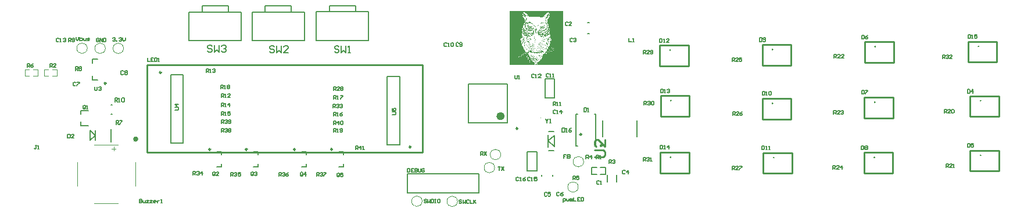
<source format=gto>
G04*
G04 #@! TF.GenerationSoftware,Altium Limited,CircuitMaker,2.3.0 (2.3.0.3)*
G04*
G04 Layer_Color=15132400*
%FSLAX25Y25*%
%MOIN*%
G70*
G04*
G04 #@! TF.SameCoordinates,90B3883F-12C0-4788-AEBF-A64E1D99C10B*
G04*
G04*
G04 #@! TF.FilePolarity,Positive*
G04*
G01*
G75*
%ADD10C,0.00984*%
%ADD11C,0.00394*%
%ADD12C,0.02362*%
%ADD13C,0.01000*%
%ADD14C,0.00500*%
%ADD15C,0.00787*%
%ADD16C,0.00591*%
%ADD17C,0.00800*%
G36*
X320894Y93610D02*
X320894Y93602D01*
X320894Y85013D01*
X304621Y85013D01*
X304621Y85021D01*
X304614Y85021D01*
X304614Y85013D01*
X304485Y85013D01*
X304485Y85021D01*
X304470Y85021D01*
X304470Y85028D01*
X304395Y85028D01*
X304395Y85021D01*
X304387Y85021D01*
X304387Y85013D01*
X304380Y85013D01*
X304380Y85021D01*
X304372Y85021D01*
X304372Y85028D01*
X304365Y85028D01*
X304365Y85013D01*
X289979Y85013D01*
X289979Y115928D01*
X320894Y115928D01*
X320894Y93610D01*
X320894Y93610D02*
G37*
%LPC*%
G36*
X298093Y115362D02*
X298085Y115362D01*
X298085Y115355D01*
X298077Y115355D01*
X298077Y115340D01*
X298062Y115340D01*
X298062Y115347D01*
X298032Y115347D01*
X298032Y115340D01*
X298025Y115340D01*
X298025Y115294D01*
X298032Y115294D01*
X298032Y115279D01*
X298040Y115279D01*
X298040Y115264D01*
X298047Y115264D01*
X298047Y115234D01*
X298055Y115234D01*
X298055Y115226D01*
X298062Y115226D01*
X298062Y115219D01*
X298070Y115219D01*
X298070Y115211D01*
X298077Y115211D01*
X298077Y115204D01*
X298085Y115204D01*
X298085Y115189D01*
X298093Y115189D01*
X298093Y115181D01*
X298100Y115181D01*
X298100Y115166D01*
X298108Y115166D01*
X298108Y115158D01*
X298115Y115158D01*
X298115Y115143D01*
X298123Y115143D01*
X298123Y115136D01*
X298130Y115136D01*
X298130Y115128D01*
X298138Y115128D01*
X298138Y115121D01*
X298145Y115121D01*
X298145Y115106D01*
X298153Y115106D01*
X298153Y115091D01*
X298160Y115091D01*
X298160Y115083D01*
X298168Y115083D01*
X298168Y115076D01*
X298176Y115076D01*
X298176Y115068D01*
X298183Y115068D01*
X298183Y115053D01*
X298191Y115053D01*
X298191Y115038D01*
X298198Y115038D01*
X298198Y115030D01*
X298206Y115030D01*
X298206Y115015D01*
X298213Y115015D01*
X298213Y115000D01*
X298221Y115000D01*
X298221Y114985D01*
X298228Y114985D01*
X298228Y114970D01*
X298236Y114970D01*
X298236Y114962D01*
X298243Y114962D01*
X298243Y114947D01*
X298251Y114947D01*
X298251Y114932D01*
X298258Y114932D01*
X298258Y114917D01*
X298266Y114917D01*
X298266Y114909D01*
X298274Y114909D01*
X298274Y114879D01*
X298266Y114879D01*
X298266Y114887D01*
X298258Y114887D01*
X298258Y114894D01*
X298251Y114894D01*
X298251Y114864D01*
X298274Y114864D01*
X298274Y114857D01*
X298289Y114857D01*
X298289Y114819D01*
X298274Y114819D01*
X298274Y114826D01*
X298236Y114826D01*
X298236Y114834D01*
X298206Y114834D01*
X298206Y114841D01*
X298198Y114841D01*
X298198Y114849D01*
X298176Y114849D01*
X298176Y114857D01*
X298153Y114857D01*
X298153Y114864D01*
X298123Y114864D01*
X298123Y114872D01*
X298100Y114872D01*
X298100Y114879D01*
X298077Y114879D01*
X298077Y114887D01*
X298062Y114887D01*
X298062Y114894D01*
X298047Y114894D01*
X298047Y114902D01*
X298017Y114902D01*
X298017Y114909D01*
X297994Y114909D01*
X297994Y114917D01*
X297972Y114917D01*
X297972Y114925D01*
X297949Y114925D01*
X297949Y114932D01*
X297934Y114932D01*
X297934Y114940D01*
X297904Y114940D01*
X297904Y114947D01*
X297881Y114947D01*
X297881Y114955D01*
X297859Y114955D01*
X297859Y114962D01*
X297836Y114962D01*
X297836Y114970D01*
X297813Y114970D01*
X297813Y114977D01*
X297783Y114977D01*
X297783Y114985D01*
X297760Y114985D01*
X297760Y114992D01*
X297723Y114992D01*
X297723Y114985D01*
X297715Y114985D01*
X297715Y114977D01*
X297708Y114977D01*
X297708Y114970D01*
X297700Y114970D01*
X297700Y114962D01*
X297692Y114962D01*
X297692Y114947D01*
X297685Y114947D01*
X297685Y114932D01*
X297677Y114932D01*
X297677Y114925D01*
X297670Y114925D01*
X297670Y114909D01*
X297662Y114909D01*
X297662Y114902D01*
X297655Y114902D01*
X297655Y114887D01*
X297662Y114887D01*
X297662Y114872D01*
X297655Y114872D01*
X297655Y114857D01*
X297647Y114857D01*
X297647Y114751D01*
X297640Y114751D01*
X297640Y114721D01*
X297647Y114721D01*
X297647Y114706D01*
X297655Y114706D01*
X297655Y114690D01*
X297662Y114690D01*
X297662Y114675D01*
X297670Y114675D01*
X297670Y114630D01*
X297677Y114630D01*
X297677Y114592D01*
X297685Y114592D01*
X297685Y114562D01*
X297692Y114562D01*
X297692Y114540D01*
X297700Y114540D01*
X297700Y114479D01*
X297708Y114479D01*
X297708Y114449D01*
X297715Y114449D01*
X297715Y114396D01*
X297723Y114396D01*
X297723Y114336D01*
X297715Y114336D01*
X297715Y114321D01*
X297708Y114321D01*
X297708Y114283D01*
X297700Y114283D01*
X297700Y114260D01*
X297692Y114260D01*
X297692Y114253D01*
X297685Y114253D01*
X297685Y114238D01*
X297677Y114238D01*
X297677Y114230D01*
X297670Y114230D01*
X297670Y114223D01*
X297662Y114223D01*
X297662Y114215D01*
X297655Y114215D01*
X297655Y114207D01*
X297647Y114207D01*
X297647Y114192D01*
X297640Y114192D01*
X297640Y114185D01*
X297632Y114185D01*
X297632Y114170D01*
X297624Y114170D01*
X297624Y114155D01*
X297617Y114155D01*
X297617Y114147D01*
X297609Y114147D01*
X297609Y114125D01*
X297602Y114125D01*
X297602Y114087D01*
X297594Y114087D01*
X297594Y113989D01*
X297602Y113989D01*
X297602Y113981D01*
X297594Y113981D01*
X297594Y113906D01*
X297602Y113906D01*
X297602Y113830D01*
X297609Y113830D01*
X297609Y113777D01*
X297617Y113777D01*
X297617Y113740D01*
X297624Y113740D01*
X297624Y113717D01*
X297632Y113717D01*
X297632Y113702D01*
X297640Y113702D01*
X297640Y113687D01*
X297647Y113687D01*
X297647Y113656D01*
X297655Y113656D01*
X297655Y113641D01*
X297662Y113641D01*
X297662Y113619D01*
X297670Y113619D01*
X297670Y113596D01*
X297677Y113596D01*
X297677Y113581D01*
X297685Y113581D01*
X297685Y113566D01*
X297692Y113566D01*
X297692Y113543D01*
X297700Y113543D01*
X297700Y113536D01*
X297708Y113536D01*
X297708Y113513D01*
X297715Y113513D01*
X297715Y113498D01*
X297723Y113498D01*
X297723Y113483D01*
X297730Y113483D01*
X297730Y113468D01*
X297738Y113468D01*
X297738Y113460D01*
X297745Y113460D01*
X297745Y113445D01*
X297753Y113445D01*
X297753Y113430D01*
X297760Y113430D01*
X297760Y113415D01*
X297768Y113415D01*
X297768Y113407D01*
X297776Y113407D01*
X297776Y113392D01*
X297783Y113392D01*
X297783Y113385D01*
X297791Y113385D01*
X297791Y113377D01*
X297798Y113377D01*
X297798Y113362D01*
X297806Y113362D01*
X297806Y113355D01*
X297813Y113355D01*
X297813Y113339D01*
X297821Y113339D01*
X297821Y113332D01*
X297828Y113332D01*
X297828Y113317D01*
X297836Y113317D01*
X297836Y113309D01*
X297843Y113309D01*
X297843Y113302D01*
X297851Y113302D01*
X297851Y113294D01*
X297859Y113294D01*
X297859Y113279D01*
X297866Y113279D01*
X297866Y113272D01*
X297874Y113272D01*
X297874Y113264D01*
X297881Y113264D01*
X297881Y113257D01*
X297889Y113257D01*
X297889Y113249D01*
X297896Y113249D01*
X297896Y113241D01*
X297904Y113241D01*
X297904Y113226D01*
X297919Y113226D01*
X297919Y113211D01*
X297934Y113211D01*
X297934Y113204D01*
X297941Y113204D01*
X297941Y113196D01*
X297949Y113196D01*
X297949Y113181D01*
X297957Y113181D01*
X297957Y113173D01*
X297964Y113173D01*
X297964Y113166D01*
X297972Y113166D01*
X297972Y113151D01*
X297979Y113151D01*
X297979Y113143D01*
X297994Y113143D01*
X297994Y113136D01*
X298002Y113136D01*
X298002Y113128D01*
X298009Y113128D01*
X298009Y113121D01*
X298017Y113121D01*
X298017Y113113D01*
X298025Y113113D01*
X298025Y113105D01*
X298017Y113105D01*
X298017Y113098D01*
X298009Y113098D01*
X298009Y113105D01*
X297994Y113105D01*
X297994Y113098D01*
X297972Y113098D01*
X297972Y113090D01*
X297768Y113090D01*
X297768Y113098D01*
X297670Y113098D01*
X297670Y113090D01*
X297647Y113090D01*
X297647Y113098D01*
X297496Y113098D01*
X297496Y113090D01*
X297481Y113090D01*
X297481Y113098D01*
X297466Y113098D01*
X297466Y113090D01*
X297436Y113090D01*
X297436Y113083D01*
X297421Y113083D01*
X297421Y113075D01*
X297406Y113075D01*
X297406Y113068D01*
X297391Y113068D01*
X297391Y113060D01*
X297360Y113060D01*
X297360Y113053D01*
X297353Y113053D01*
X297353Y113038D01*
X297345Y113038D01*
X297345Y113030D01*
X297338Y113030D01*
X297338Y113007D01*
X297345Y113007D01*
X297345Y113000D01*
X297353Y113000D01*
X297353Y112955D01*
X297360Y112955D01*
X297360Y112940D01*
X297353Y112940D01*
X297353Y112909D01*
X297368Y112909D01*
X297368Y112902D01*
X297375Y112902D01*
X297375Y112894D01*
X297383Y112894D01*
X297383Y112887D01*
X297391Y112887D01*
X297391Y112879D01*
X297398Y112879D01*
X297398Y112872D01*
X297406Y112872D01*
X297406Y112864D01*
X297421Y112864D01*
X297421Y112856D01*
X297436Y112856D01*
X297436Y112849D01*
X297443Y112849D01*
X297443Y112834D01*
X297451Y112834D01*
X297451Y112826D01*
X297459Y112826D01*
X297459Y112819D01*
X297466Y112819D01*
X297466Y112811D01*
X297474Y112811D01*
X297474Y112804D01*
X297481Y112804D01*
X297481Y112796D01*
X297489Y112796D01*
X297489Y112788D01*
X297496Y112788D01*
X297496Y112781D01*
X297511Y112781D01*
X297511Y112773D01*
X297519Y112773D01*
X297519Y112766D01*
X297534Y112766D01*
X297534Y112758D01*
X297541Y112758D01*
X297541Y112751D01*
X297549Y112751D01*
X297549Y112743D01*
X297557Y112743D01*
X297557Y112736D01*
X297572Y112736D01*
X297572Y112728D01*
X297579Y112728D01*
X297579Y112721D01*
X297594Y112721D01*
X297594Y112713D01*
X297602Y112713D01*
X297602Y112706D01*
X297609Y112706D01*
X297609Y112698D01*
X297617Y112698D01*
X297617Y112690D01*
X297624Y112690D01*
X297624Y112683D01*
X297632Y112683D01*
X297632Y112675D01*
X297640Y112675D01*
X297640Y112668D01*
X297655Y112668D01*
X297655Y112660D01*
X297662Y112660D01*
X297662Y112653D01*
X297670Y112653D01*
X297670Y112645D01*
X297677Y112645D01*
X297677Y112638D01*
X297685Y112638D01*
X297685Y112630D01*
X297692Y112630D01*
X297692Y112622D01*
X297700Y112622D01*
X297700Y112615D01*
X297708Y112615D01*
X297708Y112607D01*
X297715Y112607D01*
X297715Y112600D01*
X297723Y112600D01*
X297723Y112592D01*
X297738Y112592D01*
X297738Y112585D01*
X297745Y112585D01*
X297745Y112577D01*
X297753Y112577D01*
X297753Y112570D01*
X297760Y112570D01*
X297760Y112562D01*
X297776Y112562D01*
X297776Y112555D01*
X297783Y112555D01*
X297783Y112547D01*
X297798Y112547D01*
X297798Y112539D01*
X297806Y112539D01*
X297806Y112532D01*
X297813Y112532D01*
X297813Y112524D01*
X297821Y112524D01*
X297821Y112517D01*
X297828Y112517D01*
X297828Y112509D01*
X297836Y112509D01*
X297836Y112502D01*
X297843Y112502D01*
X297843Y112494D01*
X297859Y112494D01*
X297859Y112487D01*
X297866Y112487D01*
X297866Y112479D01*
X297874Y112479D01*
X297874Y112471D01*
X297889Y112471D01*
X297889Y112464D01*
X297896Y112464D01*
X297896Y112456D01*
X297904Y112456D01*
X297904Y112449D01*
X297911Y112449D01*
X297911Y112441D01*
X297926Y112441D01*
X297926Y112434D01*
X297934Y112434D01*
X297934Y112426D01*
X297941Y112426D01*
X297941Y112419D01*
X297957Y112419D01*
X297957Y112411D01*
X297964Y112411D01*
X297964Y112404D01*
X297979Y112404D01*
X297979Y112396D01*
X297987Y112396D01*
X297987Y112389D01*
X297994Y112389D01*
X297994Y112381D01*
X298002Y112381D01*
X298002Y112373D01*
X298017Y112373D01*
X298017Y112366D01*
X298025Y112366D01*
X298025Y112358D01*
X298040Y112358D01*
X298040Y112351D01*
X298047Y112351D01*
X298047Y112336D01*
X298055Y112336D01*
X298055Y112328D01*
X298062Y112328D01*
X298062Y112321D01*
X298077Y112321D01*
X298077Y112305D01*
X298085Y112305D01*
X298085Y112298D01*
X298093Y112298D01*
X298093Y112290D01*
X298100Y112290D01*
X298100Y112283D01*
X298108Y112283D01*
X298108Y112268D01*
X298115Y112268D01*
X298115Y112260D01*
X298123Y112260D01*
X298123Y112253D01*
X298130Y112253D01*
X298130Y112238D01*
X298138Y112238D01*
X298138Y112230D01*
X298145Y112230D01*
X298145Y112215D01*
X298153Y112215D01*
X298153Y112207D01*
X298160Y112207D01*
X298160Y112200D01*
X298168Y112200D01*
X298168Y112192D01*
X298176Y112192D01*
X298176Y112177D01*
X298183Y112177D01*
X298183Y112170D01*
X298191Y112170D01*
X298191Y112162D01*
X298198Y112162D01*
X298198Y112154D01*
X298206Y112154D01*
X298206Y112147D01*
X298213Y112147D01*
X298213Y112139D01*
X298221Y112139D01*
X298221Y112132D01*
X298228Y112132D01*
X298228Y112124D01*
X298236Y112124D01*
X298236Y112117D01*
X298243Y112117D01*
X298243Y112109D01*
X298251Y112109D01*
X298251Y112094D01*
X298258Y112094D01*
X298258Y112087D01*
X298266Y112087D01*
X298266Y112079D01*
X298274Y112079D01*
X298274Y112072D01*
X298281Y112072D01*
X298281Y112064D01*
X298289Y112064D01*
X298289Y112049D01*
X298296Y112049D01*
X298296Y112041D01*
X298304Y112041D01*
X298304Y112034D01*
X298311Y112034D01*
X298311Y112019D01*
X298319Y112019D01*
X298319Y112011D01*
X298326Y112011D01*
X298326Y111996D01*
X298334Y111996D01*
X298334Y111981D01*
X298342Y111981D01*
X298342Y111973D01*
X298349Y111973D01*
X298349Y111958D01*
X298357Y111958D01*
X298357Y111943D01*
X298364Y111943D01*
X298364Y111928D01*
X298372Y111928D01*
X298372Y111913D01*
X298379Y111913D01*
X298379Y111898D01*
X298387Y111898D01*
X298387Y111883D01*
X298394Y111883D01*
X298394Y111868D01*
X298402Y111868D01*
X298402Y111853D01*
X298410Y111853D01*
X298410Y111837D01*
X298417Y111837D01*
X298417Y111822D01*
X298425Y111822D01*
X298425Y111800D01*
X298432Y111800D01*
X298432Y111785D01*
X298440Y111785D01*
X298440Y111770D01*
X298447Y111770D01*
X298447Y111755D01*
X298455Y111755D01*
X298455Y111739D01*
X298462Y111739D01*
X298462Y111732D01*
X298470Y111732D01*
X298470Y111709D01*
X298477Y111709D01*
X298477Y111694D01*
X298485Y111694D01*
X298485Y111679D01*
X298493Y111679D01*
X298493Y111664D01*
X298500Y111664D01*
X298500Y111649D01*
X298508Y111649D01*
X298508Y111634D01*
X298515Y111634D01*
X298515Y111619D01*
X298523Y111619D01*
X298523Y111603D01*
X298530Y111603D01*
X298530Y111581D01*
X298538Y111581D01*
X298538Y111566D01*
X298545Y111566D01*
X298545Y111551D01*
X298553Y111551D01*
X298553Y111536D01*
X298560Y111536D01*
X298560Y111521D01*
X298568Y111521D01*
X298568Y111505D01*
X298575Y111505D01*
X298575Y111483D01*
X298583Y111483D01*
X298583Y111468D01*
X298591Y111468D01*
X298591Y111453D01*
X298598Y111453D01*
X298598Y111437D01*
X298606Y111437D01*
X298606Y111422D01*
X298613Y111422D01*
X298613Y111400D01*
X298621Y111400D01*
X298621Y111385D01*
X298628Y111385D01*
X298628Y111362D01*
X298636Y111362D01*
X298636Y111347D01*
X298643Y111347D01*
X298643Y111324D01*
X298651Y111324D01*
X298651Y111309D01*
X298659Y111309D01*
X298659Y111294D01*
X298666Y111294D01*
X298666Y111271D01*
X298674Y111271D01*
X298674Y111249D01*
X298681Y111249D01*
X298681Y111226D01*
X298689Y111226D01*
X298689Y111204D01*
X298696Y111204D01*
X298696Y111173D01*
X298704Y111173D01*
X298704Y111136D01*
X298711Y111136D01*
X298711Y111022D01*
X298719Y111022D01*
X298719Y111000D01*
X298711Y111000D01*
X298711Y110969D01*
X298719Y110969D01*
X298719Y110743D01*
X298727Y110743D01*
X298727Y110328D01*
X298719Y110328D01*
X298719Y110215D01*
X298711Y110215D01*
X298711Y110154D01*
X298704Y110154D01*
X298704Y110132D01*
X298696Y110132D01*
X298696Y110109D01*
X298689Y110109D01*
X298689Y110094D01*
X298681Y110094D01*
X298681Y110079D01*
X298674Y110079D01*
X298674Y110064D01*
X298666Y110064D01*
X298666Y110049D01*
X298659Y110049D01*
X298659Y110034D01*
X298651Y110034D01*
X298651Y110026D01*
X298643Y110026D01*
X298643Y110011D01*
X298636Y110011D01*
X298636Y110003D01*
X298628Y110003D01*
X298628Y109988D01*
X298621Y109988D01*
X298621Y109981D01*
X298613Y109981D01*
X298613Y109958D01*
X298606Y109958D01*
X298606Y109951D01*
X298598Y109951D01*
X298598Y109920D01*
X298606Y109920D01*
X298606Y109905D01*
X298613Y109905D01*
X298613Y109845D01*
X298621Y109845D01*
X298621Y109822D01*
X298613Y109822D01*
X298613Y109815D01*
X298621Y109815D01*
X298621Y109792D01*
X298628Y109792D01*
X298628Y109784D01*
X298636Y109784D01*
X298636Y109792D01*
X298643Y109792D01*
X298643Y109800D01*
X298659Y109800D01*
X298659Y109807D01*
X298666Y109807D01*
X298666Y109815D01*
X298674Y109815D01*
X298674Y109822D01*
X298681Y109822D01*
X298681Y109830D01*
X298689Y109830D01*
X298689Y109837D01*
X298696Y109837D01*
X298696Y109845D01*
X298711Y109845D01*
X298711Y109853D01*
X298719Y109853D01*
X298719Y109868D01*
X298727Y109868D01*
X298727Y109875D01*
X298734Y109875D01*
X298734Y109883D01*
X298742Y109883D01*
X298742Y109898D01*
X298749Y109898D01*
X298749Y109905D01*
X298757Y109905D01*
X298757Y109913D01*
X298764Y109913D01*
X298764Y109920D01*
X298772Y109920D01*
X298772Y109935D01*
X298787Y109935D01*
X298787Y109943D01*
X298794Y109943D01*
X298794Y109958D01*
X298802Y109958D01*
X298802Y109966D01*
X298810Y109966D01*
X298810Y109973D01*
X298817Y109973D01*
X298817Y109981D01*
X298825Y109981D01*
X298825Y109988D01*
X298832Y109988D01*
X298832Y109996D01*
X298840Y109996D01*
X298840Y110003D01*
X298847Y110003D01*
X298847Y110011D01*
X298855Y110011D01*
X298855Y110019D01*
X298862Y110019D01*
X298862Y110026D01*
X298870Y110026D01*
X298870Y110034D01*
X298877Y110034D01*
X298877Y110049D01*
X298885Y110049D01*
X298885Y110056D01*
X298892Y110056D01*
X298892Y110064D01*
X298900Y110064D01*
X298900Y110071D01*
X298908Y110071D01*
X298908Y110079D01*
X298915Y110079D01*
X298915Y110094D01*
X298923Y110094D01*
X298923Y110101D01*
X298930Y110101D01*
X298930Y110109D01*
X298938Y110109D01*
X298938Y110124D01*
X298945Y110124D01*
X298945Y110132D01*
X298953Y110132D01*
X298953Y110147D01*
X298960Y110147D01*
X298960Y110154D01*
X298968Y110154D01*
X298968Y110162D01*
X298976Y110162D01*
X298976Y110169D01*
X298983Y110169D01*
X298983Y110177D01*
X298991Y110177D01*
X298991Y110185D01*
X298998Y110185D01*
X298998Y110192D01*
X299006Y110192D01*
X299006Y110200D01*
X299013Y110200D01*
X299013Y110207D01*
X299021Y110207D01*
X299021Y110215D01*
X299028Y110215D01*
X299028Y110222D01*
X299036Y110222D01*
X299036Y110230D01*
X299043Y110230D01*
X299043Y110245D01*
X299051Y110245D01*
X299051Y110252D01*
X299059Y110252D01*
X299059Y110260D01*
X299066Y110260D01*
X299066Y110268D01*
X299074Y110268D01*
X299074Y110275D01*
X299081Y110275D01*
X299081Y110283D01*
X299089Y110283D01*
X299089Y110290D01*
X299096Y110290D01*
X299096Y110298D01*
X299104Y110298D01*
X299104Y110305D01*
X299111Y110305D01*
X299111Y110313D01*
X299119Y110313D01*
X299119Y110320D01*
X299127Y110320D01*
X299127Y110343D01*
X299134Y110343D01*
X299134Y110366D01*
X299142Y110366D01*
X299142Y110388D01*
X299149Y110388D01*
X299149Y110403D01*
X299157Y110403D01*
X299157Y110434D01*
X299164Y110434D01*
X299164Y110449D01*
X299172Y110449D01*
X299172Y110471D01*
X299179Y110471D01*
X299179Y110486D01*
X299187Y110486D01*
X299187Y110509D01*
X299195Y110509D01*
X299195Y110524D01*
X299202Y110524D01*
X299202Y110539D01*
X299209Y110539D01*
X299209Y110562D01*
X299217Y110562D01*
X299217Y110577D01*
X299225Y110577D01*
X299225Y110592D01*
X299232Y110592D01*
X299232Y110615D01*
X299240Y110615D01*
X299240Y110630D01*
X299247Y110630D01*
X299247Y110652D01*
X299255Y110652D01*
X299255Y110683D01*
X299262Y110683D01*
X299262Y110720D01*
X299270Y110720D01*
X299270Y110735D01*
X299277Y110735D01*
X299277Y110758D01*
X299285Y110758D01*
X299285Y110781D01*
X299293Y110781D01*
X299293Y110796D01*
X299300Y110796D01*
X299300Y110811D01*
X299308Y110811D01*
X299308Y110826D01*
X299315Y110826D01*
X299315Y110841D01*
X299323Y110841D01*
X299323Y110856D01*
X299330Y110856D01*
X299330Y110871D01*
X299338Y110871D01*
X299338Y110879D01*
X299345Y110879D01*
X299345Y110894D01*
X299353Y110894D01*
X299353Y110909D01*
X299368Y110909D01*
X299368Y110917D01*
X299376Y110917D01*
X299376Y110924D01*
X299413Y110924D01*
X299413Y110917D01*
X299428Y110917D01*
X299428Y110909D01*
X299444Y110909D01*
X299444Y110902D01*
X299459Y110902D01*
X299459Y110894D01*
X299474Y110894D01*
X299474Y110887D01*
X299496Y110887D01*
X299496Y110879D01*
X299512Y110879D01*
X299512Y110871D01*
X299527Y110871D01*
X299527Y110864D01*
X299534Y110864D01*
X299534Y110856D01*
X299549Y110856D01*
X299549Y110849D01*
X299572Y110849D01*
X299572Y110841D01*
X299602Y110841D01*
X299602Y110834D01*
X299617Y110834D01*
X299617Y110826D01*
X299632Y110826D01*
X299632Y110819D01*
X299640Y110819D01*
X299640Y110811D01*
X299662Y110811D01*
X299662Y110803D01*
X299677Y110803D01*
X299677Y110796D01*
X299693Y110796D01*
X299693Y110788D01*
X299708Y110788D01*
X299708Y110781D01*
X299723Y110781D01*
X299723Y110773D01*
X299738Y110773D01*
X299738Y110766D01*
X299753Y110766D01*
X299753Y110758D01*
X299761Y110758D01*
X299761Y110751D01*
X299776Y110751D01*
X299776Y110743D01*
X299791Y110743D01*
X299791Y110735D01*
X299806Y110735D01*
X299806Y110728D01*
X299813Y110728D01*
X299813Y110720D01*
X299829Y110720D01*
X299829Y110713D01*
X299836Y110713D01*
X299836Y110705D01*
X299851Y110705D01*
X299851Y110690D01*
X299866Y110690D01*
X299866Y110683D01*
X299889Y110683D01*
X299889Y110675D01*
X299896Y110675D01*
X299896Y110668D01*
X299904Y110668D01*
X299904Y110660D01*
X299911Y110660D01*
X299911Y110652D01*
X299919Y110652D01*
X299919Y110645D01*
X299949Y110645D01*
X299949Y110637D01*
X299964Y110637D01*
X299964Y110630D01*
X299972Y110630D01*
X299972Y110622D01*
X299979Y110622D01*
X299979Y110615D01*
X299972Y110615D01*
X299972Y110607D01*
X299964Y110607D01*
X299964Y110600D01*
X299911Y110600D01*
X299911Y110607D01*
X299904Y110607D01*
X299904Y110615D01*
X299866Y110615D01*
X299866Y110600D01*
X299874Y110600D01*
X299874Y110592D01*
X299911Y110592D01*
X299911Y110585D01*
X299919Y110585D01*
X299919Y110577D01*
X299934Y110577D01*
X299934Y110570D01*
X299942Y110570D01*
X299942Y110562D01*
X299949Y110562D01*
X299949Y110570D01*
X299964Y110570D01*
X299964Y110577D01*
X299979Y110577D01*
X299979Y110585D01*
X299987Y110585D01*
X299987Y110592D01*
X300002Y110592D01*
X300002Y110585D01*
X300055Y110585D01*
X300055Y110570D01*
X300062Y110570D01*
X300062Y110585D01*
X300085Y110585D01*
X300085Y110577D01*
X300093Y110577D01*
X300093Y110562D01*
X300078Y110562D01*
X300078Y110554D01*
X300070Y110554D01*
X300070Y110562D01*
X300062Y110562D01*
X300062Y110554D01*
X300055Y110554D01*
X300055Y110547D01*
X300040Y110547D01*
X300040Y110554D01*
X300002Y110554D01*
X300002Y110547D01*
X299994Y110547D01*
X299994Y110539D01*
X299987Y110539D01*
X299987Y110532D01*
X299994Y110532D01*
X299994Y110524D01*
X300025Y110524D01*
X300025Y110532D01*
X300078Y110532D01*
X300078Y110539D01*
X300108Y110539D01*
X300108Y110547D01*
X300146Y110547D01*
X300146Y110524D01*
X300123Y110524D01*
X300123Y110509D01*
X300093Y110509D01*
X300093Y110502D01*
X300078Y110502D01*
X300078Y110494D01*
X300070Y110494D01*
X300070Y110486D01*
X300062Y110486D01*
X300062Y110479D01*
X300040Y110479D01*
X300040Y110471D01*
X299994Y110471D01*
X299994Y110479D01*
X299964Y110479D01*
X299964Y110486D01*
X299942Y110486D01*
X299942Y110494D01*
X299934Y110494D01*
X299934Y110509D01*
X299919Y110509D01*
X299919Y110524D01*
X299911Y110524D01*
X299911Y110532D01*
X299919Y110532D01*
X299919Y110539D01*
X299904Y110539D01*
X299904Y110547D01*
X299859Y110547D01*
X299859Y110554D01*
X299851Y110554D01*
X299851Y110562D01*
X299821Y110562D01*
X299821Y110570D01*
X299798Y110570D01*
X299798Y110577D01*
X299776Y110577D01*
X299776Y110585D01*
X299761Y110585D01*
X299761Y110592D01*
X299738Y110592D01*
X299738Y110600D01*
X299723Y110600D01*
X299723Y110607D01*
X299700Y110607D01*
X299700Y110600D01*
X299655Y110600D01*
X299655Y110592D01*
X299640Y110592D01*
X299640Y110585D01*
X299632Y110585D01*
X299632Y110577D01*
X299617Y110577D01*
X299617Y110570D01*
X299602Y110570D01*
X299602Y110562D01*
X299587Y110562D01*
X299587Y110554D01*
X299579Y110554D01*
X299579Y110547D01*
X299564Y110547D01*
X299564Y110539D01*
X299557Y110539D01*
X299557Y110532D01*
X299549Y110532D01*
X299549Y110524D01*
X299542Y110524D01*
X299542Y110517D01*
X299527Y110517D01*
X299527Y110509D01*
X299519Y110509D01*
X299519Y110502D01*
X299512Y110502D01*
X299512Y110494D01*
X299496Y110494D01*
X299496Y110486D01*
X299489Y110486D01*
X299489Y110479D01*
X299474Y110479D01*
X299474Y110471D01*
X299459Y110471D01*
X299459Y110464D01*
X299451Y110464D01*
X299451Y110456D01*
X299436Y110456D01*
X299436Y110449D01*
X299413Y110449D01*
X299413Y110441D01*
X299376Y110441D01*
X299376Y110434D01*
X299330Y110434D01*
X299330Y110426D01*
X299300Y110426D01*
X299300Y110418D01*
X299285Y110418D01*
X299285Y110411D01*
X299270Y110411D01*
X299270Y110403D01*
X299255Y110403D01*
X299255Y110396D01*
X299240Y110396D01*
X299240Y110388D01*
X299232Y110388D01*
X299232Y110381D01*
X299217Y110381D01*
X299217Y110373D01*
X299209Y110373D01*
X299209Y110366D01*
X299195Y110366D01*
X299195Y110358D01*
X299187Y110358D01*
X299187Y110351D01*
X299179Y110351D01*
X299179Y110343D01*
X299172Y110343D01*
X299172Y110328D01*
X299157Y110328D01*
X299157Y110305D01*
X299179Y110305D01*
X299179Y110313D01*
X299240Y110313D01*
X299240Y110305D01*
X299277Y110305D01*
X299277Y110298D01*
X299323Y110298D01*
X299323Y110305D01*
X299353Y110305D01*
X299353Y110313D01*
X299474Y110313D01*
X299474Y110320D01*
X299481Y110320D01*
X299481Y110328D01*
X299496Y110328D01*
X299496Y110343D01*
X299504Y110343D01*
X299504Y110358D01*
X299512Y110358D01*
X299512Y110366D01*
X299519Y110366D01*
X299519Y110373D01*
X299527Y110373D01*
X299527Y110381D01*
X299534Y110381D01*
X299534Y110388D01*
X299557Y110388D01*
X299557Y110396D01*
X299564Y110396D01*
X299564Y110403D01*
X299572Y110403D01*
X299572Y110411D01*
X299594Y110411D01*
X299594Y110418D01*
X299625Y110418D01*
X299625Y110426D01*
X299647Y110426D01*
X299647Y110434D01*
X299670Y110434D01*
X299670Y110441D01*
X299693Y110441D01*
X299693Y110449D01*
X299715Y110449D01*
X299715Y110441D01*
X299738Y110441D01*
X299738Y110449D01*
X299783Y110449D01*
X299783Y110456D01*
X299813Y110456D01*
X299813Y110464D01*
X299836Y110464D01*
X299836Y110471D01*
X299851Y110471D01*
X299851Y110464D01*
X299859Y110464D01*
X299859Y110456D01*
X299866Y110456D01*
X299866Y110441D01*
X299859Y110441D01*
X299859Y110434D01*
X299851Y110434D01*
X299851Y110426D01*
X299836Y110426D01*
X299836Y110418D01*
X299821Y110418D01*
X299821Y110411D01*
X299806Y110411D01*
X299806Y110403D01*
X299798Y110403D01*
X299798Y110396D01*
X299783Y110396D01*
X299783Y110388D01*
X299776Y110388D01*
X299776Y110381D01*
X299768Y110381D01*
X299768Y110373D01*
X299761Y110373D01*
X299761Y110366D01*
X299745Y110366D01*
X299745Y110358D01*
X299723Y110358D01*
X299723Y110351D01*
X299715Y110351D01*
X299715Y110343D01*
X299700Y110343D01*
X299700Y110336D01*
X299677Y110336D01*
X299677Y110328D01*
X299670Y110328D01*
X299670Y110320D01*
X299655Y110320D01*
X299655Y110313D01*
X299625Y110313D01*
X299625Y110305D01*
X299610Y110305D01*
X299610Y110298D01*
X299594Y110298D01*
X299594Y110290D01*
X299587Y110290D01*
X299587Y110283D01*
X299557Y110283D01*
X299557Y110275D01*
X299549Y110275D01*
X299549Y110268D01*
X299542Y110268D01*
X299542Y110260D01*
X299534Y110260D01*
X299534Y110252D01*
X299527Y110252D01*
X299527Y110245D01*
X299504Y110245D01*
X299504Y110230D01*
X299489Y110230D01*
X299489Y110222D01*
X299474Y110222D01*
X299474Y110215D01*
X299459Y110215D01*
X299459Y110207D01*
X299444Y110207D01*
X299444Y110200D01*
X299406Y110200D01*
X299406Y110192D01*
X299232Y110192D01*
X299232Y110185D01*
X299187Y110185D01*
X299187Y110177D01*
X299157Y110177D01*
X299157Y110169D01*
X299134Y110169D01*
X299134Y110162D01*
X299127Y110162D01*
X299127Y110154D01*
X299119Y110154D01*
X299119Y110147D01*
X299111Y110147D01*
X299111Y110139D01*
X299104Y110139D01*
X299104Y110132D01*
X299096Y110132D01*
X299096Y110124D01*
X299089Y110124D01*
X299089Y110117D01*
X299081Y110117D01*
X299081Y110109D01*
X299074Y110109D01*
X299074Y110101D01*
X299059Y110101D01*
X299059Y110079D01*
X299051Y110079D01*
X299051Y110071D01*
X299043Y110071D01*
X299043Y110056D01*
X299036Y110056D01*
X299036Y110041D01*
X299028Y110041D01*
X299028Y110034D01*
X299021Y110034D01*
X299021Y110019D01*
X299013Y110019D01*
X299013Y110003D01*
X299006Y110003D01*
X299006Y109981D01*
X298998Y109981D01*
X298998Y109951D01*
X298991Y109951D01*
X298991Y109913D01*
X298983Y109913D01*
X298983Y109898D01*
X298976Y109898D01*
X298976Y109860D01*
X298968Y109860D01*
X298968Y109845D01*
X298960Y109845D01*
X298960Y109830D01*
X298953Y109830D01*
X298953Y109815D01*
X298945Y109815D01*
X298945Y109807D01*
X298938Y109807D01*
X298938Y109800D01*
X298930Y109800D01*
X298930Y109792D01*
X298923Y109792D01*
X298923Y109784D01*
X298915Y109784D01*
X298915Y109777D01*
X298908Y109777D01*
X298908Y109769D01*
X298900Y109769D01*
X298900Y109762D01*
X298892Y109762D01*
X298892Y109754D01*
X298885Y109754D01*
X298885Y109747D01*
X298870Y109747D01*
X298870Y109739D01*
X298862Y109739D01*
X298862Y109732D01*
X298855Y109732D01*
X298855Y109724D01*
X298840Y109724D01*
X298840Y109717D01*
X298825Y109717D01*
X298825Y109709D01*
X298810Y109709D01*
X298810Y109702D01*
X298794Y109702D01*
X298794Y109694D01*
X298787Y109694D01*
X298787Y109686D01*
X298779Y109686D01*
X298779Y109679D01*
X298764Y109679D01*
X298764Y109671D01*
X298757Y109671D01*
X298757Y109664D01*
X298742Y109664D01*
X298742Y109656D01*
X298734Y109656D01*
X298734Y109649D01*
X298727Y109649D01*
X298727Y109641D01*
X298719Y109641D01*
X298719Y109626D01*
X298711Y109626D01*
X298711Y109618D01*
X298704Y109618D01*
X298704Y109603D01*
X298696Y109603D01*
X298696Y109588D01*
X298689Y109588D01*
X298689Y109581D01*
X298681Y109581D01*
X298681Y109573D01*
X298674Y109573D01*
X298674Y109543D01*
X298666Y109543D01*
X298666Y109528D01*
X298659Y109528D01*
X298659Y109520D01*
X298711Y109520D01*
X298711Y109513D01*
X298727Y109513D01*
X298727Y109505D01*
X298734Y109505D01*
X298734Y109483D01*
X298727Y109483D01*
X298727Y109467D01*
X298719Y109467D01*
X298719Y109415D01*
X298711Y109415D01*
X298711Y109400D01*
X298704Y109400D01*
X298704Y109392D01*
X298696Y109392D01*
X298696Y109385D01*
X298689Y109385D01*
X298689Y109377D01*
X298681Y109377D01*
X298681Y109369D01*
X298674Y109369D01*
X298674Y109362D01*
X298666Y109362D01*
X298666Y109354D01*
X298659Y109354D01*
X298659Y109347D01*
X298651Y109347D01*
X298651Y109339D01*
X298643Y109339D01*
X298643Y109332D01*
X298628Y109332D01*
X298628Y109324D01*
X298621Y109324D01*
X298621Y109317D01*
X298606Y109317D01*
X298606Y109309D01*
X298598Y109309D01*
X298598Y109301D01*
X298575Y109301D01*
X298575Y109294D01*
X298568Y109294D01*
X298568Y109286D01*
X298560Y109286D01*
X298560Y109279D01*
X298545Y109279D01*
X298545Y109271D01*
X298538Y109271D01*
X298538Y109264D01*
X298523Y109264D01*
X298523Y109249D01*
X298508Y109249D01*
X298508Y109241D01*
X298500Y109241D01*
X298500Y109233D01*
X298493Y109233D01*
X298493Y109226D01*
X298485Y109226D01*
X298485Y109219D01*
X298477Y109219D01*
X298477Y109196D01*
X298470Y109196D01*
X298470Y109166D01*
X298462Y109166D01*
X298462Y109151D01*
X298455Y109151D01*
X298455Y109135D01*
X298470Y109135D01*
X298470Y109143D01*
X298493Y109143D01*
X298493Y109158D01*
X298500Y109158D01*
X298500Y109173D01*
X298508Y109173D01*
X298508Y109181D01*
X298515Y109181D01*
X298515Y109196D01*
X298523Y109196D01*
X298523Y109203D01*
X298530Y109203D01*
X298530Y109219D01*
X298538Y109219D01*
X298538Y109211D01*
X298568Y109211D01*
X298568Y109203D01*
X298591Y109203D01*
X298591Y109196D01*
X298606Y109196D01*
X298606Y109188D01*
X298613Y109188D01*
X298613Y109181D01*
X298628Y109181D01*
X298628Y109173D01*
X298636Y109173D01*
X298636Y109166D01*
X298651Y109166D01*
X298651Y109158D01*
X298666Y109158D01*
X298666Y109151D01*
X298674Y109151D01*
X298674Y109143D01*
X298681Y109143D01*
X298681Y109135D01*
X298689Y109135D01*
X298689Y109128D01*
X298696Y109128D01*
X298696Y109120D01*
X298711Y109120D01*
X298711Y109113D01*
X298719Y109113D01*
X298719Y109105D01*
X298727Y109105D01*
X298727Y109098D01*
X298734Y109098D01*
X298734Y109090D01*
X298749Y109090D01*
X298749Y109083D01*
X298757Y109083D01*
X298757Y109075D01*
X298764Y109075D01*
X298764Y109067D01*
X298779Y109067D01*
X298779Y109060D01*
X298794Y109060D01*
X298794Y109052D01*
X298802Y109052D01*
X298802Y109045D01*
X298817Y109045D01*
X298817Y109037D01*
X298832Y109037D01*
X298832Y109030D01*
X298840Y109030D01*
X298840Y109022D01*
X298855Y109022D01*
X298855Y109015D01*
X298862Y109015D01*
X298862Y109007D01*
X298877Y109007D01*
X298877Y109000D01*
X298892Y109000D01*
X298892Y108992D01*
X298908Y108992D01*
X298908Y108984D01*
X298923Y108984D01*
X298923Y108977D01*
X298938Y108977D01*
X298938Y108969D01*
X298953Y108969D01*
X298953Y108962D01*
X298968Y108962D01*
X298968Y108954D01*
X298983Y108954D01*
X298983Y108947D01*
X299006Y108947D01*
X299006Y108939D01*
X299028Y108939D01*
X299028Y108932D01*
X299043Y108932D01*
X299043Y108924D01*
X299089Y108924D01*
X299089Y108916D01*
X299104Y108916D01*
X299104Y108909D01*
X299127Y108909D01*
X299127Y108901D01*
X299164Y108901D01*
X299164Y108916D01*
X299172Y108916D01*
X299172Y108924D01*
X299179Y108924D01*
X299179Y108939D01*
X299187Y108939D01*
X299187Y108954D01*
X299195Y108954D01*
X299195Y108969D01*
X299209Y108969D01*
X299209Y108984D01*
X299217Y108984D01*
X299217Y108992D01*
X299225Y108992D01*
X299225Y109000D01*
X299232Y109000D01*
X299232Y109015D01*
X299240Y109015D01*
X299240Y109022D01*
X299247Y109022D01*
X299247Y109030D01*
X299255Y109030D01*
X299255Y109037D01*
X299262Y109037D01*
X299262Y109045D01*
X299270Y109045D01*
X299270Y109052D01*
X299277Y109052D01*
X299277Y109067D01*
X299285Y109067D01*
X299285Y109075D01*
X299277Y109075D01*
X299277Y109090D01*
X299270Y109090D01*
X299270Y109098D01*
X299262Y109098D01*
X299262Y109105D01*
X299255Y109105D01*
X299255Y109120D01*
X299247Y109120D01*
X299247Y109128D01*
X299240Y109128D01*
X299240Y109135D01*
X299232Y109135D01*
X299232Y109143D01*
X299225Y109143D01*
X299225Y109151D01*
X299217Y109151D01*
X299217Y109158D01*
X299209Y109158D01*
X299209Y109166D01*
X299202Y109166D01*
X299202Y109173D01*
X299195Y109173D01*
X299195Y109188D01*
X299187Y109188D01*
X299187Y109196D01*
X299179Y109196D01*
X299179Y109203D01*
X299172Y109203D01*
X299172Y109211D01*
X299164Y109211D01*
X299164Y109219D01*
X299157Y109219D01*
X299157Y109226D01*
X299149Y109226D01*
X299149Y109233D01*
X299142Y109233D01*
X299142Y109241D01*
X299134Y109241D01*
X299134Y109249D01*
X299119Y109249D01*
X299119Y109264D01*
X299104Y109264D01*
X299104Y109271D01*
X299096Y109271D01*
X299096Y109279D01*
X299089Y109279D01*
X299089Y109286D01*
X299081Y109286D01*
X299081Y109294D01*
X299074Y109294D01*
X299074Y109301D01*
X299066Y109301D01*
X299066Y109309D01*
X299059Y109309D01*
X299059Y109317D01*
X299051Y109317D01*
X299051Y109324D01*
X299043Y109324D01*
X299043Y109332D01*
X299036Y109332D01*
X299036Y109339D01*
X299028Y109339D01*
X299028Y109347D01*
X299021Y109347D01*
X299021Y109354D01*
X299013Y109354D01*
X299013Y109362D01*
X299006Y109362D01*
X299006Y109369D01*
X298998Y109369D01*
X298998Y109377D01*
X298991Y109377D01*
X298991Y109385D01*
X298976Y109385D01*
X298976Y109392D01*
X298968Y109392D01*
X298968Y109400D01*
X298960Y109400D01*
X298960Y109407D01*
X298953Y109407D01*
X298953Y109415D01*
X298945Y109415D01*
X298945Y109422D01*
X298938Y109422D01*
X298938Y109430D01*
X298930Y109430D01*
X298930Y109437D01*
X298923Y109437D01*
X298923Y109445D01*
X298915Y109445D01*
X298915Y109452D01*
X298908Y109452D01*
X298908Y109460D01*
X298900Y109460D01*
X298900Y109467D01*
X298892Y109467D01*
X298892Y109475D01*
X298885Y109475D01*
X298885Y109483D01*
X298877Y109483D01*
X298877Y109490D01*
X298870Y109490D01*
X298870Y109498D01*
X298862Y109498D01*
X298862Y109505D01*
X298855Y109505D01*
X298855Y109513D01*
X298847Y109513D01*
X298847Y109520D01*
X298840Y109520D01*
X298840Y109528D01*
X298832Y109528D01*
X298832Y109535D01*
X298825Y109535D01*
X298825Y109543D01*
X298817Y109543D01*
X298817Y109550D01*
X298810Y109550D01*
X298810Y109558D01*
X298802Y109558D01*
X298802Y109566D01*
X298794Y109566D01*
X298794Y109573D01*
X298787Y109573D01*
X298787Y109581D01*
X298772Y109581D01*
X298772Y109596D01*
X298757Y109596D01*
X298757Y109603D01*
X298742Y109603D01*
X298742Y109626D01*
X298757Y109626D01*
X298757Y109634D01*
X298764Y109634D01*
X298764Y109626D01*
X298825Y109626D01*
X298825Y109618D01*
X298847Y109618D01*
X298847Y109611D01*
X298862Y109611D01*
X298862Y109603D01*
X298877Y109603D01*
X298877Y109596D01*
X298892Y109596D01*
X298892Y109588D01*
X298908Y109588D01*
X298908Y109581D01*
X298915Y109581D01*
X298915Y109573D01*
X298930Y109573D01*
X298930Y109566D01*
X298938Y109566D01*
X298938Y109558D01*
X298945Y109558D01*
X298945Y109550D01*
X298960Y109550D01*
X298960Y109543D01*
X298968Y109543D01*
X298968Y109535D01*
X298976Y109535D01*
X298976Y109528D01*
X298983Y109528D01*
X298983Y109520D01*
X298991Y109520D01*
X298991Y109513D01*
X299006Y109513D01*
X299006Y109505D01*
X299013Y109505D01*
X299013Y109498D01*
X299021Y109498D01*
X299021Y109490D01*
X299028Y109490D01*
X299028Y109483D01*
X299036Y109483D01*
X299036Y109475D01*
X299043Y109475D01*
X299043Y109467D01*
X299059Y109467D01*
X299059Y109460D01*
X299066Y109460D01*
X299066Y109452D01*
X299074Y109452D01*
X299074Y109445D01*
X299081Y109445D01*
X299081Y109437D01*
X299089Y109437D01*
X299089Y109430D01*
X299096Y109430D01*
X299096Y109422D01*
X299104Y109422D01*
X299104Y109415D01*
X299111Y109415D01*
X299111Y109407D01*
X299119Y109407D01*
X299119Y109400D01*
X299127Y109400D01*
X299127Y109392D01*
X299134Y109392D01*
X299134Y109385D01*
X299142Y109385D01*
X299142Y109377D01*
X299149Y109377D01*
X299149Y109369D01*
X299157Y109369D01*
X299157Y109354D01*
X299172Y109354D01*
X299172Y109339D01*
X299179Y109339D01*
X299179Y109332D01*
X299195Y109332D01*
X299195Y109324D01*
X299202Y109324D01*
X299202Y109317D01*
X299209Y109317D01*
X299209Y109309D01*
X299217Y109309D01*
X299217Y109301D01*
X299225Y109301D01*
X299225Y109294D01*
X299232Y109294D01*
X299232Y109286D01*
X299240Y109286D01*
X299240Y109279D01*
X299247Y109279D01*
X299247Y109271D01*
X299255Y109271D01*
X299255Y109264D01*
X299270Y109264D01*
X299270Y109256D01*
X299277Y109256D01*
X299277Y109249D01*
X299285Y109249D01*
X299285Y109241D01*
X299293Y109241D01*
X299293Y109233D01*
X299300Y109233D01*
X299300Y109226D01*
X299315Y109226D01*
X299315Y109219D01*
X299323Y109219D01*
X299323Y109211D01*
X299330Y109211D01*
X299330Y109203D01*
X299338Y109203D01*
X299338Y109196D01*
X299353Y109196D01*
X299353Y109203D01*
X299360Y109203D01*
X299360Y109211D01*
X299368Y109211D01*
X299368Y109226D01*
X299376Y109226D01*
X299376Y109233D01*
X299383Y109233D01*
X299383Y109241D01*
X299391Y109241D01*
X299391Y109249D01*
X299398Y109249D01*
X299398Y109256D01*
X299406Y109256D01*
X299406Y109264D01*
X299413Y109264D01*
X299413Y109271D01*
X299421Y109271D01*
X299421Y109279D01*
X299428Y109279D01*
X299428Y109286D01*
X299436Y109286D01*
X299436Y109301D01*
X299444Y109301D01*
X299444Y109309D01*
X299451Y109309D01*
X299451Y109324D01*
X299459Y109324D01*
X299459Y109332D01*
X299466Y109332D01*
X299466Y109347D01*
X299474Y109347D01*
X299474Y109362D01*
X299481Y109362D01*
X299481Y109369D01*
X299489Y109369D01*
X299489Y109377D01*
X299496Y109377D01*
X299496Y109392D01*
X299504Y109392D01*
X299504Y109407D01*
X299512Y109407D01*
X299512Y109430D01*
X299519Y109430D01*
X299519Y109460D01*
X299527Y109460D01*
X299527Y109467D01*
X299534Y109467D01*
X299534Y109483D01*
X299519Y109483D01*
X299519Y109498D01*
X299512Y109498D01*
X299512Y109513D01*
X299504Y109513D01*
X299504Y109528D01*
X299496Y109528D01*
X299496Y109550D01*
X299481Y109550D01*
X299481Y109558D01*
X299474Y109558D01*
X299474Y109566D01*
X299466Y109566D01*
X299466Y109573D01*
X299459Y109573D01*
X299459Y109581D01*
X299451Y109581D01*
X299451Y109588D01*
X299444Y109588D01*
X299444Y109603D01*
X299436Y109603D01*
X299436Y109611D01*
X299413Y109611D01*
X299413Y109618D01*
X299406Y109618D01*
X299406Y109626D01*
X299398Y109626D01*
X299398Y109634D01*
X299391Y109634D01*
X299391Y109641D01*
X299383Y109641D01*
X299383Y109649D01*
X299376Y109649D01*
X299376Y109656D01*
X299360Y109656D01*
X299360Y109664D01*
X299353Y109664D01*
X299353Y109671D01*
X299338Y109671D01*
X299338Y109679D01*
X299330Y109679D01*
X299330Y109686D01*
X299323Y109686D01*
X299323Y109694D01*
X299315Y109694D01*
X299315Y109702D01*
X299300Y109702D01*
X299300Y109717D01*
X299285Y109717D01*
X299285Y109724D01*
X299277Y109724D01*
X299277Y109732D01*
X299270Y109732D01*
X299270Y109739D01*
X299262Y109739D01*
X299262Y109747D01*
X299255Y109747D01*
X299255Y109754D01*
X299247Y109754D01*
X299247Y109769D01*
X299240Y109769D01*
X299240Y109784D01*
X299232Y109784D01*
X299232Y109777D01*
X299217Y109777D01*
X299217Y109792D01*
X299202Y109792D01*
X299202Y109800D01*
X299195Y109800D01*
X299195Y109807D01*
X299187Y109807D01*
X299187Y109822D01*
X299179Y109822D01*
X299179Y109830D01*
X299172Y109830D01*
X299172Y109837D01*
X299164Y109837D01*
X299164Y109845D01*
X299157Y109845D01*
X299157Y109860D01*
X299149Y109860D01*
X299149Y109868D01*
X299142Y109868D01*
X299142Y109883D01*
X299134Y109883D01*
X299134Y109890D01*
X299127Y109890D01*
X299127Y109905D01*
X299119Y109905D01*
X299119Y109913D01*
X299111Y109913D01*
X299111Y109935D01*
X299104Y109935D01*
X299104Y109943D01*
X299096Y109943D01*
X299096Y109958D01*
X299089Y109958D01*
X299089Y109981D01*
X299081Y109981D01*
X299081Y110003D01*
X299074Y110003D01*
X299074Y110019D01*
X299066Y110019D01*
X299066Y110026D01*
X299089Y110026D01*
X299089Y110019D01*
X299119Y110019D01*
X299119Y110003D01*
X299127Y110003D01*
X299127Y110011D01*
X299164Y110011D01*
X299164Y110019D01*
X299195Y110019D01*
X299195Y110026D01*
X299255Y110026D01*
X299255Y110019D01*
X299270Y110019D01*
X299270Y110011D01*
X299293Y110011D01*
X299293Y110003D01*
X299315Y110003D01*
X299315Y109996D01*
X299330Y109996D01*
X299330Y109988D01*
X299338Y109988D01*
X299338Y109981D01*
X299345Y109981D01*
X299345Y109973D01*
X299353Y109973D01*
X299353Y109966D01*
X299360Y109966D01*
X299360Y109958D01*
X299368Y109958D01*
X299368Y109951D01*
X299376Y109951D01*
X299376Y109935D01*
X299383Y109935D01*
X299383Y109928D01*
X299391Y109928D01*
X299391Y109920D01*
X299398Y109920D01*
X299398Y109913D01*
X299406Y109913D01*
X299406Y109905D01*
X299413Y109905D01*
X299413Y109890D01*
X299421Y109890D01*
X299421Y109883D01*
X299428Y109883D01*
X299428Y109868D01*
X299444Y109868D01*
X299444Y109853D01*
X299451Y109853D01*
X299451Y109845D01*
X299459Y109845D01*
X299459Y109837D01*
X299466Y109837D01*
X299466Y109822D01*
X299474Y109822D01*
X299474Y109815D01*
X299481Y109815D01*
X299481Y109807D01*
X299489Y109807D01*
X299489Y109800D01*
X299496Y109800D01*
X299496Y109792D01*
X299504Y109792D01*
X299504Y109784D01*
X299512Y109784D01*
X299512Y109769D01*
X299519Y109769D01*
X299519Y109754D01*
X299527Y109754D01*
X299527Y109747D01*
X299534Y109747D01*
X299534Y109739D01*
X299542Y109739D01*
X299542Y109702D01*
X299549Y109702D01*
X299549Y109694D01*
X299564Y109694D01*
X299564Y109686D01*
X299572Y109686D01*
X299572Y109679D01*
X299579Y109679D01*
X299579Y109671D01*
X299587Y109671D01*
X299587Y109664D01*
X299594Y109664D01*
X299594Y109649D01*
X299602Y109649D01*
X299602Y109641D01*
X299610Y109641D01*
X299610Y109634D01*
X299617Y109634D01*
X299617Y109626D01*
X299625Y109626D01*
X299625Y109611D01*
X299632Y109611D01*
X299632Y109603D01*
X299640Y109603D01*
X299640Y109596D01*
X299647Y109596D01*
X299647Y109588D01*
X299655Y109588D01*
X299655Y109581D01*
X299662Y109581D01*
X299662Y109573D01*
X299670Y109573D01*
X299670Y109566D01*
X299677Y109566D01*
X299677Y109550D01*
X299693Y109550D01*
X299693Y109535D01*
X299700Y109535D01*
X299700Y109528D01*
X299708Y109528D01*
X299708Y109520D01*
X299715Y109520D01*
X299715Y109513D01*
X299723Y109513D01*
X299723Y109505D01*
X299730Y109505D01*
X299730Y109498D01*
X299738Y109498D01*
X299738Y109490D01*
X299745Y109490D01*
X299745Y109483D01*
X299753Y109483D01*
X299753Y109475D01*
X299761Y109475D01*
X299761Y109467D01*
X299768Y109467D01*
X299768Y109460D01*
X299776Y109460D01*
X299776Y109452D01*
X299783Y109452D01*
X299783Y109445D01*
X299798Y109445D01*
X299798Y109437D01*
X299806Y109437D01*
X299806Y109430D01*
X299813Y109430D01*
X299813Y109422D01*
X299821Y109422D01*
X299821Y109415D01*
X299829Y109415D01*
X299829Y109407D01*
X299836Y109407D01*
X299836Y109400D01*
X299844Y109400D01*
X299844Y109392D01*
X299851Y109392D01*
X299851Y109385D01*
X299859Y109385D01*
X299859Y109377D01*
X299866Y109377D01*
X299866Y109369D01*
X299881Y109369D01*
X299881Y109362D01*
X299889Y109362D01*
X299889Y109354D01*
X299904Y109354D01*
X299904Y109347D01*
X299911Y109347D01*
X299911Y109339D01*
X299927Y109339D01*
X299927Y109332D01*
X299934Y109332D01*
X299934Y109324D01*
X299949Y109324D01*
X299949Y109317D01*
X299972Y109317D01*
X299972Y109309D01*
X299987Y109309D01*
X299987Y109301D01*
X300002Y109301D01*
X300002Y109294D01*
X300025Y109294D01*
X300025Y109286D01*
X300047Y109286D01*
X300047Y109279D01*
X300055Y109279D01*
X300055Y109271D01*
X300070Y109271D01*
X300070Y109264D01*
X300085Y109264D01*
X300085Y109256D01*
X300100Y109256D01*
X300100Y109249D01*
X300115Y109249D01*
X300115Y109241D01*
X300123Y109241D01*
X300123Y109233D01*
X300138Y109233D01*
X300138Y109226D01*
X300153Y109226D01*
X300153Y109219D01*
X300176Y109219D01*
X300176Y109211D01*
X300198Y109211D01*
X300198Y109203D01*
X300221Y109203D01*
X300221Y109196D01*
X300244Y109196D01*
X300244Y109188D01*
X300259Y109188D01*
X300259Y109181D01*
X300274Y109181D01*
X300274Y109173D01*
X300296Y109173D01*
X300296Y109166D01*
X300319Y109166D01*
X300319Y109158D01*
X300334Y109158D01*
X300334Y109151D01*
X300342Y109151D01*
X300342Y109143D01*
X300357Y109143D01*
X300357Y109135D01*
X300372Y109135D01*
X300372Y109120D01*
X300379Y109120D01*
X300379Y109105D01*
X300387Y109105D01*
X300387Y109098D01*
X300410Y109098D01*
X300410Y109090D01*
X300417Y109090D01*
X300417Y109083D01*
X300425Y109083D01*
X300425Y109067D01*
X300417Y109067D01*
X300417Y109052D01*
X300379Y109052D01*
X300379Y109045D01*
X300364Y109045D01*
X300364Y109037D01*
X300357Y109037D01*
X300357Y109022D01*
X300349Y109022D01*
X300349Y109015D01*
X300342Y109015D01*
X300342Y108992D01*
X300334Y108992D01*
X300334Y109000D01*
X300311Y109000D01*
X300311Y109007D01*
X300289Y109007D01*
X300289Y109015D01*
X300274Y109015D01*
X300274Y109022D01*
X300251Y109022D01*
X300251Y109030D01*
X300229Y109030D01*
X300229Y109022D01*
X300221Y109022D01*
X300221Y109015D01*
X300191Y109015D01*
X300191Y109022D01*
X300168Y109022D01*
X300168Y109030D01*
X300146Y109030D01*
X300146Y109037D01*
X300085Y109037D01*
X300085Y109045D01*
X300032Y109045D01*
X300032Y109037D01*
X299866Y109037D01*
X299866Y109030D01*
X299836Y109030D01*
X299836Y109022D01*
X299783Y109022D01*
X299783Y109015D01*
X299753Y109015D01*
X299753Y109007D01*
X299730Y109007D01*
X299730Y109000D01*
X299715Y109000D01*
X299715Y108992D01*
X299693Y108992D01*
X299693Y108984D01*
X299685Y108984D01*
X299685Y108977D01*
X299670Y108977D01*
X299670Y108969D01*
X299662Y108969D01*
X299662Y108962D01*
X299655Y108962D01*
X299655Y108954D01*
X299640Y108954D01*
X299640Y108947D01*
X299632Y108947D01*
X299632Y108939D01*
X299617Y108939D01*
X299617Y108932D01*
X299610Y108932D01*
X299610Y108924D01*
X299602Y108924D01*
X299602Y108916D01*
X299587Y108916D01*
X299587Y108909D01*
X299579Y108909D01*
X299579Y108901D01*
X299572Y108901D01*
X299572Y108894D01*
X299564Y108894D01*
X299564Y108886D01*
X299557Y108886D01*
X299557Y108879D01*
X299549Y108879D01*
X299549Y108871D01*
X299542Y108871D01*
X299542Y108864D01*
X299534Y108864D01*
X299534Y108856D01*
X299527Y108856D01*
X299527Y108849D01*
X299519Y108849D01*
X299519Y108841D01*
X299512Y108841D01*
X299512Y108834D01*
X299504Y108834D01*
X299504Y108826D01*
X299496Y108826D01*
X299496Y108818D01*
X299489Y108818D01*
X299489Y108803D01*
X299481Y108803D01*
X299481Y108796D01*
X299474Y108796D01*
X299474Y108788D01*
X299466Y108788D01*
X299466Y108781D01*
X299459Y108781D01*
X299459Y108766D01*
X299451Y108766D01*
X299451Y108750D01*
X299444Y108750D01*
X299444Y108743D01*
X299436Y108743D01*
X299436Y108735D01*
X299428Y108735D01*
X299428Y108720D01*
X299421Y108720D01*
X299421Y108705D01*
X299413Y108705D01*
X299413Y108698D01*
X299406Y108698D01*
X299406Y108683D01*
X299398Y108683D01*
X299398Y108668D01*
X299391Y108668D01*
X299391Y108660D01*
X299383Y108660D01*
X299383Y108637D01*
X299376Y108637D01*
X299376Y108615D01*
X299368Y108615D01*
X299368Y108607D01*
X299360Y108607D01*
X299360Y108592D01*
X299353Y108592D01*
X299353Y108569D01*
X299345Y108569D01*
X299345Y108554D01*
X299338Y108554D01*
X299338Y108539D01*
X299330Y108539D01*
X299330Y108517D01*
X299323Y108517D01*
X299323Y108494D01*
X299315Y108494D01*
X299315Y108464D01*
X299308Y108464D01*
X299308Y108433D01*
X299300Y108433D01*
X299300Y108411D01*
X299293Y108411D01*
X299293Y108381D01*
X299285Y108381D01*
X299285Y108358D01*
X299277Y108358D01*
X299277Y108343D01*
X299270Y108343D01*
X299270Y108320D01*
X299262Y108320D01*
X299262Y108305D01*
X299255Y108305D01*
X299255Y108290D01*
X299247Y108290D01*
X299247Y108252D01*
X299240Y108252D01*
X299240Y108237D01*
X299232Y108237D01*
X299232Y108215D01*
X299225Y108215D01*
X299225Y108200D01*
X299217Y108200D01*
X299217Y108169D01*
X299209Y108169D01*
X299209Y108154D01*
X299202Y108154D01*
X299202Y108139D01*
X299195Y108139D01*
X299195Y108094D01*
X299187Y108094D01*
X299187Y108026D01*
X299179Y108026D01*
X299179Y107973D01*
X299172Y107973D01*
X299172Y107928D01*
X299164Y107928D01*
X299164Y107898D01*
X299157Y107898D01*
X299157Y107867D01*
X299149Y107867D01*
X299149Y107784D01*
X299142Y107784D01*
X299142Y107709D01*
X299134Y107709D01*
X299134Y107686D01*
X299142Y107686D01*
X299142Y107671D01*
X299134Y107671D01*
X299134Y107664D01*
X299142Y107664D01*
X299142Y107641D01*
X299134Y107641D01*
X299134Y107626D01*
X299142Y107626D01*
X299142Y107052D01*
X299149Y107052D01*
X299149Y106977D01*
X299157Y106977D01*
X299157Y106916D01*
X299164Y106916D01*
X299164Y106871D01*
X299172Y106871D01*
X299172Y106833D01*
X299179Y106833D01*
X299179Y106788D01*
X299187Y106788D01*
X299187Y106758D01*
X299195Y106758D01*
X299195Y106728D01*
X299202Y106728D01*
X299202Y106705D01*
X299209Y106705D01*
X299209Y106675D01*
X299217Y106675D01*
X299217Y106652D01*
X299225Y106652D01*
X299225Y106630D01*
X299232Y106630D01*
X299232Y106607D01*
X299240Y106607D01*
X299240Y106584D01*
X299247Y106584D01*
X299247Y106569D01*
X299255Y106569D01*
X299255Y106547D01*
X299262Y106547D01*
X299262Y106532D01*
X299270Y106532D01*
X299270Y106509D01*
X299277Y106509D01*
X299277Y106486D01*
X299285Y106486D01*
X299285Y106471D01*
X299293Y106471D01*
X299293Y106456D01*
X299300Y106456D01*
X299300Y106433D01*
X299308Y106433D01*
X299308Y106418D01*
X299315Y106418D01*
X299315Y106388D01*
X299323Y106388D01*
X299323Y106373D01*
X299330Y106373D01*
X299330Y106358D01*
X299338Y106358D01*
X299338Y106335D01*
X299345Y106335D01*
X299345Y106320D01*
X299353Y106320D01*
X299353Y106305D01*
X299360Y106305D01*
X299360Y106282D01*
X299368Y106282D01*
X299368Y106267D01*
X299376Y106267D01*
X299376Y106252D01*
X299383Y106252D01*
X299383Y106237D01*
X299391Y106237D01*
X299391Y106222D01*
X299398Y106222D01*
X299398Y106207D01*
X299406Y106207D01*
X299406Y106192D01*
X299413Y106192D01*
X299413Y106177D01*
X299421Y106177D01*
X299421Y106162D01*
X299428Y106162D01*
X299428Y106147D01*
X299436Y106147D01*
X299436Y106131D01*
X299444Y106131D01*
X299444Y106116D01*
X299451Y106116D01*
X299451Y106101D01*
X299459Y106101D01*
X299459Y106086D01*
X299466Y106086D01*
X299466Y106071D01*
X299474Y106071D01*
X299474Y106056D01*
X299481Y106056D01*
X299481Y106041D01*
X299489Y106041D01*
X299489Y106026D01*
X299496Y106026D01*
X299496Y106018D01*
X299504Y106018D01*
X299504Y106003D01*
X299512Y106003D01*
X299512Y105988D01*
X299519Y105988D01*
X299519Y105973D01*
X299527Y105973D01*
X299527Y105958D01*
X299534Y105958D01*
X299534Y105950D01*
X299542Y105950D01*
X299542Y105935D01*
X299549Y105935D01*
X299549Y105928D01*
X299557Y105928D01*
X299557Y105913D01*
X299572Y105913D01*
X299572Y105905D01*
X299579Y105905D01*
X299579Y105882D01*
X299587Y105882D01*
X299587Y105875D01*
X299594Y105875D01*
X299594Y105867D01*
X299602Y105867D01*
X299602Y105852D01*
X299610Y105852D01*
X299610Y105845D01*
X299617Y105845D01*
X299617Y105837D01*
X299625Y105837D01*
X299625Y105830D01*
X299632Y105830D01*
X299632Y105814D01*
X299640Y105814D01*
X299640Y105807D01*
X299647Y105807D01*
X299647Y105792D01*
X299655Y105792D01*
X299655Y105784D01*
X299662Y105784D01*
X299662Y105777D01*
X299670Y105777D01*
X299670Y105769D01*
X299677Y105769D01*
X299677Y105762D01*
X299685Y105762D01*
X299685Y105754D01*
X299693Y105754D01*
X299693Y105746D01*
X299700Y105746D01*
X299700Y105731D01*
X299708Y105731D01*
X299708Y105724D01*
X299715Y105724D01*
X299715Y105716D01*
X299723Y105716D01*
X299723Y105709D01*
X299730Y105709D01*
X299730Y105701D01*
X299738Y105701D01*
X299738Y105694D01*
X299745Y105694D01*
X299745Y105686D01*
X299753Y105686D01*
X299753Y105679D01*
X299761Y105679D01*
X299761Y105671D01*
X299768Y105671D01*
X299768Y105664D01*
X299776Y105664D01*
X299776Y105656D01*
X299783Y105656D01*
X299783Y105648D01*
X299791Y105648D01*
X299791Y105641D01*
X299798Y105641D01*
X299798Y105633D01*
X299806Y105633D01*
X299806Y105626D01*
X299821Y105626D01*
X299821Y105611D01*
X299836Y105611D01*
X299836Y105596D01*
X299844Y105596D01*
X299844Y105588D01*
X299851Y105588D01*
X299851Y105580D01*
X299866Y105580D01*
X299866Y105573D01*
X299874Y105573D01*
X299874Y105565D01*
X299881Y105565D01*
X299881Y105558D01*
X299889Y105558D01*
X299889Y105550D01*
X299896Y105550D01*
X299896Y105543D01*
X299904Y105543D01*
X299904Y105535D01*
X299911Y105535D01*
X299911Y105528D01*
X299927Y105528D01*
X299927Y105520D01*
X299934Y105520D01*
X299934Y105512D01*
X299942Y105512D01*
X299942Y105505D01*
X299949Y105505D01*
X299949Y105497D01*
X299957Y105497D01*
X299957Y105490D01*
X299964Y105490D01*
X299964Y105482D01*
X299979Y105482D01*
X299979Y105475D01*
X299987Y105475D01*
X299987Y105467D01*
X299994Y105467D01*
X299994Y105460D01*
X300002Y105460D01*
X300002Y105452D01*
X300017Y105452D01*
X300017Y105445D01*
X300025Y105445D01*
X300025Y105437D01*
X300032Y105437D01*
X300032Y105429D01*
X300047Y105429D01*
X300047Y105422D01*
X300055Y105422D01*
X300055Y105414D01*
X300062Y105414D01*
X300062Y105407D01*
X300078Y105407D01*
X300078Y105399D01*
X300085Y105399D01*
X300085Y105392D01*
X300093Y105392D01*
X300093Y105384D01*
X300108Y105384D01*
X300108Y105377D01*
X300115Y105377D01*
X300115Y105369D01*
X300123Y105369D01*
X300123Y105362D01*
X300138Y105362D01*
X300138Y105354D01*
X300146Y105354D01*
X300146Y105347D01*
X300161Y105347D01*
X300161Y105339D01*
X300168Y105339D01*
X300168Y105331D01*
X300176Y105331D01*
X300176Y105324D01*
X300191Y105324D01*
X300191Y105316D01*
X300206Y105316D01*
X300206Y105309D01*
X300213Y105309D01*
X300213Y105301D01*
X300229Y105301D01*
X300229Y105294D01*
X300236Y105294D01*
X300236Y105286D01*
X300251Y105286D01*
X300251Y105279D01*
X300259Y105279D01*
X300259Y105271D01*
X300266Y105271D01*
X300266Y105263D01*
X300281Y105263D01*
X300281Y105256D01*
X300296Y105256D01*
X300296Y105248D01*
X300311Y105248D01*
X300311Y105241D01*
X300319Y105241D01*
X300319Y105233D01*
X300334Y105233D01*
X300334Y105226D01*
X300349Y105226D01*
X300349Y105218D01*
X300357Y105218D01*
X300357Y105211D01*
X300372Y105211D01*
X300372Y105203D01*
X300387Y105203D01*
X300387Y105195D01*
X300395Y105195D01*
X300395Y105188D01*
X300410Y105188D01*
X300410Y105180D01*
X300425Y105180D01*
X300425Y105173D01*
X300440Y105173D01*
X300440Y105165D01*
X300447Y105165D01*
X300447Y105158D01*
X300463Y105158D01*
X300463Y105150D01*
X300470Y105150D01*
X300470Y105143D01*
X300485Y105143D01*
X300485Y105135D01*
X300500Y105135D01*
X300500Y105128D01*
X300515Y105128D01*
X300515Y105120D01*
X300530Y105120D01*
X300530Y105113D01*
X300538Y105113D01*
X300538Y105105D01*
X300553Y105105D01*
X300553Y105097D01*
X300568Y105097D01*
X300568Y105090D01*
X300583Y105090D01*
X300583Y105082D01*
X300598Y105082D01*
X300598Y105075D01*
X300613Y105075D01*
X300613Y105067D01*
X300621Y105067D01*
X300621Y105060D01*
X300644Y105060D01*
X300644Y105052D01*
X300659Y105052D01*
X300659Y105045D01*
X300674Y105045D01*
X300674Y105037D01*
X300689Y105037D01*
X300689Y105029D01*
X300711Y105029D01*
X300711Y105022D01*
X300734Y105022D01*
X300734Y105014D01*
X300757Y105014D01*
X300757Y105007D01*
X300772Y105007D01*
X300772Y104999D01*
X300795Y104999D01*
X300795Y104992D01*
X300817Y104992D01*
X300817Y104984D01*
X300840Y104984D01*
X300840Y104977D01*
X300863Y104977D01*
X300863Y104969D01*
X300885Y104969D01*
X300885Y104962D01*
X300908Y104962D01*
X300908Y104954D01*
X300930Y104954D01*
X300930Y104946D01*
X300961Y104946D01*
X300961Y104939D01*
X300991Y104939D01*
X300991Y104931D01*
X301021Y104931D01*
X301021Y104924D01*
X301044Y104924D01*
X301044Y104916D01*
X301066Y104916D01*
X301066Y104909D01*
X301112Y104909D01*
X301112Y104901D01*
X301157Y104901D01*
X301157Y104894D01*
X301187Y104894D01*
X301187Y104886D01*
X301225Y104886D01*
X301225Y104878D01*
X301255Y104878D01*
X301255Y104871D01*
X301285Y104871D01*
X301285Y104863D01*
X301346Y104863D01*
X301346Y104856D01*
X301383Y104856D01*
X301383Y104848D01*
X301451Y104848D01*
X301451Y104841D01*
X301474Y104841D01*
X301474Y104848D01*
X301489Y104848D01*
X301489Y104841D01*
X301602Y104841D01*
X301602Y104833D01*
X302123Y104833D01*
X302123Y104841D01*
X302214Y104841D01*
X302214Y104848D01*
X302266Y104848D01*
X302266Y104856D01*
X302312Y104856D01*
X302312Y104863D01*
X302349Y104863D01*
X302349Y104871D01*
X302387Y104871D01*
X302387Y104878D01*
X302417Y104878D01*
X302417Y104886D01*
X302463Y104886D01*
X302463Y104894D01*
X302493Y104894D01*
X302493Y104901D01*
X302523Y104901D01*
X302523Y104909D01*
X302546Y104909D01*
X302546Y104916D01*
X302568Y104916D01*
X302568Y104924D01*
X302599Y104924D01*
X302599Y104931D01*
X302629Y104931D01*
X302629Y104939D01*
X302651Y104939D01*
X302651Y104946D01*
X302666Y104946D01*
X302666Y104954D01*
X302689Y104954D01*
X302689Y104962D01*
X302712Y104962D01*
X302712Y104969D01*
X302742Y104969D01*
X302742Y104977D01*
X302765Y104977D01*
X302765Y104984D01*
X302795Y104984D01*
X302795Y104992D01*
X302810Y104992D01*
X302810Y104999D01*
X302833Y104999D01*
X302833Y105007D01*
X302855Y105007D01*
X302855Y105014D01*
X302885Y105014D01*
X302885Y105022D01*
X302908Y105022D01*
X302908Y105029D01*
X302931Y105029D01*
X302931Y105037D01*
X302961Y105037D01*
X302961Y105045D01*
X302983Y105045D01*
X302983Y105052D01*
X303006Y105052D01*
X303006Y105060D01*
X303029Y105060D01*
X303029Y105067D01*
X303051Y105067D01*
X303051Y105075D01*
X303066Y105075D01*
X303066Y105082D01*
X303081Y105082D01*
X303081Y105090D01*
X303097Y105090D01*
X303097Y105097D01*
X303119Y105097D01*
X303119Y105105D01*
X303142Y105105D01*
X303142Y105113D01*
X303157Y105113D01*
X303157Y105120D01*
X303172Y105120D01*
X303172Y105128D01*
X303187Y105128D01*
X303187Y105135D01*
X303202Y105135D01*
X303202Y105143D01*
X303217Y105143D01*
X303217Y105150D01*
X303233Y105150D01*
X303233Y105158D01*
X303248Y105158D01*
X303248Y105165D01*
X303255Y105165D01*
X303255Y105173D01*
X303270Y105173D01*
X303270Y105180D01*
X303285Y105180D01*
X303285Y105188D01*
X303293Y105188D01*
X303293Y105195D01*
X303300Y105195D01*
X303300Y105203D01*
X303315Y105203D01*
X303315Y105211D01*
X303331Y105211D01*
X303331Y105226D01*
X303315Y105226D01*
X303315Y105218D01*
X303285Y105218D01*
X303285Y105241D01*
X303278Y105241D01*
X303278Y105286D01*
X303270Y105286D01*
X303270Y105316D01*
X303263Y105316D01*
X303263Y105331D01*
X303248Y105331D01*
X303248Y105324D01*
X303240Y105324D01*
X303240Y105301D01*
X303233Y105301D01*
X303233Y105294D01*
X303225Y105294D01*
X303225Y105286D01*
X303217Y105286D01*
X303217Y105279D01*
X303210Y105279D01*
X303210Y105271D01*
X303195Y105271D01*
X303195Y105263D01*
X303187Y105263D01*
X303187Y105256D01*
X303172Y105256D01*
X303172Y105248D01*
X303165Y105248D01*
X303165Y105241D01*
X303149Y105241D01*
X303149Y105233D01*
X303134Y105233D01*
X303134Y105226D01*
X303127Y105226D01*
X303127Y105218D01*
X303112Y105218D01*
X303112Y105211D01*
X303097Y105211D01*
X303097Y105203D01*
X303081Y105203D01*
X303081Y105195D01*
X303066Y105195D01*
X303066Y105188D01*
X303051Y105188D01*
X303051Y105180D01*
X303036Y105180D01*
X303036Y105173D01*
X303021Y105173D01*
X303021Y105165D01*
X302998Y105165D01*
X302998Y105158D01*
X302976Y105158D01*
X302976Y105150D01*
X302961Y105150D01*
X302961Y105143D01*
X302931Y105143D01*
X302931Y105135D01*
X302908Y105135D01*
X302908Y105128D01*
X302885Y105128D01*
X302885Y105120D01*
X302863Y105120D01*
X302863Y105113D01*
X302840Y105113D01*
X302840Y105105D01*
X302825Y105105D01*
X302825Y105097D01*
X302795Y105097D01*
X302795Y105090D01*
X302772Y105090D01*
X302772Y105082D01*
X302757Y105082D01*
X302757Y105075D01*
X302734Y105075D01*
X302734Y105067D01*
X302712Y105067D01*
X302712Y105060D01*
X302689Y105060D01*
X302689Y105052D01*
X302666Y105052D01*
X302666Y105045D01*
X302651Y105045D01*
X302651Y105037D01*
X302629Y105037D01*
X302629Y105029D01*
X302599Y105029D01*
X302599Y105022D01*
X302576Y105022D01*
X302576Y105014D01*
X302538Y105014D01*
X302538Y105007D01*
X302515Y105007D01*
X302515Y104999D01*
X302485Y104999D01*
X302485Y104992D01*
X302455Y104992D01*
X302455Y104984D01*
X302440Y104984D01*
X302440Y104977D01*
X302387Y104977D01*
X302387Y104969D01*
X302349Y104969D01*
X302349Y104962D01*
X302312Y104962D01*
X302312Y104954D01*
X302221Y104954D01*
X302221Y104946D01*
X302123Y104946D01*
X302123Y104939D01*
X301957Y104939D01*
X301957Y104931D01*
X301844Y104931D01*
X301844Y104939D01*
X301821Y104939D01*
X301821Y104931D01*
X301783Y104931D01*
X301783Y104939D01*
X301768Y104939D01*
X301768Y104931D01*
X301723Y104931D01*
X301723Y104939D01*
X301557Y104939D01*
X301557Y104946D01*
X301512Y104946D01*
X301512Y104954D01*
X301557Y104954D01*
X301557Y104969D01*
X301549Y104969D01*
X301549Y104977D01*
X301534Y104977D01*
X301534Y104969D01*
X301527Y104969D01*
X301527Y104962D01*
X301489Y104962D01*
X301489Y104969D01*
X301481Y104969D01*
X301481Y104962D01*
X301474Y104962D01*
X301474Y104954D01*
X301444Y104954D01*
X301444Y104962D01*
X301383Y104962D01*
X301383Y104969D01*
X301338Y104969D01*
X301338Y104977D01*
X301293Y104977D01*
X301293Y104984D01*
X301255Y104984D01*
X301255Y104992D01*
X301217Y104992D01*
X301217Y104999D01*
X301180Y104999D01*
X301180Y105007D01*
X301157Y105007D01*
X301157Y105014D01*
X301127Y105014D01*
X301127Y105022D01*
X301097Y105022D01*
X301097Y105029D01*
X301081Y105029D01*
X301081Y105037D01*
X301044Y105037D01*
X301044Y105045D01*
X301021Y105045D01*
X301021Y105052D01*
X300991Y105052D01*
X300991Y105060D01*
X300968Y105060D01*
X300968Y105067D01*
X300953Y105067D01*
X300953Y105075D01*
X300930Y105075D01*
X300930Y105082D01*
X300915Y105082D01*
X300915Y105090D01*
X300893Y105090D01*
X300893Y105097D01*
X300870Y105097D01*
X300870Y105105D01*
X300855Y105105D01*
X300855Y105113D01*
X300832Y105113D01*
X300832Y105120D01*
X300817Y105120D01*
X300817Y105128D01*
X300802Y105128D01*
X300802Y105135D01*
X300787Y105135D01*
X300787Y105143D01*
X300764Y105143D01*
X300764Y105150D01*
X300749Y105150D01*
X300749Y105158D01*
X300727Y105158D01*
X300727Y105165D01*
X300711Y105165D01*
X300711Y105173D01*
X300696Y105173D01*
X300696Y105180D01*
X300674Y105180D01*
X300674Y105188D01*
X300659Y105188D01*
X300659Y105195D01*
X300644Y105195D01*
X300644Y105203D01*
X300628Y105203D01*
X300628Y105211D01*
X300613Y105211D01*
X300613Y105218D01*
X300591Y105218D01*
X300591Y105226D01*
X300576Y105226D01*
X300576Y105233D01*
X300561Y105233D01*
X300561Y105241D01*
X300538Y105241D01*
X300538Y105248D01*
X300530Y105248D01*
X300530Y105256D01*
X300508Y105256D01*
X300508Y105263D01*
X300485Y105263D01*
X300485Y105271D01*
X300470Y105271D01*
X300470Y105279D01*
X300455Y105279D01*
X300455Y105286D01*
X300440Y105286D01*
X300440Y105294D01*
X300417Y105294D01*
X300417Y105301D01*
X300395Y105301D01*
X300395Y105309D01*
X300379Y105309D01*
X300379Y105316D01*
X300364Y105316D01*
X300364Y105324D01*
X300349Y105324D01*
X300349Y105331D01*
X300319Y105331D01*
X300319Y105339D01*
X300311Y105339D01*
X300311Y105347D01*
X300289Y105347D01*
X300289Y105354D01*
X300274Y105354D01*
X300274Y105362D01*
X300251Y105362D01*
X300251Y105369D01*
X300244Y105369D01*
X300244Y105377D01*
X300229Y105377D01*
X300229Y105384D01*
X300213Y105384D01*
X300213Y105392D01*
X300198Y105392D01*
X300198Y105399D01*
X300176Y105399D01*
X300176Y105407D01*
X300168Y105407D01*
X300168Y105414D01*
X300161Y105414D01*
X300161Y105422D01*
X300153Y105422D01*
X300153Y105429D01*
X300168Y105429D01*
X300168Y105437D01*
X300176Y105437D01*
X300176Y105445D01*
X300191Y105445D01*
X300191Y105460D01*
X300176Y105460D01*
X300176Y105475D01*
X300198Y105475D01*
X300198Y105460D01*
X300206Y105460D01*
X300206Y105452D01*
X300198Y105452D01*
X300198Y105445D01*
X300206Y105445D01*
X300206Y105429D01*
X300221Y105429D01*
X300221Y105452D01*
X300229Y105452D01*
X300229Y105445D01*
X300236Y105445D01*
X300236Y105437D01*
X300259Y105437D01*
X300259Y105445D01*
X300266Y105445D01*
X300266Y105437D01*
X300281Y105437D01*
X300281Y105429D01*
X300289Y105429D01*
X300289Y105422D01*
X300304Y105422D01*
X300304Y105414D01*
X300327Y105414D01*
X300327Y105407D01*
X300296Y105407D01*
X300296Y105414D01*
X300289Y105414D01*
X300289Y105422D01*
X300259Y105422D01*
X300259Y105407D01*
X300236Y105407D01*
X300236Y105399D01*
X300251Y105399D01*
X300251Y105392D01*
X300259Y105392D01*
X300259Y105384D01*
X300266Y105384D01*
X300266Y105377D01*
X300281Y105377D01*
X300281Y105369D01*
X300319Y105369D01*
X300319Y105377D01*
X300334Y105377D01*
X300334Y105384D01*
X300349Y105384D01*
X300349Y105392D01*
X300372Y105392D01*
X300372Y105384D01*
X300379Y105384D01*
X300379Y105377D01*
X300410Y105377D01*
X300410Y105369D01*
X300425Y105369D01*
X300425Y105362D01*
X300440Y105362D01*
X300440Y105354D01*
X300463Y105354D01*
X300463Y105347D01*
X300485Y105347D01*
X300485Y105339D01*
X300508Y105339D01*
X300508Y105331D01*
X300530Y105331D01*
X300530Y105324D01*
X300546Y105324D01*
X300546Y105316D01*
X300553Y105316D01*
X300553Y105309D01*
X300591Y105309D01*
X300591Y105301D01*
X300621Y105301D01*
X300621Y105294D01*
X300628Y105294D01*
X300628Y105286D01*
X300659Y105286D01*
X300659Y105279D01*
X300666Y105279D01*
X300666Y105271D01*
X300689Y105271D01*
X300689Y105263D01*
X300719Y105263D01*
X300719Y105256D01*
X300727Y105256D01*
X300727Y105248D01*
X300742Y105248D01*
X300742Y105241D01*
X300764Y105241D01*
X300764Y105233D01*
X300772Y105233D01*
X300772Y105226D01*
X300795Y105226D01*
X300795Y105218D01*
X300802Y105218D01*
X300802Y105211D01*
X300825Y105211D01*
X300825Y105203D01*
X300840Y105203D01*
X300840Y105195D01*
X300855Y105195D01*
X300855Y105188D01*
X300870Y105188D01*
X300870Y105180D01*
X300893Y105180D01*
X300893Y105173D01*
X300915Y105173D01*
X300915Y105165D01*
X300930Y105165D01*
X300930Y105158D01*
X300953Y105158D01*
X300953Y105150D01*
X300983Y105150D01*
X300983Y105143D01*
X301006Y105143D01*
X301006Y105135D01*
X301028Y105135D01*
X301028Y105128D01*
X301051Y105128D01*
X301051Y105120D01*
X301074Y105120D01*
X301074Y105113D01*
X301089Y105113D01*
X301089Y105105D01*
X301119Y105105D01*
X301119Y105097D01*
X301164Y105097D01*
X301164Y105090D01*
X301187Y105090D01*
X301187Y105082D01*
X301217Y105082D01*
X301217Y105075D01*
X301240Y105075D01*
X301240Y105067D01*
X301285Y105067D01*
X301285Y105060D01*
X301330Y105060D01*
X301330Y105052D01*
X301361Y105052D01*
X301361Y105045D01*
X301413Y105045D01*
X301413Y105037D01*
X301459Y105037D01*
X301459Y105029D01*
X301512Y105029D01*
X301512Y105022D01*
X301587Y105022D01*
X301587Y105014D01*
X301610Y105014D01*
X301610Y105029D01*
X301572Y105029D01*
X301572Y105037D01*
X301527Y105037D01*
X301527Y105045D01*
X301481Y105045D01*
X301481Y105052D01*
X301429Y105052D01*
X301429Y105060D01*
X301398Y105060D01*
X301398Y105067D01*
X301368Y105067D01*
X301368Y105075D01*
X301308Y105075D01*
X301308Y105082D01*
X301285Y105082D01*
X301285Y105090D01*
X301270Y105090D01*
X301270Y105097D01*
X301247Y105097D01*
X301247Y105105D01*
X301225Y105105D01*
X301225Y105113D01*
X301210Y105113D01*
X301210Y105120D01*
X301195Y105120D01*
X301195Y105128D01*
X301187Y105128D01*
X301187Y105120D01*
X301172Y105120D01*
X301172Y105128D01*
X301149Y105128D01*
X301149Y105135D01*
X301127Y105135D01*
X301127Y105143D01*
X301112Y105143D01*
X301112Y105150D01*
X301089Y105150D01*
X301089Y105158D01*
X301051Y105158D01*
X301051Y105165D01*
X301021Y105165D01*
X301021Y105173D01*
X300991Y105173D01*
X300991Y105180D01*
X300961Y105180D01*
X300961Y105188D01*
X300938Y105188D01*
X300938Y105195D01*
X300923Y105195D01*
X300923Y105203D01*
X300893Y105203D01*
X300893Y105211D01*
X300870Y105211D01*
X300870Y105218D01*
X300847Y105218D01*
X300847Y105226D01*
X300840Y105226D01*
X300840Y105233D01*
X300802Y105233D01*
X300802Y105241D01*
X300795Y105241D01*
X300795Y105248D01*
X300772Y105248D01*
X300772Y105256D01*
X300757Y105256D01*
X300757Y105263D01*
X300734Y105263D01*
X300734Y105271D01*
X300711Y105271D01*
X300711Y105279D01*
X300689Y105279D01*
X300689Y105286D01*
X300666Y105286D01*
X300666Y105294D01*
X300659Y105294D01*
X300659Y105301D01*
X300636Y105301D01*
X300636Y105309D01*
X300613Y105309D01*
X300613Y105316D01*
X300591Y105316D01*
X300591Y105324D01*
X300576Y105324D01*
X300576Y105331D01*
X300561Y105331D01*
X300561Y105339D01*
X300538Y105339D01*
X300538Y105347D01*
X300530Y105347D01*
X300530Y105354D01*
X300515Y105354D01*
X300515Y105362D01*
X300500Y105362D01*
X300500Y105369D01*
X300478Y105369D01*
X300478Y105377D01*
X300463Y105377D01*
X300463Y105384D01*
X300447Y105384D01*
X300447Y105392D01*
X300432Y105392D01*
X300432Y105399D01*
X300410Y105399D01*
X300410Y105407D01*
X300395Y105407D01*
X300395Y105414D01*
X300379Y105414D01*
X300379Y105422D01*
X300364Y105422D01*
X300364Y105429D01*
X300349Y105429D01*
X300349Y105437D01*
X300342Y105437D01*
X300342Y105445D01*
X300319Y105445D01*
X300319Y105452D01*
X300311Y105452D01*
X300311Y105460D01*
X300296Y105460D01*
X300296Y105467D01*
X300289Y105467D01*
X300289Y105475D01*
X300274Y105475D01*
X300274Y105482D01*
X300259Y105482D01*
X300259Y105490D01*
X300251Y105490D01*
X300251Y105497D01*
X300236Y105497D01*
X300236Y105505D01*
X300221Y105505D01*
X300221Y105512D01*
X300213Y105512D01*
X300213Y105520D01*
X300206Y105520D01*
X300206Y105528D01*
X300191Y105528D01*
X300191Y105535D01*
X300183Y105535D01*
X300183Y105543D01*
X300168Y105543D01*
X300168Y105550D01*
X300161Y105550D01*
X300161Y105558D01*
X300153Y105558D01*
X300153Y105565D01*
X300138Y105565D01*
X300138Y105573D01*
X300130Y105573D01*
X300130Y105580D01*
X300123Y105580D01*
X300123Y105588D01*
X300108Y105588D01*
X300108Y105596D01*
X300100Y105596D01*
X300100Y105603D01*
X300093Y105603D01*
X300093Y105611D01*
X300085Y105611D01*
X300085Y105618D01*
X300078Y105618D01*
X300078Y105626D01*
X300062Y105626D01*
X300062Y105633D01*
X300047Y105633D01*
X300047Y105641D01*
X300040Y105641D01*
X300040Y105656D01*
X300025Y105656D01*
X300025Y105664D01*
X300017Y105664D01*
X300017Y105671D01*
X300010Y105671D01*
X300010Y105679D01*
X299987Y105679D01*
X299987Y105686D01*
X299949Y105686D01*
X299949Y105679D01*
X299942Y105679D01*
X299942Y105686D01*
X299934Y105686D01*
X299934Y105694D01*
X299919Y105694D01*
X299919Y105686D01*
X299904Y105686D01*
X299904Y105679D01*
X299896Y105679D01*
X299896Y105694D01*
X299904Y105694D01*
X299904Y105701D01*
X299911Y105701D01*
X299911Y105709D01*
X299942Y105709D01*
X299942Y105701D01*
X299957Y105701D01*
X299957Y105709D01*
X299964Y105709D01*
X299964Y105724D01*
X299957Y105724D01*
X299957Y105731D01*
X299949Y105731D01*
X299949Y105739D01*
X299942Y105739D01*
X299942Y105746D01*
X299927Y105746D01*
X299927Y105762D01*
X299911Y105762D01*
X299911Y105769D01*
X299904Y105769D01*
X299904Y105777D01*
X299896Y105777D01*
X299896Y105784D01*
X299889Y105784D01*
X299889Y105792D01*
X299881Y105792D01*
X299881Y105799D01*
X299904Y105799D01*
X299904Y105792D01*
X299911Y105792D01*
X299911Y105799D01*
X299904Y105799D01*
X299904Y105814D01*
X299896Y105814D01*
X299896Y105822D01*
X299889Y105822D01*
X299889Y105830D01*
X299881Y105830D01*
X299881Y105837D01*
X299896Y105837D01*
X299896Y105830D01*
X299904Y105830D01*
X299904Y105822D01*
X299927Y105822D01*
X299927Y105814D01*
X299942Y105814D01*
X299942Y105807D01*
X299949Y105807D01*
X299949Y105799D01*
X299964Y105799D01*
X299964Y105792D01*
X299972Y105792D01*
X299972Y105784D01*
X299987Y105784D01*
X299987Y105777D01*
X300002Y105777D01*
X300002Y105769D01*
X300010Y105769D01*
X300010Y105762D01*
X300017Y105762D01*
X300017Y105754D01*
X300032Y105754D01*
X300032Y105746D01*
X300040Y105746D01*
X300040Y105739D01*
X300047Y105739D01*
X300047Y105731D01*
X300055Y105731D01*
X300055Y105724D01*
X300062Y105724D01*
X300062Y105716D01*
X300078Y105716D01*
X300078Y105709D01*
X300085Y105709D01*
X300085Y105701D01*
X300093Y105701D01*
X300093Y105694D01*
X300108Y105694D01*
X300108Y105686D01*
X300115Y105686D01*
X300115Y105679D01*
X300123Y105679D01*
X300123Y105671D01*
X300138Y105671D01*
X300138Y105664D01*
X300146Y105664D01*
X300146Y105656D01*
X300153Y105656D01*
X300153Y105648D01*
X300168Y105648D01*
X300168Y105641D01*
X300176Y105641D01*
X300176Y105633D01*
X300191Y105633D01*
X300191Y105626D01*
X300198Y105626D01*
X300198Y105618D01*
X300213Y105618D01*
X300213Y105611D01*
X300221Y105611D01*
X300221Y105603D01*
X300236Y105603D01*
X300236Y105596D01*
X300244Y105596D01*
X300244Y105588D01*
X300259Y105588D01*
X300259Y105580D01*
X300274Y105580D01*
X300274Y105573D01*
X300281Y105573D01*
X300281Y105565D01*
X300289Y105565D01*
X300289Y105558D01*
X300304Y105558D01*
X300304Y105550D01*
X300319Y105550D01*
X300319Y105543D01*
X300334Y105543D01*
X300334Y105535D01*
X300342Y105535D01*
X300342Y105528D01*
X300357Y105528D01*
X300357Y105520D01*
X300372Y105520D01*
X300372Y105512D01*
X300379Y105512D01*
X300379Y105505D01*
X300395Y105505D01*
X300395Y105497D01*
X300410Y105497D01*
X300410Y105490D01*
X300425Y105490D01*
X300425Y105482D01*
X300432Y105482D01*
X300432Y105475D01*
X300447Y105475D01*
X300447Y105467D01*
X300470Y105467D01*
X300470Y105460D01*
X300485Y105460D01*
X300485Y105452D01*
X300500Y105452D01*
X300500Y105445D01*
X300515Y105445D01*
X300515Y105437D01*
X300530Y105437D01*
X300530Y105429D01*
X300538Y105429D01*
X300538Y105422D01*
X300553Y105422D01*
X300553Y105414D01*
X300568Y105414D01*
X300568Y105407D01*
X300583Y105407D01*
X300583Y105399D01*
X300606Y105399D01*
X300606Y105392D01*
X300621Y105392D01*
X300621Y105384D01*
X300644Y105384D01*
X300644Y105377D01*
X300659Y105377D01*
X300659Y105369D01*
X300674Y105369D01*
X300674Y105362D01*
X300689Y105362D01*
X300689Y105354D01*
X300704Y105354D01*
X300704Y105347D01*
X300734Y105347D01*
X300734Y105339D01*
X300749Y105339D01*
X300749Y105331D01*
X300764Y105331D01*
X300764Y105324D01*
X300780Y105324D01*
X300780Y105316D01*
X300795Y105316D01*
X300795Y105309D01*
X300817Y105309D01*
X300817Y105301D01*
X300832Y105301D01*
X300832Y105294D01*
X300870Y105294D01*
X300870Y105286D01*
X300885Y105286D01*
X300885Y105279D01*
X300908Y105279D01*
X300908Y105271D01*
X300923Y105271D01*
X300923Y105263D01*
X300938Y105263D01*
X300938Y105256D01*
X300961Y105256D01*
X300961Y105248D01*
X301044Y105248D01*
X301044Y105241D01*
X301066Y105241D01*
X301066Y105233D01*
X301089Y105233D01*
X301089Y105226D01*
X301104Y105226D01*
X301104Y105218D01*
X301119Y105218D01*
X301119Y105211D01*
X301134Y105211D01*
X301134Y105218D01*
X301149Y105218D01*
X301149Y105226D01*
X301172Y105226D01*
X301172Y105218D01*
X301180Y105218D01*
X301180Y105211D01*
X301187Y105211D01*
X301187Y105203D01*
X301195Y105203D01*
X301195Y105195D01*
X301210Y105195D01*
X301210Y105188D01*
X301247Y105188D01*
X301247Y105180D01*
X301285Y105180D01*
X301285Y105195D01*
X301293Y105195D01*
X301293Y105218D01*
X301300Y105218D01*
X301300Y105195D01*
X301315Y105195D01*
X301315Y105188D01*
X301323Y105188D01*
X301323Y105226D01*
X301330Y105226D01*
X301330Y105233D01*
X301338Y105233D01*
X301338Y105226D01*
X301346Y105226D01*
X301346Y105218D01*
X301338Y105218D01*
X301338Y105211D01*
X301346Y105211D01*
X301346Y105203D01*
X301353Y105203D01*
X301353Y105195D01*
X301346Y105195D01*
X301346Y105188D01*
X301338Y105188D01*
X301338Y105180D01*
X301330Y105180D01*
X301330Y105150D01*
X301338Y105150D01*
X301338Y105135D01*
X301346Y105135D01*
X301346Y105128D01*
X301361Y105128D01*
X301361Y105120D01*
X301406Y105120D01*
X301406Y105113D01*
X301444Y105113D01*
X301444Y105105D01*
X301527Y105105D01*
X301527Y105097D01*
X301655Y105097D01*
X301655Y105105D01*
X301685Y105105D01*
X301685Y105113D01*
X301693Y105113D01*
X301693Y105120D01*
X301708Y105120D01*
X301708Y105128D01*
X301715Y105128D01*
X301715Y105135D01*
X301730Y105135D01*
X301730Y105143D01*
X301738Y105143D01*
X301738Y105150D01*
X301746Y105150D01*
X301746Y105158D01*
X301753Y105158D01*
X301753Y105165D01*
X301761Y105165D01*
X301761Y105173D01*
X301768Y105173D01*
X301768Y105180D01*
X301776Y105180D01*
X301776Y105188D01*
X301783Y105188D01*
X301783Y105195D01*
X301791Y105195D01*
X301791Y105203D01*
X301798Y105203D01*
X301798Y105218D01*
X301806Y105218D01*
X301806Y105226D01*
X301814Y105226D01*
X301814Y105233D01*
X301821Y105233D01*
X301821Y105248D01*
X301829Y105248D01*
X301829Y105256D01*
X301836Y105256D01*
X301836Y105263D01*
X301844Y105263D01*
X301844Y105279D01*
X301851Y105279D01*
X301851Y105286D01*
X301859Y105286D01*
X301859Y105294D01*
X301866Y105294D01*
X301866Y105316D01*
X301874Y105316D01*
X301874Y105331D01*
X301881Y105331D01*
X301881Y105339D01*
X301889Y105339D01*
X301889Y105369D01*
X301897Y105369D01*
X301897Y105384D01*
X301904Y105384D01*
X301904Y105362D01*
X301912Y105362D01*
X301912Y105354D01*
X301919Y105354D01*
X301919Y105369D01*
X301927Y105369D01*
X301927Y105377D01*
X301919Y105377D01*
X301919Y105384D01*
X301912Y105384D01*
X301912Y105399D01*
X301919Y105399D01*
X301919Y105392D01*
X301927Y105392D01*
X301927Y105384D01*
X301934Y105384D01*
X301934Y105377D01*
X301949Y105377D01*
X301949Y105384D01*
X301964Y105384D01*
X301964Y105377D01*
X301980Y105377D01*
X301980Y105369D01*
X301987Y105369D01*
X301987Y105347D01*
X301995Y105347D01*
X301995Y105354D01*
X302002Y105354D01*
X302002Y105369D01*
X302010Y105369D01*
X302010Y105384D01*
X302017Y105384D01*
X302017Y105392D01*
X302040Y105392D01*
X302040Y105384D01*
X302047Y105384D01*
X302047Y105377D01*
X302055Y105377D01*
X302055Y105384D01*
X302078Y105384D01*
X302078Y105362D01*
X302070Y105362D01*
X302070Y105354D01*
X302063Y105354D01*
X302063Y105347D01*
X302055Y105347D01*
X302055Y105339D01*
X302063Y105339D01*
X302063Y105331D01*
X302070Y105331D01*
X302070Y105339D01*
X302078Y105339D01*
X302078Y105354D01*
X302093Y105354D01*
X302093Y105339D01*
X302085Y105339D01*
X302085Y105331D01*
X302078Y105331D01*
X302078Y105324D01*
X302070Y105324D01*
X302070Y105309D01*
X302063Y105309D01*
X302063Y105294D01*
X302047Y105294D01*
X302047Y105301D01*
X302040Y105301D01*
X302040Y105286D01*
X302047Y105286D01*
X302047Y105271D01*
X302040Y105271D01*
X302040Y105263D01*
X302032Y105263D01*
X302032Y105241D01*
X302025Y105241D01*
X302025Y105233D01*
X302017Y105233D01*
X302017Y105218D01*
X302010Y105218D01*
X302010Y105203D01*
X302002Y105203D01*
X302002Y105188D01*
X301995Y105188D01*
X301995Y105165D01*
X301987Y105165D01*
X301987Y105150D01*
X301980Y105150D01*
X301980Y105135D01*
X301972Y105135D01*
X301972Y105158D01*
X301957Y105158D01*
X301957Y105120D01*
X301964Y105120D01*
X301964Y105105D01*
X301957Y105105D01*
X301957Y105090D01*
X301949Y105090D01*
X301949Y105075D01*
X301957Y105075D01*
X301957Y105067D01*
X301964Y105067D01*
X301964Y105060D01*
X302115Y105060D01*
X302115Y105067D01*
X302146Y105067D01*
X302146Y105075D01*
X302176Y105075D01*
X302176Y105082D01*
X302183Y105082D01*
X302183Y105090D01*
X302198Y105090D01*
X302198Y105097D01*
X302206Y105097D01*
X302206Y105105D01*
X302214Y105105D01*
X302214Y105113D01*
X302221Y105113D01*
X302221Y105120D01*
X302229Y105120D01*
X302229Y105135D01*
X302236Y105135D01*
X302236Y105150D01*
X302244Y105150D01*
X302244Y105158D01*
X302251Y105158D01*
X302251Y105173D01*
X302259Y105173D01*
X302259Y105180D01*
X302266Y105180D01*
X302266Y105203D01*
X302274Y105203D01*
X302274Y105211D01*
X302281Y105211D01*
X302281Y105226D01*
X302289Y105226D01*
X302289Y105241D01*
X302297Y105241D01*
X302297Y105256D01*
X302304Y105256D01*
X302304Y105263D01*
X302312Y105263D01*
X302312Y105279D01*
X302319Y105279D01*
X302319Y105294D01*
X302327Y105294D01*
X302327Y105309D01*
X302334Y105309D01*
X302334Y105324D01*
X302342Y105324D01*
X302342Y105339D01*
X302349Y105339D01*
X302349Y105354D01*
X302357Y105354D01*
X302357Y105362D01*
X302364Y105362D01*
X302364Y105377D01*
X302372Y105377D01*
X302372Y105384D01*
X302380Y105384D01*
X302380Y105392D01*
X302387Y105392D01*
X302387Y105407D01*
X302395Y105407D01*
X302395Y105414D01*
X302402Y105414D01*
X302402Y105429D01*
X302410Y105429D01*
X302410Y105437D01*
X302417Y105437D01*
X302417Y105445D01*
X302432Y105445D01*
X302432Y105452D01*
X302440Y105452D01*
X302440Y105460D01*
X302448Y105460D01*
X302448Y105467D01*
X302455Y105467D01*
X302455Y105475D01*
X302470Y105475D01*
X302470Y105490D01*
X302493Y105490D01*
X302493Y105497D01*
X302508Y105497D01*
X302508Y105505D01*
X302515Y105505D01*
X302515Y105512D01*
X302523Y105512D01*
X302523Y105520D01*
X302538Y105520D01*
X302538Y105528D01*
X302553Y105528D01*
X302553Y105535D01*
X302568Y105535D01*
X302568Y105543D01*
X302576Y105543D01*
X302576Y105550D01*
X302599Y105550D01*
X302599Y105558D01*
X302614Y105558D01*
X302614Y105565D01*
X302621Y105565D01*
X302621Y105573D01*
X302636Y105573D01*
X302636Y105580D01*
X302651Y105580D01*
X302651Y105588D01*
X302666Y105588D01*
X302666Y105596D01*
X302681Y105596D01*
X302681Y105603D01*
X302704Y105603D01*
X302704Y105611D01*
X302719Y105611D01*
X302719Y105618D01*
X302727Y105618D01*
X302727Y105626D01*
X302734Y105626D01*
X302734Y105633D01*
X302757Y105633D01*
X302757Y105641D01*
X302765Y105641D01*
X302765Y105648D01*
X302780Y105648D01*
X302780Y105656D01*
X302795Y105656D01*
X302795Y105664D01*
X302833Y105664D01*
X302833Y105671D01*
X302817Y105671D01*
X302817Y105679D01*
X302833Y105679D01*
X302833Y105671D01*
X302855Y105671D01*
X302855Y105679D01*
X302863Y105679D01*
X302863Y105686D01*
X302878Y105686D01*
X302878Y105694D01*
X302885Y105694D01*
X302885Y105709D01*
X302893Y105709D01*
X302893Y105716D01*
X302900Y105716D01*
X302900Y105724D01*
X302908Y105724D01*
X302908Y105731D01*
X302916Y105731D01*
X302916Y105739D01*
X302938Y105739D01*
X302938Y105746D01*
X302946Y105746D01*
X302946Y105754D01*
X302953Y105754D01*
X302953Y105762D01*
X302961Y105762D01*
X302961Y105769D01*
X302968Y105769D01*
X302968Y105777D01*
X302976Y105777D01*
X302976Y105784D01*
X302991Y105784D01*
X302991Y105792D01*
X303006Y105792D01*
X303006Y105777D01*
X303021Y105777D01*
X303021Y105792D01*
X303029Y105792D01*
X303029Y105799D01*
X303044Y105799D01*
X303044Y105807D01*
X303074Y105807D01*
X303074Y105814D01*
X303081Y105814D01*
X303081Y105830D01*
X303097Y105830D01*
X303097Y105837D01*
X303112Y105837D01*
X303112Y105845D01*
X303127Y105845D01*
X303127Y105852D01*
X303134Y105852D01*
X303134Y105867D01*
X303142Y105867D01*
X303142Y105875D01*
X303180Y105875D01*
X303180Y105890D01*
X303195Y105890D01*
X303195Y105875D01*
X303202Y105875D01*
X303202Y105867D01*
X303195Y105867D01*
X303195Y105860D01*
X303187Y105860D01*
X303187Y105852D01*
X303165Y105852D01*
X303165Y105837D01*
X303172Y105837D01*
X303172Y105830D01*
X303165Y105830D01*
X303165Y105822D01*
X303149Y105822D01*
X303149Y105814D01*
X303142Y105814D01*
X303142Y105799D01*
X303127Y105799D01*
X303127Y105792D01*
X303119Y105792D01*
X303119Y105784D01*
X303104Y105784D01*
X303104Y105777D01*
X303097Y105777D01*
X303097Y105769D01*
X303089Y105769D01*
X303089Y105762D01*
X303081Y105762D01*
X303081Y105754D01*
X303074Y105754D01*
X303074Y105746D01*
X303066Y105746D01*
X303066Y105739D01*
X303059Y105739D01*
X303059Y105731D01*
X303051Y105731D01*
X303051Y105724D01*
X303044Y105724D01*
X303044Y105716D01*
X303036Y105716D01*
X303036Y105709D01*
X303029Y105709D01*
X303029Y105701D01*
X303021Y105701D01*
X303021Y105694D01*
X303014Y105694D01*
X303014Y105686D01*
X303006Y105686D01*
X303006Y105671D01*
X302991Y105671D01*
X302991Y105664D01*
X302983Y105664D01*
X302983Y105648D01*
X302968Y105648D01*
X302968Y105626D01*
X302961Y105626D01*
X302961Y105611D01*
X302953Y105611D01*
X302953Y105573D01*
X302946Y105573D01*
X302946Y105550D01*
X302938Y105550D01*
X302938Y105512D01*
X302931Y105512D01*
X302931Y105475D01*
X302923Y105475D01*
X302923Y105422D01*
X302916Y105422D01*
X302916Y105369D01*
X302908Y105369D01*
X302908Y105256D01*
X302916Y105256D01*
X302916Y105211D01*
X302961Y105211D01*
X302961Y105218D01*
X302976Y105218D01*
X302976Y105226D01*
X302991Y105226D01*
X302991Y105233D01*
X303006Y105233D01*
X303006Y105241D01*
X303014Y105241D01*
X303014Y105248D01*
X303029Y105248D01*
X303029Y105256D01*
X303044Y105256D01*
X303044Y105263D01*
X303051Y105263D01*
X303051Y105271D01*
X303066Y105271D01*
X303066Y105279D01*
X303081Y105279D01*
X303081Y105286D01*
X303089Y105286D01*
X303089Y105294D01*
X303097Y105294D01*
X303097Y105301D01*
X303112Y105301D01*
X303112Y105309D01*
X303119Y105309D01*
X303119Y105324D01*
X303134Y105324D01*
X303134Y105339D01*
X303142Y105339D01*
X303142Y105347D01*
X303149Y105347D01*
X303149Y105354D01*
X303157Y105354D01*
X303157Y105369D01*
X303165Y105369D01*
X303165Y105377D01*
X303172Y105377D01*
X303172Y105384D01*
X303180Y105384D01*
X303180Y105392D01*
X303187Y105392D01*
X303187Y105407D01*
X303195Y105407D01*
X303195Y105512D01*
X303202Y105512D01*
X303202Y105573D01*
X303210Y105573D01*
X303210Y105656D01*
X303217Y105656D01*
X303217Y105762D01*
X303225Y105762D01*
X303225Y105807D01*
X303233Y105807D01*
X303233Y105822D01*
X303240Y105822D01*
X303240Y105845D01*
X303248Y105845D01*
X303248Y105860D01*
X303255Y105860D01*
X303255Y105875D01*
X303263Y105875D01*
X303263Y105882D01*
X303278Y105882D01*
X303278Y105890D01*
X303285Y105890D01*
X303285Y105897D01*
X303300Y105897D01*
X303300Y105905D01*
X303308Y105905D01*
X303308Y105913D01*
X303315Y105913D01*
X303315Y105920D01*
X303331Y105920D01*
X303331Y105913D01*
X303338Y105913D01*
X303338Y105943D01*
X303353Y105943D01*
X303353Y105950D01*
X303368Y105950D01*
X303368Y105965D01*
X303391Y105965D01*
X303391Y105988D01*
X303406Y105988D01*
X303406Y105996D01*
X303414Y105996D01*
X303414Y106003D01*
X303429Y106003D01*
X303429Y106011D01*
X303444Y106011D01*
X303444Y106018D01*
X303451Y106018D01*
X303451Y106026D01*
X303459Y106026D01*
X303459Y106033D01*
X303474Y106033D01*
X303474Y106041D01*
X303497Y106041D01*
X303497Y106071D01*
X303504Y106071D01*
X303504Y106063D01*
X303519Y106063D01*
X303519Y106071D01*
X303534Y106071D01*
X303534Y106079D01*
X303550Y106079D01*
X303550Y106086D01*
X303534Y106086D01*
X303534Y106094D01*
X303527Y106094D01*
X303527Y106101D01*
X303534Y106101D01*
X303534Y106109D01*
X303550Y106109D01*
X303550Y106116D01*
X303557Y106116D01*
X303557Y106124D01*
X303565Y106124D01*
X303565Y106131D01*
X303580Y106131D01*
X303580Y106139D01*
X303587Y106139D01*
X303587Y106147D01*
X303610Y106147D01*
X303610Y106162D01*
X303617Y106162D01*
X303617Y106169D01*
X303632Y106169D01*
X303632Y106177D01*
X303648Y106177D01*
X303648Y106184D01*
X303670Y106184D01*
X303670Y106131D01*
X303663Y106131D01*
X303663Y106124D01*
X303655Y106124D01*
X303655Y106116D01*
X303640Y106116D01*
X303640Y106109D01*
X303610Y106109D01*
X303610Y106094D01*
X303602Y106094D01*
X303602Y106086D01*
X303595Y106086D01*
X303595Y106071D01*
X303602Y106071D01*
X303602Y106063D01*
X303610Y106063D01*
X303610Y106056D01*
X303617Y106056D01*
X303617Y106048D01*
X303602Y106048D01*
X303602Y106041D01*
X303595Y106041D01*
X303595Y106018D01*
X303587Y106018D01*
X303587Y106026D01*
X303580Y106026D01*
X303580Y106033D01*
X303565Y106033D01*
X303565Y106003D01*
X303557Y106003D01*
X303557Y105996D01*
X303550Y105996D01*
X303550Y105981D01*
X303542Y105981D01*
X303542Y105973D01*
X303534Y105973D01*
X303534Y105965D01*
X303519Y105965D01*
X303519Y105958D01*
X303512Y105958D01*
X303512Y105950D01*
X303504Y105950D01*
X303504Y105943D01*
X303489Y105943D01*
X303489Y105935D01*
X303482Y105935D01*
X303482Y105920D01*
X303474Y105920D01*
X303474Y105913D01*
X303459Y105913D01*
X303459Y105905D01*
X303451Y105905D01*
X303451Y105897D01*
X303444Y105897D01*
X303444Y105890D01*
X303436Y105890D01*
X303436Y105882D01*
X303429Y105882D01*
X303429Y105875D01*
X303421Y105875D01*
X303421Y105867D01*
X303414Y105867D01*
X303414Y105860D01*
X303406Y105860D01*
X303406Y105845D01*
X303398Y105845D01*
X303398Y105830D01*
X303391Y105830D01*
X303391Y105814D01*
X303383Y105814D01*
X303383Y105807D01*
X303376Y105807D01*
X303376Y105792D01*
X303368Y105792D01*
X303368Y105769D01*
X303361Y105769D01*
X303361Y105716D01*
X303353Y105716D01*
X303353Y105664D01*
X303346Y105664D01*
X303346Y105596D01*
X303338Y105596D01*
X303338Y105520D01*
X303331Y105520D01*
X303331Y105392D01*
X303338Y105392D01*
X303338Y105331D01*
X303346Y105331D01*
X303346Y105301D01*
X303353Y105301D01*
X303353Y105286D01*
X303361Y105286D01*
X303361Y105263D01*
X303368Y105263D01*
X303368Y105248D01*
X303361Y105248D01*
X303361Y105241D01*
X303406Y105241D01*
X303406Y105233D01*
X303429Y105233D01*
X303429Y105226D01*
X303436Y105226D01*
X303436Y105218D01*
X303444Y105218D01*
X303444Y105211D01*
X303451Y105211D01*
X303451Y105203D01*
X303459Y105203D01*
X303459Y105195D01*
X303466Y105195D01*
X303466Y105188D01*
X303474Y105188D01*
X303474Y105180D01*
X303482Y105180D01*
X303482Y105173D01*
X303489Y105173D01*
X303489Y105165D01*
X303504Y105165D01*
X303504Y105158D01*
X303512Y105158D01*
X303512Y105150D01*
X303519Y105150D01*
X303519Y105143D01*
X303527Y105143D01*
X303527Y105135D01*
X303534Y105135D01*
X303534Y105128D01*
X303550Y105128D01*
X303550Y105120D01*
X303565Y105120D01*
X303565Y105113D01*
X303572Y105113D01*
X303572Y105105D01*
X303587Y105105D01*
X303587Y105097D01*
X303595Y105097D01*
X303595Y105090D01*
X303602Y105090D01*
X303602Y105075D01*
X303617Y105075D01*
X303617Y105060D01*
X303625Y105060D01*
X303625Y105052D01*
X303632Y105052D01*
X303632Y105037D01*
X303640Y105037D01*
X303640Y105029D01*
X303632Y105029D01*
X303632Y105022D01*
X303625Y105022D01*
X303625Y105007D01*
X303617Y105007D01*
X303617Y104999D01*
X303610Y104999D01*
X303610Y104992D01*
X303602Y104992D01*
X303602Y104984D01*
X303595Y104984D01*
X303595Y104977D01*
X303587Y104977D01*
X303587Y104969D01*
X303572Y104969D01*
X303572Y104954D01*
X303565Y104954D01*
X303565Y104946D01*
X303550Y104946D01*
X303550Y104939D01*
X303542Y104939D01*
X303542Y104931D01*
X303534Y104931D01*
X303534Y104924D01*
X303527Y104924D01*
X303527Y104916D01*
X303519Y104916D01*
X303519Y104909D01*
X303512Y104909D01*
X303512Y104901D01*
X303504Y104901D01*
X303504Y104894D01*
X303497Y104894D01*
X303497Y104878D01*
X303504Y104878D01*
X303504Y104871D01*
X303512Y104871D01*
X303512Y104863D01*
X303527Y104863D01*
X303527Y104856D01*
X303534Y104856D01*
X303534Y104848D01*
X303542Y104848D01*
X303542Y104841D01*
X303595Y104841D01*
X303595Y104833D01*
X303648Y104833D01*
X303648Y104841D01*
X303678Y104841D01*
X303678Y104848D01*
X303700Y104848D01*
X303700Y104856D01*
X303715Y104856D01*
X303715Y104863D01*
X303738Y104863D01*
X303738Y104871D01*
X303753Y104871D01*
X303753Y104878D01*
X303783Y104878D01*
X303783Y104886D01*
X303859Y104886D01*
X303859Y104878D01*
X303882Y104878D01*
X303882Y104871D01*
X303889Y104871D01*
X303889Y104863D01*
X303897Y104863D01*
X303897Y104856D01*
X303904Y104856D01*
X303904Y104811D01*
X303897Y104811D01*
X303897Y104788D01*
X303889Y104788D01*
X303889Y104773D01*
X303882Y104773D01*
X303882Y104750D01*
X303874Y104750D01*
X303874Y104735D01*
X303867Y104735D01*
X303867Y104712D01*
X303859Y104712D01*
X303859Y104697D01*
X303851Y104697D01*
X303851Y104675D01*
X303844Y104675D01*
X303844Y104652D01*
X303836Y104652D01*
X303836Y104637D01*
X303829Y104637D01*
X303829Y104622D01*
X303821Y104622D01*
X303821Y104607D01*
X303814Y104607D01*
X303814Y104592D01*
X303806Y104592D01*
X303806Y104577D01*
X303799Y104577D01*
X303799Y104561D01*
X303791Y104561D01*
X303791Y104546D01*
X303783Y104546D01*
X303783Y104524D01*
X303776Y104524D01*
X303776Y104516D01*
X303768Y104516D01*
X303768Y104501D01*
X303761Y104501D01*
X303761Y104486D01*
X303753Y104486D01*
X303753Y104471D01*
X303746Y104471D01*
X303746Y104463D01*
X303738Y104463D01*
X303738Y104448D01*
X303731Y104448D01*
X303731Y104426D01*
X303723Y104426D01*
X303723Y104411D01*
X303715Y104411D01*
X303715Y104395D01*
X303708Y104395D01*
X303708Y104388D01*
X303700Y104388D01*
X303700Y104380D01*
X303693Y104380D01*
X303693Y104411D01*
X303685Y104411D01*
X303685Y104426D01*
X303678Y104426D01*
X303678Y104433D01*
X303670Y104433D01*
X303670Y104441D01*
X303663Y104441D01*
X303663Y104456D01*
X303655Y104456D01*
X303655Y104471D01*
X303648Y104471D01*
X303648Y104486D01*
X303640Y104486D01*
X303640Y104501D01*
X303632Y104501D01*
X303632Y104509D01*
X303625Y104509D01*
X303625Y104524D01*
X303617Y104524D01*
X303617Y104531D01*
X303610Y104531D01*
X303610Y104546D01*
X303602Y104546D01*
X303602Y104554D01*
X303595Y104554D01*
X303595Y104561D01*
X303587Y104561D01*
X303587Y104569D01*
X303580Y104569D01*
X303580Y104577D01*
X303572Y104577D01*
X303572Y104584D01*
X303565Y104584D01*
X303565Y104592D01*
X303557Y104592D01*
X303557Y104599D01*
X303550Y104599D01*
X303550Y104607D01*
X303542Y104607D01*
X303542Y104614D01*
X303534Y104614D01*
X303534Y104622D01*
X303527Y104622D01*
X303527Y104629D01*
X303519Y104629D01*
X303519Y104637D01*
X303512Y104637D01*
X303512Y104645D01*
X303504Y104645D01*
X303504Y104660D01*
X303497Y104660D01*
X303497Y104667D01*
X303489Y104667D01*
X303489Y104675D01*
X303482Y104675D01*
X303482Y104682D01*
X303474Y104682D01*
X303474Y104690D01*
X303466Y104690D01*
X303466Y104697D01*
X303459Y104697D01*
X303459Y104705D01*
X303451Y104705D01*
X303451Y104712D01*
X303444Y104712D01*
X303444Y104720D01*
X303436Y104720D01*
X303436Y104728D01*
X303429Y104728D01*
X303429Y104735D01*
X303421Y104735D01*
X303421Y104743D01*
X303414Y104743D01*
X303414Y104750D01*
X303406Y104750D01*
X303406Y104758D01*
X303398Y104758D01*
X303398Y104765D01*
X303391Y104765D01*
X303391Y104773D01*
X303383Y104773D01*
X303383Y104780D01*
X303376Y104780D01*
X303376Y104788D01*
X303368Y104788D01*
X303368Y104796D01*
X303361Y104796D01*
X303361Y104811D01*
X303353Y104811D01*
X303353Y104818D01*
X303346Y104818D01*
X303346Y104826D01*
X303338Y104826D01*
X303338Y104833D01*
X303331Y104833D01*
X303331Y104841D01*
X303323Y104841D01*
X303323Y104848D01*
X303308Y104848D01*
X303308Y104856D01*
X303293Y104856D01*
X303293Y104863D01*
X303278Y104863D01*
X303278Y104856D01*
X303270Y104856D01*
X303270Y104841D01*
X303263Y104841D01*
X303263Y104833D01*
X303248Y104833D01*
X303248Y104826D01*
X303233Y104826D01*
X303233Y104818D01*
X303217Y104818D01*
X303217Y104811D01*
X303210Y104811D01*
X303210Y104803D01*
X303195Y104803D01*
X303195Y104796D01*
X303180Y104796D01*
X303180Y104788D01*
X303165Y104788D01*
X303165Y104780D01*
X303142Y104780D01*
X303142Y104773D01*
X303119Y104773D01*
X303119Y104765D01*
X303097Y104765D01*
X303097Y104758D01*
X303081Y104758D01*
X303081Y104750D01*
X303066Y104750D01*
X303066Y104743D01*
X303051Y104743D01*
X303051Y104735D01*
X303036Y104735D01*
X303036Y104728D01*
X303014Y104728D01*
X303014Y104720D01*
X302983Y104720D01*
X302983Y104712D01*
X302946Y104712D01*
X302946Y104705D01*
X302916Y104705D01*
X302916Y104697D01*
X302885Y104697D01*
X302885Y104690D01*
X302855Y104690D01*
X302855Y104682D01*
X302825Y104682D01*
X302825Y104675D01*
X302787Y104675D01*
X302787Y104667D01*
X302765Y104667D01*
X302765Y104660D01*
X302727Y104660D01*
X302727Y104652D01*
X302689Y104652D01*
X302689Y104645D01*
X302674Y104645D01*
X302674Y104637D01*
X302659Y104637D01*
X302659Y104645D01*
X302651Y104645D01*
X302651Y104637D01*
X302614Y104637D01*
X302614Y104629D01*
X302568Y104629D01*
X302568Y104622D01*
X302515Y104622D01*
X302515Y104614D01*
X302448Y104614D01*
X302448Y104607D01*
X302395Y104607D01*
X302395Y104599D01*
X302334Y104599D01*
X302334Y104592D01*
X302327Y104592D01*
X302327Y104577D01*
X302349Y104577D01*
X302349Y104584D01*
X302372Y104584D01*
X302372Y104569D01*
X302380Y104569D01*
X302380Y104539D01*
X302387Y104539D01*
X302387Y104524D01*
X302395Y104524D01*
X302395Y104509D01*
X302402Y104509D01*
X302402Y104486D01*
X302410Y104486D01*
X302410Y104463D01*
X302417Y104463D01*
X302417Y104433D01*
X302425Y104433D01*
X302425Y104418D01*
X302432Y104418D01*
X302432Y104395D01*
X302440Y104395D01*
X302440Y104373D01*
X302448Y104373D01*
X302448Y104350D01*
X302455Y104350D01*
X302455Y104312D01*
X302463Y104312D01*
X302463Y104290D01*
X302470Y104290D01*
X302470Y104260D01*
X302478Y104260D01*
X302478Y104214D01*
X302485Y104214D01*
X302485Y104177D01*
X302493Y104177D01*
X302493Y104139D01*
X302500Y104139D01*
X302500Y104078D01*
X302508Y104078D01*
X302508Y104010D01*
X302515Y104010D01*
X302515Y103958D01*
X302508Y103958D01*
X302508Y103965D01*
X302500Y103965D01*
X302500Y103988D01*
X302493Y103988D01*
X302493Y103973D01*
X302485Y103973D01*
X302485Y103980D01*
X302478Y103980D01*
X302478Y103995D01*
X302470Y103995D01*
X302470Y104010D01*
X302463Y104010D01*
X302463Y104026D01*
X302455Y104026D01*
X302455Y104041D01*
X302448Y104041D01*
X302448Y104048D01*
X302440Y104048D01*
X302440Y104063D01*
X302432Y104063D01*
X302432Y104078D01*
X302425Y104078D01*
X302425Y104101D01*
X302417Y104101D01*
X302417Y104124D01*
X302410Y104124D01*
X302410Y104146D01*
X302402Y104146D01*
X302402Y104169D01*
X302395Y104169D01*
X302395Y104199D01*
X302387Y104199D01*
X302387Y104222D01*
X302380Y104222D01*
X302380Y104244D01*
X302372Y104244D01*
X302372Y104275D01*
X302364Y104275D01*
X302364Y104297D01*
X302357Y104297D01*
X302357Y104335D01*
X302349Y104335D01*
X302349Y104358D01*
X302342Y104358D01*
X302342Y104380D01*
X302334Y104380D01*
X302334Y104403D01*
X302327Y104403D01*
X302327Y104426D01*
X302319Y104426D01*
X302319Y104456D01*
X302312Y104456D01*
X302312Y104479D01*
X302304Y104479D01*
X302304Y104494D01*
X302297Y104494D01*
X302297Y104524D01*
X302289Y104524D01*
X302289Y104554D01*
X302281Y104554D01*
X302281Y104577D01*
X302319Y104577D01*
X302319Y104592D01*
X302176Y104592D01*
X302176Y104584D01*
X302025Y104584D01*
X302025Y104471D01*
X302032Y104471D01*
X302032Y104237D01*
X302040Y104237D01*
X302040Y104048D01*
X302047Y104048D01*
X302047Y103844D01*
X302055Y103844D01*
X302055Y103588D01*
X302063Y103588D01*
X302063Y103580D01*
X302055Y103580D01*
X302055Y103565D01*
X302047Y103565D01*
X302047Y103558D01*
X302040Y103558D01*
X302040Y103565D01*
X302032Y103565D01*
X302032Y103588D01*
X302025Y103588D01*
X302025Y103611D01*
X302017Y103611D01*
X302017Y103626D01*
X302010Y103626D01*
X302010Y103633D01*
X302002Y103633D01*
X302002Y103648D01*
X301995Y103648D01*
X301995Y103686D01*
X301987Y103686D01*
X301987Y103792D01*
X301980Y103792D01*
X301980Y103943D01*
X301972Y103943D01*
X301972Y104139D01*
X301964Y104139D01*
X301964Y104305D01*
X301957Y104305D01*
X301957Y104494D01*
X301949Y104494D01*
X301949Y104577D01*
X301798Y104577D01*
X301798Y104569D01*
X301655Y104569D01*
X301655Y104561D01*
X301647Y104561D01*
X301647Y104516D01*
X301640Y104516D01*
X301640Y104433D01*
X301632Y104433D01*
X301632Y104290D01*
X301625Y104290D01*
X301625Y104139D01*
X301617Y104139D01*
X301617Y104010D01*
X301610Y104010D01*
X301610Y103920D01*
X301602Y103920D01*
X301602Y103844D01*
X301595Y103844D01*
X301595Y103784D01*
X301587Y103784D01*
X301587Y103686D01*
X301579Y103686D01*
X301579Y103603D01*
X301572Y103603D01*
X301572Y103482D01*
X301564Y103482D01*
X301564Y103445D01*
X301557Y103445D01*
X301557Y103414D01*
X301549Y103414D01*
X301549Y103407D01*
X301542Y103407D01*
X301542Y103422D01*
X301549Y103422D01*
X301549Y103445D01*
X301542Y103445D01*
X301542Y104471D01*
X301534Y104471D01*
X301534Y104546D01*
X301527Y104546D01*
X301527Y104554D01*
X301497Y104554D01*
X301497Y104561D01*
X301451Y104561D01*
X301451Y104569D01*
X301376Y104569D01*
X301376Y104577D01*
X301278Y104577D01*
X301278Y104584D01*
X301225Y104584D01*
X301225Y104592D01*
X301164Y104592D01*
X301164Y104599D01*
X301104Y104599D01*
X301104Y104607D01*
X301059Y104607D01*
X301059Y104614D01*
X301006Y104614D01*
X301006Y104622D01*
X300976Y104622D01*
X300976Y104629D01*
X300930Y104629D01*
X300930Y104614D01*
X300923Y104614D01*
X300923Y104607D01*
X300915Y104607D01*
X300915Y104592D01*
X300908Y104592D01*
X300908Y104584D01*
X300900Y104584D01*
X300900Y104561D01*
X300893Y104561D01*
X300893Y104546D01*
X300885Y104546D01*
X300885Y104501D01*
X300878Y104501D01*
X300878Y104471D01*
X300870Y104471D01*
X300870Y104426D01*
X300863Y104426D01*
X300863Y104395D01*
X300855Y104395D01*
X300855Y104358D01*
X300847Y104358D01*
X300847Y104312D01*
X300840Y104312D01*
X300840Y104275D01*
X300832Y104275D01*
X300832Y104237D01*
X300825Y104237D01*
X300825Y104184D01*
X300817Y104184D01*
X300817Y104154D01*
X300810Y104154D01*
X300810Y104101D01*
X300802Y104101D01*
X300802Y104063D01*
X300795Y104063D01*
X300795Y104033D01*
X300787Y104033D01*
X300787Y103995D01*
X300780Y103995D01*
X300780Y103965D01*
X300772Y103965D01*
X300772Y103928D01*
X300764Y103928D01*
X300764Y103897D01*
X300757Y103897D01*
X300757Y103875D01*
X300749Y103875D01*
X300749Y103852D01*
X300742Y103852D01*
X300742Y103829D01*
X300734Y103829D01*
X300734Y103807D01*
X300727Y103807D01*
X300727Y103784D01*
X300719Y103784D01*
X300719Y103769D01*
X300711Y103769D01*
X300711Y103754D01*
X300704Y103754D01*
X300704Y103731D01*
X300696Y103731D01*
X300696Y103716D01*
X300689Y103716D01*
X300689Y103693D01*
X300681Y103693D01*
X300681Y103678D01*
X300674Y103678D01*
X300674Y103641D01*
X300666Y103641D01*
X300666Y103588D01*
X300659Y103588D01*
X300659Y103550D01*
X300651Y103550D01*
X300651Y103505D01*
X300644Y103505D01*
X300644Y103497D01*
X300636Y103497D01*
X300636Y103460D01*
X300621Y103460D01*
X300621Y103452D01*
X300613Y103452D01*
X300613Y103460D01*
X300606Y103460D01*
X300606Y103467D01*
X300591Y103467D01*
X300591Y103475D01*
X300553Y103475D01*
X300553Y103467D01*
X300538Y103467D01*
X300538Y103475D01*
X300523Y103475D01*
X300523Y103490D01*
X300515Y103490D01*
X300515Y103512D01*
X300508Y103512D01*
X300508Y103520D01*
X300515Y103520D01*
X300515Y103527D01*
X300500Y103527D01*
X300500Y103543D01*
X300493Y103543D01*
X300493Y103550D01*
X300485Y103550D01*
X300485Y103565D01*
X300493Y103565D01*
X300493Y103588D01*
X300485Y103588D01*
X300485Y103603D01*
X300478Y103603D01*
X300478Y103611D01*
X300470Y103611D01*
X300470Y103626D01*
X300478Y103626D01*
X300478Y103656D01*
X300493Y103656D01*
X300493Y103663D01*
X300508Y103663D01*
X300508Y103656D01*
X300546Y103656D01*
X300546Y103648D01*
X300553Y103648D01*
X300553Y103656D01*
X300576Y103656D01*
X300576Y103663D01*
X300583Y103663D01*
X300583Y103565D01*
X300576Y103565D01*
X300576Y103558D01*
X300568Y103558D01*
X300568Y103535D01*
X300583Y103535D01*
X300583Y103543D01*
X300591Y103543D01*
X300591Y103558D01*
X300598Y103558D01*
X300598Y103565D01*
X300606Y103565D01*
X300606Y103580D01*
X300613Y103580D01*
X300613Y103671D01*
X300621Y103671D01*
X300621Y103724D01*
X300628Y103724D01*
X300628Y103777D01*
X300636Y103777D01*
X300636Y103807D01*
X300644Y103807D01*
X300644Y103844D01*
X300651Y103844D01*
X300651Y103867D01*
X300659Y103867D01*
X300659Y103905D01*
X300666Y103905D01*
X300666Y103935D01*
X300674Y103935D01*
X300674Y103973D01*
X300681Y103973D01*
X300681Y104003D01*
X300689Y104003D01*
X300689Y104033D01*
X300696Y104033D01*
X300696Y104063D01*
X300704Y104063D01*
X300704Y104109D01*
X300711Y104109D01*
X300711Y104131D01*
X300719Y104131D01*
X300719Y104162D01*
X300727Y104162D01*
X300727Y104199D01*
X300734Y104199D01*
X300734Y104222D01*
X300742Y104222D01*
X300742Y104244D01*
X300749Y104244D01*
X300749Y104275D01*
X300757Y104275D01*
X300757Y104305D01*
X300764Y104305D01*
X300764Y104327D01*
X300772Y104327D01*
X300772Y104358D01*
X300780Y104358D01*
X300780Y104373D01*
X300787Y104373D01*
X300787Y104388D01*
X300795Y104388D01*
X300795Y104411D01*
X300802Y104411D01*
X300802Y104441D01*
X300810Y104441D01*
X300810Y104456D01*
X300817Y104456D01*
X300817Y104471D01*
X300825Y104471D01*
X300825Y104509D01*
X300832Y104509D01*
X300832Y104524D01*
X300840Y104524D01*
X300840Y104546D01*
X300847Y104546D01*
X300847Y104592D01*
X300855Y104592D01*
X300855Y104614D01*
X300863Y104614D01*
X300863Y104637D01*
X300855Y104637D01*
X300855Y104645D01*
X300847Y104645D01*
X300847Y104652D01*
X300810Y104652D01*
X300810Y104660D01*
X300795Y104660D01*
X300795Y104667D01*
X300772Y104667D01*
X300772Y104675D01*
X300742Y104675D01*
X300742Y104682D01*
X300727Y104682D01*
X300727Y104690D01*
X300704Y104690D01*
X300704Y104697D01*
X300681Y104697D01*
X300681Y104705D01*
X300659Y104705D01*
X300659Y104712D01*
X300636Y104712D01*
X300636Y104720D01*
X300613Y104720D01*
X300613Y104728D01*
X300598Y104728D01*
X300598Y104735D01*
X300576Y104735D01*
X300576Y104743D01*
X300561Y104743D01*
X300561Y104750D01*
X300538Y104750D01*
X300538Y104743D01*
X300530Y104743D01*
X300530Y104728D01*
X300523Y104728D01*
X300523Y104690D01*
X300515Y104690D01*
X300515Y104652D01*
X300508Y104652D01*
X300508Y104614D01*
X300500Y104614D01*
X300500Y104584D01*
X300493Y104584D01*
X300493Y104561D01*
X300485Y104561D01*
X300485Y104539D01*
X300478Y104539D01*
X300478Y104516D01*
X300470Y104516D01*
X300470Y104486D01*
X300463Y104486D01*
X300463Y104456D01*
X300455Y104456D01*
X300455Y104433D01*
X300447Y104433D01*
X300447Y104403D01*
X300440Y104403D01*
X300440Y104388D01*
X300432Y104388D01*
X300432Y104358D01*
X300425Y104358D01*
X300425Y104335D01*
X300417Y104335D01*
X300417Y104305D01*
X300410Y104305D01*
X300410Y104282D01*
X300402Y104282D01*
X300402Y104260D01*
X300395Y104260D01*
X300395Y104244D01*
X300387Y104244D01*
X300387Y104214D01*
X300379Y104214D01*
X300379Y104199D01*
X300372Y104199D01*
X300372Y104184D01*
X300364Y104184D01*
X300364Y104162D01*
X300357Y104162D01*
X300357Y104146D01*
X300349Y104146D01*
X300349Y104124D01*
X300342Y104124D01*
X300342Y104109D01*
X300334Y104109D01*
X300334Y104094D01*
X300327Y104094D01*
X300327Y104078D01*
X300319Y104078D01*
X300319Y104063D01*
X300311Y104063D01*
X300311Y104048D01*
X300304Y104048D01*
X300304Y104033D01*
X300296Y104033D01*
X300296Y104018D01*
X300289Y104018D01*
X300289Y104003D01*
X300281Y104003D01*
X300281Y103988D01*
X300274Y103988D01*
X300274Y103973D01*
X300266Y103973D01*
X300266Y103958D01*
X300259Y103958D01*
X300259Y103935D01*
X300251Y103935D01*
X300251Y103920D01*
X300244Y103920D01*
X300244Y103897D01*
X300236Y103897D01*
X300236Y103875D01*
X300229Y103875D01*
X300229Y103860D01*
X300221Y103860D01*
X300221Y103829D01*
X300213Y103829D01*
X300213Y103807D01*
X300206Y103807D01*
X300206Y103761D01*
X300198Y103761D01*
X300198Y103701D01*
X300206Y103701D01*
X300206Y103709D01*
X300213Y103709D01*
X300213Y103724D01*
X300221Y103724D01*
X300221Y103731D01*
X300229Y103731D01*
X300229Y103678D01*
X300221Y103678D01*
X300221Y103663D01*
X300213Y103663D01*
X300213Y103656D01*
X300206Y103656D01*
X300206Y103641D01*
X300221Y103641D01*
X300221Y103648D01*
X300236Y103648D01*
X300236Y103656D01*
X300259Y103656D01*
X300259Y103663D01*
X300274Y103663D01*
X300274Y103671D01*
X300289Y103671D01*
X300289Y103678D01*
X300296Y103678D01*
X300296Y103686D01*
X300311Y103686D01*
X300311Y103693D01*
X300319Y103693D01*
X300319Y103701D01*
X300327Y103701D01*
X300327Y103709D01*
X300334Y103709D01*
X300334Y103716D01*
X300349Y103716D01*
X300349Y103724D01*
X300357Y103724D01*
X300357Y103731D01*
X300364Y103731D01*
X300364Y103739D01*
X300372Y103739D01*
X300372Y103746D01*
X300379Y103746D01*
X300379Y103761D01*
X300387Y103761D01*
X300387Y103769D01*
X300395Y103769D01*
X300395Y103784D01*
X300402Y103784D01*
X300402Y103799D01*
X300410Y103799D01*
X300410Y103807D01*
X300417Y103807D01*
X300417Y103822D01*
X300425Y103822D01*
X300425Y103829D01*
X300432Y103829D01*
X300432Y103852D01*
X300440Y103852D01*
X300440Y103860D01*
X300447Y103860D01*
X300447Y103875D01*
X300455Y103875D01*
X300455Y103882D01*
X300470Y103882D01*
X300470Y103890D01*
X300493Y103890D01*
X300493Y103882D01*
X300500Y103882D01*
X300500Y103829D01*
X300493Y103829D01*
X300493Y103761D01*
X300485Y103761D01*
X300485Y103693D01*
X300478Y103693D01*
X300478Y103663D01*
X300470Y103663D01*
X300470Y103656D01*
X300463Y103656D01*
X300463Y103641D01*
X300455Y103641D01*
X300455Y103626D01*
X300447Y103626D01*
X300447Y103565D01*
X300440Y103565D01*
X300440Y103550D01*
X300432Y103550D01*
X300432Y103543D01*
X300410Y103543D01*
X300410Y103535D01*
X300402Y103535D01*
X300402Y103527D01*
X300387Y103527D01*
X300387Y103520D01*
X300379Y103520D01*
X300379Y103505D01*
X300395Y103505D01*
X300395Y103497D01*
X300417Y103497D01*
X300417Y103490D01*
X300432Y103490D01*
X300432Y103482D01*
X300447Y103482D01*
X300447Y103475D01*
X300493Y103475D01*
X300493Y103467D01*
X300515Y103467D01*
X300515Y103460D01*
X300546Y103460D01*
X300546Y103452D01*
X300576Y103452D01*
X300576Y103445D01*
X300644Y103445D01*
X300644Y103437D01*
X300666Y103437D01*
X300666Y103429D01*
X300795Y103429D01*
X300795Y103595D01*
X300802Y103595D01*
X300802Y103663D01*
X300810Y103663D01*
X300810Y103686D01*
X300817Y103686D01*
X300817Y103693D01*
X300840Y103693D01*
X300840Y103686D01*
X300863Y103686D01*
X300863Y103678D01*
X300870Y103678D01*
X300870Y103671D01*
X300885Y103671D01*
X300885Y103663D01*
X300893Y103663D01*
X300893Y103656D01*
X300900Y103656D01*
X300900Y103641D01*
X300908Y103641D01*
X300908Y103618D01*
X300915Y103618D01*
X300915Y103611D01*
X300923Y103611D01*
X300923Y103595D01*
X300930Y103595D01*
X300930Y103573D01*
X300938Y103573D01*
X300938Y103558D01*
X300945Y103558D01*
X300945Y103482D01*
X300953Y103482D01*
X300953Y103429D01*
X300968Y103429D01*
X300968Y103422D01*
X301013Y103422D01*
X301013Y103414D01*
X301112Y103414D01*
X301112Y103407D01*
X301119Y103407D01*
X301119Y103399D01*
X301134Y103399D01*
X301134Y103429D01*
X301127Y103429D01*
X301127Y103460D01*
X301119Y103460D01*
X301119Y103958D01*
X301127Y103958D01*
X301127Y104169D01*
X301134Y104169D01*
X301134Y104275D01*
X301142Y104275D01*
X301142Y104343D01*
X301149Y104343D01*
X301149Y104433D01*
X301157Y104433D01*
X301157Y104471D01*
X301164Y104471D01*
X301164Y104524D01*
X301172Y104524D01*
X301172Y104531D01*
X301180Y104531D01*
X301180Y104539D01*
X301187Y104539D01*
X301187Y104561D01*
X301195Y104561D01*
X301195Y104569D01*
X301202Y104569D01*
X301202Y104561D01*
X301210Y104561D01*
X301210Y104358D01*
X301202Y104358D01*
X301202Y103595D01*
X301232Y103595D01*
X301232Y103603D01*
X301270Y103603D01*
X301270Y103595D01*
X301330Y103595D01*
X301330Y103603D01*
X301361Y103603D01*
X301361Y103595D01*
X301368Y103595D01*
X301368Y103588D01*
X301346Y103588D01*
X301346Y103573D01*
X301444Y103573D01*
X301444Y103580D01*
X301489Y103580D01*
X301489Y103588D01*
X301504Y103588D01*
X301504Y103520D01*
X301497Y103520D01*
X301497Y103414D01*
X301512Y103414D01*
X301512Y103407D01*
X301519Y103407D01*
X301519Y103392D01*
X301527Y103392D01*
X301527Y103384D01*
X301534Y103384D01*
X301534Y103376D01*
X301549Y103376D01*
X301549Y103369D01*
X301640Y103369D01*
X301640Y103376D01*
X301655Y103376D01*
X301655Y103369D01*
X301663Y103369D01*
X301663Y103376D01*
X301730Y103376D01*
X301730Y103384D01*
X301738Y103384D01*
X301738Y103407D01*
X301746Y103407D01*
X301746Y103429D01*
X301753Y103429D01*
X301753Y103452D01*
X301761Y103452D01*
X301761Y103467D01*
X301768Y103467D01*
X301768Y103497D01*
X301776Y103497D01*
X301776Y103512D01*
X301783Y103512D01*
X301783Y103527D01*
X301791Y103527D01*
X301791Y103543D01*
X301798Y103543D01*
X301798Y103558D01*
X301806Y103558D01*
X301806Y103565D01*
X301814Y103565D01*
X301814Y103573D01*
X301829Y103573D01*
X301829Y103580D01*
X301836Y103580D01*
X301836Y103588D01*
X301844Y103588D01*
X301844Y103595D01*
X301851Y103595D01*
X301851Y103603D01*
X301859Y103603D01*
X301859Y103611D01*
X301866Y103611D01*
X301866Y103618D01*
X301881Y103618D01*
X301881Y103626D01*
X301889Y103626D01*
X301889Y103633D01*
X301904Y103633D01*
X301904Y103641D01*
X301919Y103641D01*
X301919Y103648D01*
X301934Y103648D01*
X301934Y103641D01*
X301942Y103641D01*
X301942Y103633D01*
X301949Y103633D01*
X301949Y103603D01*
X301942Y103603D01*
X301942Y103558D01*
X301949Y103558D01*
X301949Y103452D01*
X301942Y103452D01*
X301942Y103414D01*
X301949Y103414D01*
X301949Y103399D01*
X301980Y103399D01*
X301980Y103407D01*
X302017Y103407D01*
X302017Y103414D01*
X302078Y103414D01*
X302078Y103429D01*
X302070Y103429D01*
X302070Y103437D01*
X302063Y103437D01*
X302063Y103445D01*
X302070Y103445D01*
X302070Y103452D01*
X302063Y103452D01*
X302063Y103460D01*
X302047Y103460D01*
X302047Y103543D01*
X302055Y103543D01*
X302055Y103527D01*
X302063Y103527D01*
X302063Y103482D01*
X302070Y103482D01*
X302070Y103467D01*
X302078Y103467D01*
X302078Y103452D01*
X302085Y103452D01*
X302085Y103437D01*
X302108Y103437D01*
X302108Y103482D01*
X302100Y103482D01*
X302100Y103512D01*
X302093Y103512D01*
X302093Y103573D01*
X302100Y103573D01*
X302100Y103565D01*
X302115Y103565D01*
X302115Y103573D01*
X302146Y103573D01*
X302146Y103580D01*
X302183Y103580D01*
X302183Y103588D01*
X302214Y103588D01*
X302214Y103595D01*
X302221Y103595D01*
X302221Y103603D01*
X302191Y103603D01*
X302191Y103611D01*
X302161Y103611D01*
X302161Y103603D01*
X302131Y103603D01*
X302131Y103595D01*
X302108Y103595D01*
X302108Y103588D01*
X302100Y103588D01*
X302100Y103580D01*
X302093Y103580D01*
X302093Y103588D01*
X302085Y103588D01*
X302085Y103626D01*
X302100Y103626D01*
X302100Y103633D01*
X302108Y103633D01*
X302108Y103641D01*
X302131Y103641D01*
X302131Y103633D01*
X302138Y103633D01*
X302138Y103641D01*
X302153Y103641D01*
X302153Y103633D01*
X302168Y103633D01*
X302168Y103626D01*
X302176Y103626D01*
X302176Y103618D01*
X302244Y103618D01*
X302244Y103626D01*
X302281Y103626D01*
X302281Y103633D01*
X302440Y103633D01*
X302440Y103641D01*
X302448Y103641D01*
X302448Y103648D01*
X302455Y103648D01*
X302455Y103656D01*
X302463Y103656D01*
X302463Y103663D01*
X302478Y103663D01*
X302478Y103671D01*
X302493Y103671D01*
X302493Y103656D01*
X302485Y103656D01*
X302485Y103648D01*
X302478Y103648D01*
X302478Y103641D01*
X302448Y103641D01*
X302448Y103618D01*
X302455Y103618D01*
X302455Y103611D01*
X302523Y103611D01*
X302523Y103603D01*
X302538Y103603D01*
X302538Y103595D01*
X302546Y103595D01*
X302546Y103588D01*
X302553Y103588D01*
X302553Y103565D01*
X302546Y103565D01*
X302546Y103520D01*
X302553Y103520D01*
X302553Y103490D01*
X302546Y103490D01*
X302546Y103475D01*
X302561Y103475D01*
X302561Y103482D01*
X302568Y103482D01*
X302568Y103497D01*
X302576Y103497D01*
X302576Y103512D01*
X302568Y103512D01*
X302568Y103527D01*
X302561Y103527D01*
X302561Y103558D01*
X302568Y103558D01*
X302568Y103565D01*
X302576Y103565D01*
X302576Y103573D01*
X302583Y103573D01*
X302583Y103580D01*
X302591Y103580D01*
X302591Y103588D01*
X302599Y103588D01*
X302599Y103595D01*
X302606Y103595D01*
X302606Y103603D01*
X302621Y103603D01*
X302621Y103611D01*
X302629Y103611D01*
X302629Y103618D01*
X302644Y103618D01*
X302644Y103626D01*
X302651Y103626D01*
X302651Y103633D01*
X302674Y103633D01*
X302674Y103641D01*
X302681Y103641D01*
X302681Y103648D01*
X302689Y103648D01*
X302689Y103656D01*
X302697Y103656D01*
X302697Y103686D01*
X302704Y103686D01*
X302704Y103701D01*
X302712Y103701D01*
X302712Y103716D01*
X302719Y103716D01*
X302719Y103724D01*
X302727Y103724D01*
X302727Y103731D01*
X302734Y103731D01*
X302734Y103754D01*
X302742Y103754D01*
X302742Y103792D01*
X302749Y103792D01*
X302749Y103807D01*
X302757Y103807D01*
X302757Y103814D01*
X302765Y103814D01*
X302765Y103822D01*
X302772Y103822D01*
X302772Y103829D01*
X302780Y103829D01*
X302780Y103837D01*
X302787Y103837D01*
X302787Y103844D01*
X302795Y103844D01*
X302795Y103852D01*
X302810Y103852D01*
X302810Y103860D01*
X302825Y103860D01*
X302825Y103867D01*
X302840Y103867D01*
X302840Y103875D01*
X302855Y103875D01*
X302855Y103882D01*
X302878Y103882D01*
X302878Y103890D01*
X302900Y103890D01*
X302900Y103897D01*
X302923Y103897D01*
X302923Y103905D01*
X302953Y103905D01*
X302953Y103890D01*
X302946Y103890D01*
X302946Y103860D01*
X302938Y103860D01*
X302938Y103829D01*
X302931Y103829D01*
X302931Y103784D01*
X302938Y103784D01*
X302938Y103671D01*
X302961Y103671D01*
X302961Y103678D01*
X302976Y103678D01*
X302976Y103686D01*
X302983Y103686D01*
X302983Y103693D01*
X302998Y103693D01*
X302998Y103701D01*
X303006Y103701D01*
X303006Y103709D01*
X303014Y103709D01*
X303014Y103716D01*
X303021Y103716D01*
X303021Y103724D01*
X303036Y103724D01*
X303036Y103731D01*
X303044Y103731D01*
X303044Y103739D01*
X303051Y103739D01*
X303051Y103746D01*
X303059Y103746D01*
X303059Y103754D01*
X303066Y103754D01*
X303066Y103761D01*
X303074Y103761D01*
X303074Y103769D01*
X303081Y103769D01*
X303081Y103777D01*
X303089Y103777D01*
X303089Y103784D01*
X303097Y103784D01*
X303097Y103799D01*
X303104Y103799D01*
X303104Y103814D01*
X303112Y103814D01*
X303112Y103822D01*
X303119Y103822D01*
X303119Y103837D01*
X303127Y103837D01*
X303127Y103844D01*
X303134Y103844D01*
X303134Y103860D01*
X303142Y103860D01*
X303142Y103875D01*
X303157Y103875D01*
X303157Y103890D01*
X303165Y103890D01*
X303165Y103897D01*
X303172Y103897D01*
X303172Y103905D01*
X303180Y103905D01*
X303180Y103912D01*
X303187Y103912D01*
X303187Y103920D01*
X303195Y103920D01*
X303195Y103928D01*
X303202Y103928D01*
X303202Y103935D01*
X303210Y103935D01*
X303210Y103943D01*
X303217Y103943D01*
X303217Y103950D01*
X303225Y103950D01*
X303225Y103958D01*
X303233Y103958D01*
X303233Y103965D01*
X303240Y103965D01*
X303240Y103973D01*
X303248Y103973D01*
X303248Y103980D01*
X303255Y103980D01*
X303255Y103988D01*
X303263Y103988D01*
X303263Y103995D01*
X303278Y103995D01*
X303278Y104003D01*
X303285Y104003D01*
X303285Y104010D01*
X303293Y104010D01*
X303293Y104018D01*
X303308Y104018D01*
X303308Y104026D01*
X303315Y104026D01*
X303315Y104033D01*
X303331Y104033D01*
X303331Y104063D01*
X303323Y104063D01*
X303323Y104071D01*
X303315Y104071D01*
X303315Y104086D01*
X303308Y104086D01*
X303308Y104131D01*
X303300Y104131D01*
X303300Y104162D01*
X303293Y104162D01*
X303293Y104184D01*
X303285Y104184D01*
X303285Y104207D01*
X303278Y104207D01*
X303278Y104229D01*
X303270Y104229D01*
X303270Y104244D01*
X303263Y104244D01*
X303263Y104267D01*
X303255Y104267D01*
X303255Y104290D01*
X303248Y104290D01*
X303248Y104312D01*
X303240Y104312D01*
X303240Y104335D01*
X303233Y104335D01*
X303233Y104350D01*
X303225Y104350D01*
X303225Y104373D01*
X303217Y104373D01*
X303217Y104395D01*
X303210Y104395D01*
X303210Y104411D01*
X303202Y104411D01*
X303202Y104433D01*
X303195Y104433D01*
X303195Y104456D01*
X303187Y104456D01*
X303187Y104471D01*
X303180Y104471D01*
X303180Y104486D01*
X303172Y104486D01*
X303172Y104501D01*
X303165Y104501D01*
X303165Y104516D01*
X303157Y104516D01*
X303157Y104531D01*
X303149Y104531D01*
X303149Y104546D01*
X303142Y104546D01*
X303142Y104561D01*
X303134Y104561D01*
X303134Y104569D01*
X303127Y104569D01*
X303127Y104584D01*
X303119Y104584D01*
X303119Y104592D01*
X303112Y104592D01*
X303112Y104607D01*
X303104Y104607D01*
X303104Y104622D01*
X303097Y104622D01*
X303097Y104629D01*
X303089Y104629D01*
X303089Y104645D01*
X303081Y104645D01*
X303081Y104652D01*
X303074Y104652D01*
X303074Y104667D01*
X303066Y104667D01*
X303066Y104675D01*
X303059Y104675D01*
X303059Y104690D01*
X303051Y104690D01*
X303051Y104697D01*
X303044Y104697D01*
X303044Y104720D01*
X303051Y104720D01*
X303051Y104728D01*
X303074Y104728D01*
X303074Y104735D01*
X303081Y104735D01*
X303081Y104743D01*
X303104Y104743D01*
X303104Y104735D01*
X303112Y104735D01*
X303112Y104728D01*
X303119Y104728D01*
X303119Y104720D01*
X303127Y104720D01*
X303127Y104712D01*
X303134Y104712D01*
X303134Y104705D01*
X303142Y104705D01*
X303142Y104690D01*
X303149Y104690D01*
X303149Y104675D01*
X303157Y104675D01*
X303157Y104667D01*
X303165Y104667D01*
X303165Y104652D01*
X303172Y104652D01*
X303172Y104645D01*
X303180Y104645D01*
X303180Y104629D01*
X303187Y104629D01*
X303187Y104614D01*
X303195Y104614D01*
X303195Y104607D01*
X303202Y104607D01*
X303202Y104592D01*
X303210Y104592D01*
X303210Y104577D01*
X303217Y104577D01*
X303217Y104561D01*
X303225Y104561D01*
X303225Y104554D01*
X303233Y104554D01*
X303233Y104539D01*
X303240Y104539D01*
X303240Y104524D01*
X303248Y104524D01*
X303248Y104509D01*
X303255Y104509D01*
X303255Y104494D01*
X303263Y104494D01*
X303263Y104479D01*
X303270Y104479D01*
X303270Y104456D01*
X303278Y104456D01*
X303278Y104441D01*
X303285Y104441D01*
X303285Y104426D01*
X303293Y104426D01*
X303293Y104403D01*
X303300Y104403D01*
X303300Y104380D01*
X303308Y104380D01*
X303308Y104358D01*
X303315Y104358D01*
X303315Y104335D01*
X303323Y104335D01*
X303323Y104305D01*
X303331Y104305D01*
X303331Y104275D01*
X303338Y104275D01*
X303338Y104244D01*
X303346Y104244D01*
X303346Y104192D01*
X303353Y104192D01*
X303353Y104109D01*
X303361Y104109D01*
X303361Y104063D01*
X303353Y104063D01*
X303353Y104026D01*
X303346Y104026D01*
X303346Y103973D01*
X303338Y103973D01*
X303338Y103935D01*
X303346Y103935D01*
X303346Y103882D01*
X303353Y103882D01*
X303353Y103829D01*
X303361Y103829D01*
X303361Y103807D01*
X303353Y103807D01*
X303353Y103799D01*
X303338Y103799D01*
X303338Y103792D01*
X303323Y103792D01*
X303323Y103784D01*
X303300Y103784D01*
X303300Y103777D01*
X303293Y103777D01*
X303293Y103769D01*
X303278Y103769D01*
X303278Y103761D01*
X303270Y103761D01*
X303270Y103754D01*
X303263Y103754D01*
X303263Y103746D01*
X303248Y103746D01*
X303248Y103739D01*
X303240Y103739D01*
X303240Y103731D01*
X303225Y103731D01*
X303225Y103724D01*
X303217Y103724D01*
X303217Y103716D01*
X303202Y103716D01*
X303202Y103709D01*
X303187Y103709D01*
X303187Y103701D01*
X303180Y103701D01*
X303180Y103693D01*
X303165Y103693D01*
X303165Y103686D01*
X303157Y103686D01*
X303157Y103678D01*
X303142Y103678D01*
X303142Y103671D01*
X303127Y103671D01*
X303127Y103663D01*
X303119Y103663D01*
X303119Y103656D01*
X303104Y103656D01*
X303104Y103648D01*
X303089Y103648D01*
X303089Y103641D01*
X303081Y103641D01*
X303081Y103633D01*
X303066Y103633D01*
X303066Y103626D01*
X303059Y103626D01*
X303059Y103618D01*
X303044Y103618D01*
X303044Y103611D01*
X303029Y103611D01*
X303029Y103603D01*
X303021Y103603D01*
X303021Y103595D01*
X303006Y103595D01*
X303006Y103588D01*
X302991Y103588D01*
X302991Y103580D01*
X302976Y103580D01*
X302976Y103573D01*
X302961Y103573D01*
X302961Y103565D01*
X302946Y103565D01*
X302946Y103558D01*
X302931Y103558D01*
X302931Y103550D01*
X302908Y103550D01*
X302908Y103543D01*
X302900Y103543D01*
X302900Y103535D01*
X302878Y103535D01*
X302878Y103527D01*
X302855Y103527D01*
X302855Y103520D01*
X302840Y103520D01*
X302840Y103512D01*
X302810Y103512D01*
X302810Y103505D01*
X302787Y103505D01*
X302787Y103497D01*
X302765Y103497D01*
X302765Y103490D01*
X302734Y103490D01*
X302734Y103482D01*
X302712Y103482D01*
X302712Y103475D01*
X302697Y103475D01*
X302697Y103467D01*
X302659Y103467D01*
X302659Y103460D01*
X302636Y103460D01*
X302636Y103452D01*
X302606Y103452D01*
X302606Y103445D01*
X302583Y103445D01*
X302583Y103437D01*
X302568Y103437D01*
X302568Y103429D01*
X302553Y103429D01*
X302553Y103422D01*
X302546Y103422D01*
X302546Y103414D01*
X302538Y103414D01*
X302538Y103407D01*
X302531Y103407D01*
X302531Y103399D01*
X302515Y103399D01*
X302515Y103392D01*
X302485Y103392D01*
X302485Y103384D01*
X302455Y103384D01*
X302455Y103376D01*
X302440Y103376D01*
X302440Y103369D01*
X302410Y103369D01*
X302410Y103361D01*
X302380Y103361D01*
X302380Y103354D01*
X302342Y103354D01*
X302342Y103346D01*
X302312Y103346D01*
X302312Y103339D01*
X302274Y103339D01*
X302274Y103331D01*
X302244Y103331D01*
X302244Y103324D01*
X302206Y103324D01*
X302206Y103331D01*
X302229Y103331D01*
X302229Y103339D01*
X302236Y103339D01*
X302236Y103346D01*
X302206Y103346D01*
X302206Y103339D01*
X302198Y103339D01*
X302198Y103331D01*
X302161Y103331D01*
X302161Y103324D01*
X302131Y103324D01*
X302131Y103316D01*
X302115Y103316D01*
X302115Y103309D01*
X302085Y103309D01*
X302085Y103301D01*
X302055Y103301D01*
X302055Y103294D01*
X302025Y103294D01*
X302025Y103286D01*
X302017Y103286D01*
X302017Y103263D01*
X302055Y103263D01*
X302055Y103271D01*
X302221Y103271D01*
X302221Y103278D01*
X302289Y103278D01*
X302289Y103286D01*
X302327Y103286D01*
X302327Y103294D01*
X302364Y103294D01*
X302364Y103301D01*
X302402Y103301D01*
X302402Y103309D01*
X302455Y103309D01*
X302455Y103316D01*
X302485Y103316D01*
X302485Y103324D01*
X302515Y103324D01*
X302515Y103331D01*
X302553Y103331D01*
X302553Y103339D01*
X302583Y103339D01*
X302583Y103346D01*
X302614Y103346D01*
X302614Y103354D01*
X302636Y103354D01*
X302636Y103361D01*
X302659Y103361D01*
X302659Y103369D01*
X302689Y103369D01*
X302689Y103376D01*
X302704Y103376D01*
X302704Y103384D01*
X302727Y103384D01*
X302727Y103392D01*
X302749Y103392D01*
X302749Y103399D01*
X302765Y103399D01*
X302765Y103407D01*
X302787Y103407D01*
X302787Y103414D01*
X302802Y103414D01*
X302802Y103422D01*
X302825Y103422D01*
X302825Y103429D01*
X302840Y103429D01*
X302840Y103437D01*
X302855Y103437D01*
X302855Y103445D01*
X302870Y103445D01*
X302870Y103452D01*
X302885Y103452D01*
X302885Y103460D01*
X302900Y103460D01*
X302900Y103467D01*
X302923Y103467D01*
X302923Y103475D01*
X302946Y103475D01*
X302946Y103482D01*
X302961Y103482D01*
X302961Y103475D01*
X302968Y103475D01*
X302968Y103467D01*
X302961Y103467D01*
X302961Y103422D01*
X302968Y103422D01*
X302968Y103437D01*
X302976Y103437D01*
X302976Y103460D01*
X302983Y103460D01*
X302983Y103490D01*
X302991Y103490D01*
X302991Y103497D01*
X302998Y103497D01*
X302998Y103505D01*
X303006Y103505D01*
X303006Y103512D01*
X303014Y103512D01*
X303014Y103520D01*
X303021Y103520D01*
X303021Y103527D01*
X303029Y103527D01*
X303029Y103535D01*
X303044Y103535D01*
X303044Y103543D01*
X303051Y103543D01*
X303051Y103550D01*
X303066Y103550D01*
X303066Y103558D01*
X303081Y103558D01*
X303081Y103565D01*
X303089Y103565D01*
X303089Y103573D01*
X303097Y103573D01*
X303097Y103580D01*
X303112Y103580D01*
X303112Y103588D01*
X303127Y103588D01*
X303127Y103595D01*
X303134Y103595D01*
X303134Y103603D01*
X303149Y103603D01*
X303149Y103611D01*
X303165Y103611D01*
X303165Y103618D01*
X303180Y103618D01*
X303180Y103626D01*
X303187Y103626D01*
X303187Y103633D01*
X303202Y103633D01*
X303202Y103641D01*
X303210Y103641D01*
X303210Y103648D01*
X303217Y103648D01*
X303217Y103656D01*
X303225Y103656D01*
X303225Y103663D01*
X303240Y103663D01*
X303240Y103671D01*
X303248Y103671D01*
X303248Y103678D01*
X303255Y103678D01*
X303255Y103693D01*
X303263Y103693D01*
X303263Y103701D01*
X303270Y103701D01*
X303270Y103709D01*
X303278Y103709D01*
X303278Y103716D01*
X303285Y103716D01*
X303285Y103724D01*
X303293Y103724D01*
X303293Y103731D01*
X303300Y103731D01*
X303300Y103739D01*
X303308Y103739D01*
X303308Y103754D01*
X303315Y103754D01*
X303315Y103761D01*
X303346Y103761D01*
X303346Y103769D01*
X303353Y103769D01*
X303353Y103777D01*
X303361Y103777D01*
X303361Y103784D01*
X303383Y103784D01*
X303383Y103777D01*
X303391Y103777D01*
X303391Y103784D01*
X303398Y103784D01*
X303398Y103792D01*
X303406Y103792D01*
X303406Y103807D01*
X303414Y103807D01*
X303414Y103814D01*
X303421Y103814D01*
X303421Y103807D01*
X303421Y103799D01*
X303421Y103792D01*
X303414Y103792D01*
X303414Y103784D01*
X303406Y103784D01*
X303406Y103777D01*
X303391Y103777D01*
X303391Y103754D01*
X303383Y103754D01*
X303383Y103746D01*
X303376Y103746D01*
X303376Y103731D01*
X303368Y103731D01*
X303368Y103724D01*
X303361Y103724D01*
X303361Y103716D01*
X303353Y103716D01*
X303353Y103709D01*
X303346Y103709D01*
X303346Y103701D01*
X303338Y103701D01*
X303338Y103686D01*
X303331Y103686D01*
X303331Y103678D01*
X303323Y103678D01*
X303323Y103671D01*
X303315Y103671D01*
X303315Y103663D01*
X303308Y103663D01*
X303308Y103648D01*
X303300Y103648D01*
X303300Y103641D01*
X303293Y103641D01*
X303293Y103633D01*
X303285Y103633D01*
X303285Y103618D01*
X303278Y103618D01*
X303278Y103611D01*
X303270Y103611D01*
X303270Y103603D01*
X303263Y103603D01*
X303263Y103588D01*
X303255Y103588D01*
X303255Y103580D01*
X303248Y103580D01*
X303248Y103573D01*
X303240Y103573D01*
X303240Y103558D01*
X303233Y103558D01*
X303233Y103550D01*
X303225Y103550D01*
X303225Y103543D01*
X303217Y103543D01*
X303217Y103527D01*
X303210Y103527D01*
X303210Y103520D01*
X303202Y103520D01*
X303202Y103512D01*
X303195Y103512D01*
X303195Y103497D01*
X303187Y103497D01*
X303187Y103490D01*
X303180Y103490D01*
X303180Y103482D01*
X303172Y103482D01*
X303172Y103475D01*
X303165Y103475D01*
X303165Y103467D01*
X303157Y103467D01*
X303157Y103452D01*
X303149Y103452D01*
X303149Y103445D01*
X303142Y103445D01*
X303142Y103437D01*
X303134Y103437D01*
X303134Y103429D01*
X303127Y103429D01*
X303127Y103422D01*
X303119Y103422D01*
X303119Y103414D01*
X303112Y103414D01*
X303112Y103407D01*
X303104Y103407D01*
X303104Y103399D01*
X303097Y103399D01*
X303097Y103392D01*
X303089Y103392D01*
X303089Y103384D01*
X303081Y103384D01*
X303081Y103376D01*
X303074Y103376D01*
X303074Y103369D01*
X303066Y103369D01*
X303066Y103361D01*
X303059Y103361D01*
X303059Y103354D01*
X303051Y103354D01*
X303051Y103346D01*
X303044Y103346D01*
X303044Y103339D01*
X303036Y103339D01*
X303036Y103331D01*
X303029Y103331D01*
X303029Y103324D01*
X303021Y103324D01*
X303021Y103316D01*
X303014Y103316D01*
X303014Y103309D01*
X303006Y103309D01*
X303006Y103301D01*
X302998Y103301D01*
X302998Y103294D01*
X302991Y103294D01*
X302991Y103286D01*
X302983Y103286D01*
X302983Y103278D01*
X302976Y103278D01*
X302976Y103271D01*
X302961Y103271D01*
X302961Y103263D01*
X302953Y103263D01*
X302953Y103248D01*
X302938Y103248D01*
X302938Y103233D01*
X302923Y103233D01*
X302923Y103226D01*
X302916Y103226D01*
X302916Y103210D01*
X302908Y103210D01*
X302908Y103203D01*
X302900Y103203D01*
X302900Y103195D01*
X302893Y103195D01*
X302893Y103188D01*
X302878Y103188D01*
X302878Y103180D01*
X302870Y103180D01*
X302870Y103173D01*
X302863Y103173D01*
X302863Y103165D01*
X302855Y103165D01*
X302855Y103158D01*
X302848Y103158D01*
X302848Y103150D01*
X302840Y103150D01*
X302840Y103143D01*
X302833Y103143D01*
X302833Y103135D01*
X302825Y103135D01*
X302825Y103120D01*
X302817Y103120D01*
X302817Y103112D01*
X302810Y103112D01*
X302810Y103105D01*
X302802Y103105D01*
X302802Y103097D01*
X302795Y103097D01*
X302795Y103082D01*
X302787Y103082D01*
X302787Y103067D01*
X302780Y103067D01*
X302780Y103059D01*
X302772Y103059D01*
X302772Y103052D01*
X302765Y103052D01*
X302765Y103044D01*
X302757Y103044D01*
X302757Y103029D01*
X302749Y103029D01*
X302749Y103022D01*
X302742Y103022D01*
X302742Y103007D01*
X302734Y103007D01*
X302734Y102992D01*
X302742Y102992D01*
X302742Y102969D01*
X302734Y102969D01*
X302734Y102954D01*
X302757Y102954D01*
X302757Y102946D01*
X302765Y102946D01*
X302765Y102924D01*
X302757Y102924D01*
X302757Y102893D01*
X302772Y102893D01*
X302772Y102901D01*
X302787Y102901D01*
X302787Y102916D01*
X302795Y102916D01*
X302795Y102924D01*
X302802Y102924D01*
X302802Y102939D01*
X302810Y102939D01*
X302810Y102946D01*
X302817Y102946D01*
X302817Y102961D01*
X302825Y102961D01*
X302825Y102969D01*
X302833Y102969D01*
X302833Y102984D01*
X302840Y102984D01*
X302840Y102992D01*
X302848Y102992D01*
X302848Y102999D01*
X302855Y102999D01*
X302855Y103007D01*
X302863Y103007D01*
X302863Y103022D01*
X302870Y103022D01*
X302870Y103029D01*
X302878Y103029D01*
X302878Y103037D01*
X302885Y103037D01*
X302885Y103044D01*
X302893Y103044D01*
X302893Y103052D01*
X302900Y103052D01*
X302900Y103067D01*
X302908Y103067D01*
X302908Y103075D01*
X302916Y103075D01*
X302916Y103082D01*
X302923Y103082D01*
X302923Y103097D01*
X302931Y103097D01*
X302931Y103105D01*
X302938Y103105D01*
X302938Y103112D01*
X302946Y103112D01*
X302946Y103120D01*
X302953Y103120D01*
X302953Y103128D01*
X302961Y103128D01*
X302961Y103135D01*
X302968Y103135D01*
X302968Y103143D01*
X302976Y103143D01*
X302976Y103150D01*
X302983Y103150D01*
X302983Y103165D01*
X302991Y103165D01*
X302991Y103173D01*
X302998Y103173D01*
X302998Y103180D01*
X303006Y103180D01*
X303006Y103188D01*
X303014Y103188D01*
X303014Y103195D01*
X303021Y103195D01*
X303021Y103203D01*
X303029Y103203D01*
X303029Y103210D01*
X303036Y103210D01*
X303036Y103218D01*
X303044Y103218D01*
X303044Y103226D01*
X303051Y103226D01*
X303051Y103233D01*
X303059Y103233D01*
X303059Y103241D01*
X303066Y103241D01*
X303066Y103248D01*
X303074Y103248D01*
X303074Y103256D01*
X303081Y103256D01*
X303081Y103271D01*
X303089Y103271D01*
X303089Y103278D01*
X303097Y103278D01*
X303097Y103286D01*
X303104Y103286D01*
X303104Y103294D01*
X303112Y103294D01*
X303112Y103301D01*
X303119Y103301D01*
X303119Y103309D01*
X303127Y103309D01*
X303127Y103316D01*
X303134Y103316D01*
X303134Y103324D01*
X303142Y103324D01*
X303142Y103331D01*
X303149Y103331D01*
X303149Y103339D01*
X303157Y103339D01*
X303157Y103346D01*
X303165Y103346D01*
X303165Y103354D01*
X303180Y103354D01*
X303180Y103369D01*
X303195Y103369D01*
X303195Y103384D01*
X303202Y103384D01*
X303202Y103392D01*
X303210Y103392D01*
X303210Y103399D01*
X303217Y103399D01*
X303217Y103407D01*
X303225Y103407D01*
X303225Y103414D01*
X303233Y103414D01*
X303233Y103422D01*
X303240Y103422D01*
X303240Y103429D01*
X303248Y103429D01*
X303248Y103437D01*
X303255Y103437D01*
X303255Y103445D01*
X303263Y103445D01*
X303263Y103460D01*
X303278Y103460D01*
X303278Y103475D01*
X303285Y103475D01*
X303285Y103482D01*
X303293Y103482D01*
X303293Y103497D01*
X303300Y103497D01*
X303300Y103505D01*
X303308Y103505D01*
X303308Y103512D01*
X303315Y103512D01*
X303315Y103520D01*
X303323Y103520D01*
X303323Y103527D01*
X303331Y103527D01*
X303331Y103535D01*
X303338Y103535D01*
X303338Y103550D01*
X303346Y103550D01*
X303346Y103558D01*
X303353Y103558D01*
X303353Y103565D01*
X303361Y103565D01*
X303361Y103573D01*
X303368Y103573D01*
X303368Y103580D01*
X303376Y103580D01*
X303376Y103588D01*
X303383Y103588D01*
X303383Y103595D01*
X303391Y103595D01*
X303391Y103603D01*
X303398Y103603D01*
X303398Y103611D01*
X303406Y103611D01*
X303406Y103618D01*
X303414Y103618D01*
X303414Y103626D01*
X303421Y103626D01*
X303421Y103633D01*
X303429Y103633D01*
X303429Y103641D01*
X303436Y103641D01*
X303436Y103648D01*
X303444Y103648D01*
X303444Y103656D01*
X303451Y103656D01*
X303451Y103663D01*
X303459Y103663D01*
X303459Y103671D01*
X303466Y103671D01*
X303466Y103678D01*
X303474Y103678D01*
X303474Y103686D01*
X303482Y103686D01*
X303482Y103693D01*
X303489Y103693D01*
X303489Y103701D01*
X303497Y103701D01*
X303497Y103709D01*
X303504Y103709D01*
X303504Y103716D01*
X303512Y103716D01*
X303512Y103724D01*
X303527Y103724D01*
X303527Y103731D01*
X303534Y103731D01*
X303534Y103739D01*
X303542Y103739D01*
X303542Y103746D01*
X303550Y103746D01*
X303550Y103754D01*
X303557Y103754D01*
X303557Y103769D01*
X303565Y103769D01*
X303565Y103777D01*
X303572Y103777D01*
X303572Y103792D01*
X303580Y103792D01*
X303580Y103799D01*
X303587Y103799D01*
X303587Y103814D01*
X303595Y103814D01*
X303595Y103822D01*
X303602Y103822D01*
X303602Y103829D01*
X303610Y103829D01*
X303610Y103837D01*
X303617Y103837D01*
X303617Y103852D01*
X303625Y103852D01*
X303625Y103860D01*
X303632Y103860D01*
X303632Y103867D01*
X303640Y103867D01*
X303640Y103882D01*
X303648Y103882D01*
X303648Y103890D01*
X303655Y103890D01*
X303655Y103897D01*
X303663Y103897D01*
X303663Y103905D01*
X303670Y103905D01*
X303670Y103912D01*
X303678Y103912D01*
X303678Y103928D01*
X303685Y103928D01*
X303685Y103935D01*
X303693Y103935D01*
X303693Y103943D01*
X303700Y103943D01*
X303700Y103950D01*
X303708Y103950D01*
X303708Y103958D01*
X303715Y103958D01*
X303715Y103965D01*
X303723Y103965D01*
X303723Y103988D01*
X303731Y103988D01*
X303731Y103995D01*
X303738Y103995D01*
X303738Y104010D01*
X303753Y104010D01*
X303753Y103995D01*
X303761Y103995D01*
X303761Y103988D01*
X303768Y103988D01*
X303768Y103995D01*
X303776Y103995D01*
X303776Y104003D01*
X303783Y104003D01*
X303783Y104010D01*
X303791Y104010D01*
X303791Y104026D01*
X303806Y104026D01*
X303806Y104041D01*
X303814Y104041D01*
X303814Y104048D01*
X303821Y104048D01*
X303821Y104056D01*
X303829Y104056D01*
X303829Y104071D01*
X303836Y104071D01*
X303836Y104078D01*
X303844Y104078D01*
X303844Y104101D01*
X303851Y104101D01*
X303851Y104109D01*
X303859Y104109D01*
X303859Y104124D01*
X303867Y104124D01*
X303867Y104146D01*
X303874Y104146D01*
X303874Y104162D01*
X303882Y104162D01*
X303882Y104199D01*
X303889Y104199D01*
X303889Y104350D01*
X303882Y104350D01*
X303882Y104418D01*
X303889Y104418D01*
X303889Y104463D01*
X303897Y104463D01*
X303897Y104494D01*
X303904Y104494D01*
X303904Y104524D01*
X303912Y104524D01*
X303912Y104539D01*
X303919Y104539D01*
X303919Y104569D01*
X303927Y104569D01*
X303927Y104599D01*
X303934Y104599D01*
X303934Y104629D01*
X303942Y104629D01*
X303942Y104660D01*
X303949Y104660D01*
X303949Y104675D01*
X303957Y104675D01*
X303957Y104697D01*
X303965Y104697D01*
X303965Y104720D01*
X303972Y104720D01*
X303972Y104743D01*
X303980Y104743D01*
X303980Y104758D01*
X303987Y104758D01*
X303987Y104788D01*
X303995Y104788D01*
X303995Y104796D01*
X304002Y104796D01*
X304002Y104818D01*
X304010Y104818D01*
X304010Y104841D01*
X304017Y104841D01*
X304017Y104848D01*
X304025Y104848D01*
X304025Y104871D01*
X304032Y104871D01*
X304032Y104886D01*
X304040Y104886D01*
X304040Y104901D01*
X304048Y104901D01*
X304048Y104916D01*
X304055Y104916D01*
X304055Y104931D01*
X304063Y104931D01*
X304063Y104946D01*
X304070Y104946D01*
X304070Y104954D01*
X304078Y104954D01*
X304078Y104969D01*
X304085Y104969D01*
X304085Y104977D01*
X304093Y104977D01*
X304093Y104984D01*
X304100Y104984D01*
X304100Y104992D01*
X304108Y104992D01*
X304108Y105007D01*
X304116Y105007D01*
X304116Y105014D01*
X304123Y105014D01*
X304123Y105022D01*
X304131Y105022D01*
X304131Y105037D01*
X304138Y105037D01*
X304138Y105045D01*
X304146Y105045D01*
X304146Y105052D01*
X304153Y105052D01*
X304153Y105060D01*
X304161Y105060D01*
X304161Y105075D01*
X304168Y105075D01*
X304168Y105082D01*
X304176Y105082D01*
X304176Y105090D01*
X304184Y105090D01*
X304184Y105097D01*
X304191Y105097D01*
X304191Y105105D01*
X304199Y105105D01*
X304199Y105113D01*
X304206Y105113D01*
X304206Y105120D01*
X304214Y105120D01*
X304214Y105128D01*
X304221Y105128D01*
X304221Y105143D01*
X304229Y105143D01*
X304229Y105150D01*
X304251Y105150D01*
X304251Y105143D01*
X304244Y105143D01*
X304244Y105105D01*
X304229Y105105D01*
X304229Y105090D01*
X304236Y105090D01*
X304236Y105082D01*
X304244Y105082D01*
X304244Y105075D01*
X304251Y105075D01*
X304251Y105067D01*
X304267Y105067D01*
X304267Y105075D01*
X304274Y105075D01*
X304274Y105082D01*
X304282Y105082D01*
X304282Y105097D01*
X304289Y105097D01*
X304289Y105113D01*
X304297Y105113D01*
X304297Y105135D01*
X304304Y105135D01*
X304304Y105150D01*
X304289Y105150D01*
X304289Y105143D01*
X304282Y105143D01*
X304282Y105150D01*
X304274Y105150D01*
X304274Y105165D01*
X304267Y105165D01*
X304267Y105180D01*
X304274Y105180D01*
X304274Y105188D01*
X304282Y105188D01*
X304282Y105203D01*
X304289Y105203D01*
X304289Y105211D01*
X304297Y105211D01*
X304297Y105218D01*
X304304Y105218D01*
X304304Y105226D01*
X304312Y105226D01*
X304312Y105233D01*
X304319Y105233D01*
X304319Y105241D01*
X304327Y105241D01*
X304327Y105248D01*
X304334Y105248D01*
X304334Y105256D01*
X304342Y105256D01*
X304342Y105263D01*
X304349Y105263D01*
X304349Y105271D01*
X304357Y105271D01*
X304357Y105286D01*
X304365Y105286D01*
X304365Y105294D01*
X304372Y105294D01*
X304372Y105301D01*
X304380Y105301D01*
X304380Y105309D01*
X304387Y105309D01*
X304387Y105316D01*
X304395Y105316D01*
X304395Y105324D01*
X304402Y105324D01*
X304402Y105331D01*
X304410Y105331D01*
X304410Y105339D01*
X304417Y105339D01*
X304417Y105347D01*
X304425Y105347D01*
X304425Y105354D01*
X304433Y105354D01*
X304433Y105362D01*
X304440Y105362D01*
X304440Y105369D01*
X304448Y105369D01*
X304448Y105377D01*
X304455Y105377D01*
X304455Y105384D01*
X304463Y105384D01*
X304463Y105392D01*
X304470Y105392D01*
X304470Y105399D01*
X304485Y105399D01*
X304485Y105407D01*
X304493Y105407D01*
X304493Y105414D01*
X304501Y105414D01*
X304501Y105422D01*
X304508Y105422D01*
X304508Y105429D01*
X304516Y105429D01*
X304516Y105437D01*
X304523Y105437D01*
X304523Y105445D01*
X304538Y105445D01*
X304538Y105452D01*
X304546Y105452D01*
X304546Y105460D01*
X304553Y105460D01*
X304553Y105467D01*
X304561Y105467D01*
X304561Y105475D01*
X304568Y105475D01*
X304568Y105482D01*
X304576Y105482D01*
X304576Y105490D01*
X304584Y105490D01*
X304584Y105497D01*
X304591Y105497D01*
X304591Y105505D01*
X304606Y105505D01*
X304606Y105512D01*
X304614Y105512D01*
X304614Y105520D01*
X304621Y105520D01*
X304621Y105535D01*
X304629Y105535D01*
X304629Y105543D01*
X304636Y105543D01*
X304636Y105550D01*
X304644Y105550D01*
X304644Y105558D01*
X304651Y105558D01*
X304651Y105565D01*
X304659Y105565D01*
X304659Y105573D01*
X304666Y105573D01*
X304666Y105580D01*
X304674Y105580D01*
X304674Y105588D01*
X304682Y105588D01*
X304682Y105603D01*
X304689Y105603D01*
X304689Y105611D01*
X304697Y105611D01*
X304697Y105618D01*
X304704Y105618D01*
X304704Y105626D01*
X304712Y105626D01*
X304712Y105633D01*
X304719Y105633D01*
X304719Y105641D01*
X304727Y105641D01*
X304727Y105648D01*
X304734Y105648D01*
X304734Y105656D01*
X304742Y105656D01*
X304742Y105664D01*
X304750Y105664D01*
X304750Y105671D01*
X304757Y105671D01*
X304757Y105686D01*
X304765Y105686D01*
X304765Y105694D01*
X304772Y105694D01*
X304772Y105701D01*
X304780Y105701D01*
X304780Y105709D01*
X304787Y105709D01*
X304787Y105716D01*
X304795Y105716D01*
X304795Y105731D01*
X304810Y105731D01*
X304810Y105739D01*
X304818Y105739D01*
X304818Y105746D01*
X304825Y105746D01*
X304825Y105754D01*
X304833Y105754D01*
X304833Y105762D01*
X304848Y105762D01*
X304848Y105769D01*
X304855Y105769D01*
X304855Y105777D01*
X304863Y105777D01*
X304863Y105784D01*
X304878Y105784D01*
X304878Y105792D01*
X304893Y105792D01*
X304893Y105799D01*
X304901Y105799D01*
X304901Y105807D01*
X304916Y105807D01*
X304916Y105792D01*
X304908Y105792D01*
X304908Y105784D01*
X304901Y105784D01*
X304901Y105769D01*
X304893Y105769D01*
X304893Y105754D01*
X304885Y105754D01*
X304885Y105746D01*
X304878Y105746D01*
X304878Y105739D01*
X304870Y105739D01*
X304870Y105731D01*
X304863Y105731D01*
X304863Y105716D01*
X304855Y105716D01*
X304855Y105709D01*
X304848Y105709D01*
X304848Y105701D01*
X304840Y105701D01*
X304840Y105694D01*
X304833Y105694D01*
X304833Y105686D01*
X304825Y105686D01*
X304825Y105679D01*
X304818Y105679D01*
X304818Y105671D01*
X304810Y105671D01*
X304810Y105664D01*
X304802Y105664D01*
X304802Y105656D01*
X304795Y105656D01*
X304795Y105648D01*
X304787Y105648D01*
X304787Y105641D01*
X304780Y105641D01*
X304780Y105633D01*
X304772Y105633D01*
X304772Y105618D01*
X304765Y105618D01*
X304765Y105611D01*
X304757Y105611D01*
X304757Y105596D01*
X304734Y105596D01*
X304734Y105588D01*
X304727Y105588D01*
X304727Y105573D01*
X304719Y105573D01*
X304719Y105565D01*
X304712Y105565D01*
X304712Y105550D01*
X304704Y105550D01*
X304704Y105543D01*
X304697Y105543D01*
X304697Y105528D01*
X304689Y105528D01*
X304689Y105520D01*
X304682Y105520D01*
X304682Y105512D01*
X304674Y105512D01*
X304674Y105505D01*
X304666Y105505D01*
X304666Y105497D01*
X304659Y105497D01*
X304659Y105482D01*
X304651Y105482D01*
X304651Y105467D01*
X304644Y105467D01*
X304644Y105452D01*
X304636Y105452D01*
X304636Y105429D01*
X304629Y105429D01*
X304629Y105422D01*
X304621Y105422D01*
X304621Y105399D01*
X304614Y105399D01*
X304614Y105377D01*
X304606Y105377D01*
X304606Y105354D01*
X304599Y105354D01*
X304599Y105339D01*
X304591Y105339D01*
X304591Y105309D01*
X304584Y105309D01*
X304584Y105294D01*
X304576Y105294D01*
X304576Y105271D01*
X304568Y105271D01*
X304568Y105241D01*
X304561Y105241D01*
X304561Y105226D01*
X304553Y105226D01*
X304553Y105203D01*
X304546Y105203D01*
X304546Y105188D01*
X304538Y105188D01*
X304538Y105165D01*
X304531Y105165D01*
X304531Y105143D01*
X304523Y105143D01*
X304523Y105128D01*
X304516Y105128D01*
X304516Y105105D01*
X304508Y105105D01*
X304508Y105082D01*
X304501Y105082D01*
X304501Y105067D01*
X304493Y105067D01*
X304493Y105052D01*
X304485Y105052D01*
X304485Y105029D01*
X304478Y105029D01*
X304478Y105014D01*
X304470Y105014D01*
X304470Y104999D01*
X304463Y104999D01*
X304463Y104977D01*
X304455Y104977D01*
X304455Y104954D01*
X304448Y104954D01*
X304448Y104939D01*
X304440Y104939D01*
X304440Y104916D01*
X304433Y104916D01*
X304433Y104894D01*
X304425Y104894D01*
X304425Y104863D01*
X304417Y104863D01*
X304417Y104848D01*
X304410Y104848D01*
X304410Y104818D01*
X304402Y104818D01*
X304402Y104796D01*
X304395Y104796D01*
X304395Y104773D01*
X304387Y104773D01*
X304387Y104750D01*
X304380Y104750D01*
X304380Y104728D01*
X304372Y104728D01*
X304372Y104750D01*
X304365Y104750D01*
X304365Y104758D01*
X304357Y104758D01*
X304357Y104728D01*
X304327Y104728D01*
X304327Y104743D01*
X304319Y104743D01*
X304319Y104765D01*
X304312Y104765D01*
X304312Y104848D01*
X304319Y104848D01*
X304319Y104939D01*
X304312Y104939D01*
X304312Y104954D01*
X304304Y104954D01*
X304304Y104969D01*
X304297Y104969D01*
X304297Y104984D01*
X304289Y104984D01*
X304289Y104992D01*
X304282Y104992D01*
X304282Y105007D01*
X304274Y105007D01*
X304274Y105014D01*
X304267Y105014D01*
X304267Y105022D01*
X304259Y105022D01*
X304259Y105029D01*
X304251Y105029D01*
X304251Y105037D01*
X304244Y105037D01*
X304244Y105045D01*
X304236Y105045D01*
X304236Y105052D01*
X304229Y105052D01*
X304229Y105060D01*
X304221Y105060D01*
X304221Y105067D01*
X304206Y105067D01*
X304206Y105060D01*
X304199Y105060D01*
X304199Y105052D01*
X304191Y105052D01*
X304191Y105037D01*
X304184Y105037D01*
X304184Y105007D01*
X304176Y105007D01*
X304176Y104977D01*
X304168Y104977D01*
X304168Y104946D01*
X304161Y104946D01*
X304161Y104931D01*
X304153Y104931D01*
X304153Y104916D01*
X304146Y104916D01*
X304146Y104894D01*
X304153Y104894D01*
X304153Y104886D01*
X304161Y104886D01*
X304161Y104878D01*
X304168Y104878D01*
X304168Y104871D01*
X304176Y104871D01*
X304176Y104863D01*
X304184Y104863D01*
X304184Y104848D01*
X304191Y104848D01*
X304191Y104833D01*
X304199Y104833D01*
X304199Y104826D01*
X304206Y104826D01*
X304206Y104818D01*
X304214Y104818D01*
X304214Y104803D01*
X304221Y104803D01*
X304221Y104796D01*
X304229Y104796D01*
X304229Y104780D01*
X304236Y104780D01*
X304236Y104773D01*
X304244Y104773D01*
X304244Y104765D01*
X304251Y104765D01*
X304251Y104750D01*
X304259Y104750D01*
X304259Y104743D01*
X304267Y104743D01*
X304267Y104720D01*
X304274Y104720D01*
X304274Y104690D01*
X304282Y104690D01*
X304282Y104607D01*
X304289Y104607D01*
X304289Y104524D01*
X304297Y104524D01*
X304297Y104501D01*
X304289Y104501D01*
X304289Y104471D01*
X304282Y104471D01*
X304282Y104448D01*
X304274Y104448D01*
X304274Y104418D01*
X304267Y104418D01*
X304267Y104395D01*
X304259Y104395D01*
X304259Y104365D01*
X304251Y104365D01*
X304251Y104327D01*
X304244Y104327D01*
X304244Y104282D01*
X304236Y104282D01*
X304236Y104229D01*
X304229Y104229D01*
X304229Y104192D01*
X304221Y104192D01*
X304221Y104162D01*
X304214Y104162D01*
X304214Y104154D01*
X304206Y104154D01*
X304206Y104177D01*
X304214Y104177D01*
X304214Y104237D01*
X304221Y104237D01*
X304221Y104275D01*
X304229Y104275D01*
X304229Y104335D01*
X304236Y104335D01*
X304236Y104365D01*
X304229Y104365D01*
X304229Y104358D01*
X304199Y104358D01*
X304199Y104365D01*
X304184Y104365D01*
X304184Y104373D01*
X304168Y104373D01*
X304168Y104380D01*
X304153Y104380D01*
X304153Y104388D01*
X304138Y104388D01*
X304138Y104395D01*
X304123Y104395D01*
X304123Y104403D01*
X304108Y104403D01*
X304108Y104411D01*
X304100Y104411D01*
X304100Y104418D01*
X304085Y104418D01*
X304085Y104426D01*
X304070Y104426D01*
X304070Y104403D01*
X304063Y104403D01*
X304063Y104373D01*
X304055Y104373D01*
X304055Y104343D01*
X304048Y104343D01*
X304048Y104282D01*
X304040Y104282D01*
X304040Y104267D01*
X304048Y104267D01*
X304048Y104244D01*
X304055Y104244D01*
X304055Y104229D01*
X304063Y104229D01*
X304063Y104207D01*
X304070Y104207D01*
X304070Y104192D01*
X304078Y104192D01*
X304078Y104177D01*
X304085Y104177D01*
X304085Y104162D01*
X304093Y104162D01*
X304093Y104146D01*
X304100Y104146D01*
X304100Y104139D01*
X304108Y104139D01*
X304108Y104131D01*
X304116Y104131D01*
X304116Y104109D01*
X304123Y104109D01*
X304123Y104094D01*
X304131Y104094D01*
X304131Y104033D01*
X304138Y104033D01*
X304138Y103988D01*
X304146Y103988D01*
X304146Y103897D01*
X304153Y103897D01*
X304153Y103709D01*
X304146Y103709D01*
X304146Y103641D01*
X304138Y103641D01*
X304138Y103603D01*
X304131Y103603D01*
X304131Y103512D01*
X304123Y103512D01*
X304123Y103460D01*
X304116Y103460D01*
X304116Y103407D01*
X304108Y103407D01*
X304108Y103346D01*
X304100Y103346D01*
X304100Y103294D01*
X304093Y103294D01*
X304093Y103233D01*
X304085Y103233D01*
X304085Y103173D01*
X304078Y103173D01*
X304078Y103128D01*
X304070Y103128D01*
X304070Y103075D01*
X304063Y103075D01*
X304063Y103044D01*
X304055Y103044D01*
X304055Y103007D01*
X304048Y103007D01*
X304048Y102977D01*
X304040Y102977D01*
X304040Y102946D01*
X304032Y102946D01*
X304032Y102916D01*
X304025Y102916D01*
X304025Y102886D01*
X304017Y102886D01*
X304017Y102856D01*
X304010Y102856D01*
X304010Y102833D01*
X304002Y102833D01*
X304002Y102811D01*
X303995Y102811D01*
X303995Y102788D01*
X303987Y102788D01*
X303987Y102758D01*
X303980Y102758D01*
X303980Y102743D01*
X303972Y102743D01*
X303972Y102712D01*
X303965Y102712D01*
X303965Y102697D01*
X303957Y102697D01*
X303957Y102675D01*
X303949Y102675D01*
X303949Y102659D01*
X303942Y102659D01*
X303942Y102637D01*
X303934Y102637D01*
X303934Y102622D01*
X303927Y102622D01*
X303927Y102592D01*
X303919Y102592D01*
X303919Y102576D01*
X303912Y102576D01*
X303912Y102554D01*
X303904Y102554D01*
X303904Y102539D01*
X303897Y102539D01*
X303897Y102524D01*
X303889Y102524D01*
X303889Y102546D01*
X303897Y102546D01*
X303897Y102561D01*
X303904Y102561D01*
X303904Y102576D01*
X303889Y102576D01*
X303889Y102561D01*
X303882Y102561D01*
X303882Y102539D01*
X303874Y102539D01*
X303874Y102531D01*
X303882Y102531D01*
X303882Y102524D01*
X303889Y102524D01*
X303889Y102501D01*
X303882Y102501D01*
X303882Y102486D01*
X303874Y102486D01*
X303874Y102471D01*
X303867Y102471D01*
X303867Y102456D01*
X303859Y102456D01*
X303859Y102448D01*
X303851Y102448D01*
X303851Y102463D01*
X303859Y102463D01*
X303859Y102494D01*
X303851Y102494D01*
X303851Y102486D01*
X303844Y102486D01*
X303844Y102471D01*
X303836Y102471D01*
X303836Y102456D01*
X303829Y102456D01*
X303829Y102426D01*
X303821Y102426D01*
X303821Y102418D01*
X303814Y102418D01*
X303814Y102403D01*
X303806Y102403D01*
X303806Y102395D01*
X303799Y102395D01*
X303799Y102380D01*
X303791Y102380D01*
X303791Y102365D01*
X303783Y102365D01*
X303783Y102350D01*
X303776Y102350D01*
X303776Y102342D01*
X303768Y102342D01*
X303768Y102320D01*
X303753Y102320D01*
X303753Y102312D01*
X303746Y102312D01*
X303746Y102297D01*
X303738Y102297D01*
X303738Y102282D01*
X303731Y102282D01*
X303731Y102275D01*
X303723Y102275D01*
X303723Y102252D01*
X303708Y102252D01*
X303708Y102244D01*
X303700Y102244D01*
X303700Y102229D01*
X303693Y102229D01*
X303693Y102214D01*
X303685Y102214D01*
X303685Y102207D01*
X303670Y102207D01*
X303670Y102191D01*
X303655Y102191D01*
X303655Y102176D01*
X303648Y102176D01*
X303648Y102161D01*
X303640Y102161D01*
X303640Y102146D01*
X303625Y102146D01*
X303625Y102131D01*
X303617Y102131D01*
X303617Y102124D01*
X303610Y102124D01*
X303610Y102109D01*
X303602Y102109D01*
X303602Y102101D01*
X303595Y102101D01*
X303595Y102086D01*
X303587Y102086D01*
X303587Y102078D01*
X303580Y102078D01*
X303580Y102071D01*
X303572Y102071D01*
X303572Y102063D01*
X303565Y102063D01*
X303565Y102056D01*
X303557Y102056D01*
X303557Y102048D01*
X303550Y102048D01*
X303550Y102041D01*
X303542Y102041D01*
X303542Y102033D01*
X303534Y102033D01*
X303534Y102025D01*
X303519Y102025D01*
X303519Y102010D01*
X303512Y102010D01*
X303512Y102003D01*
X303497Y102003D01*
X303497Y101995D01*
X303482Y101995D01*
X303482Y101980D01*
X303474Y101980D01*
X303474Y101973D01*
X303466Y101973D01*
X303466Y101965D01*
X303459Y101965D01*
X303459Y101958D01*
X303444Y101958D01*
X303444Y101950D01*
X303436Y101950D01*
X303436Y101943D01*
X303429Y101943D01*
X303429Y101935D01*
X303421Y101935D01*
X303421Y101943D01*
X303414Y101943D01*
X303414Y101935D01*
X303421Y101935D01*
X303421Y101927D01*
X303414Y101927D01*
X303414Y101920D01*
X303406Y101920D01*
X303406Y101912D01*
X303383Y101912D01*
X303383Y101897D01*
X303376Y101897D01*
X303376Y101890D01*
X303361Y101890D01*
X303361Y101882D01*
X303353Y101882D01*
X303353Y101874D01*
X303338Y101874D01*
X303338Y101867D01*
X303331Y101867D01*
X303331Y101859D01*
X303308Y101859D01*
X303308Y101852D01*
X303293Y101852D01*
X303293Y101844D01*
X303278Y101844D01*
X303278Y101837D01*
X303255Y101837D01*
X303255Y101829D01*
X303233Y101829D01*
X303233Y101822D01*
X303225Y101822D01*
X303225Y101814D01*
X303172Y101814D01*
X303172Y101807D01*
X303157Y101807D01*
X303157Y101799D01*
X303119Y101799D01*
X303119Y101792D01*
X303089Y101792D01*
X303089Y101784D01*
X303066Y101784D01*
X303066Y101776D01*
X303021Y101776D01*
X303021Y101769D01*
X302998Y101769D01*
X302998Y101761D01*
X302961Y101761D01*
X302961Y101754D01*
X302916Y101754D01*
X302916Y101746D01*
X302863Y101746D01*
X302863Y101739D01*
X302855Y101739D01*
X302855Y101731D01*
X302840Y101731D01*
X302840Y101724D01*
X302795Y101724D01*
X302795Y101716D01*
X302749Y101716D01*
X302749Y101708D01*
X302712Y101708D01*
X302712Y101701D01*
X302666Y101701D01*
X302666Y101693D01*
X302644Y101693D01*
X302644Y101686D01*
X302606Y101686D01*
X302606Y101678D01*
X302561Y101678D01*
X302561Y101671D01*
X302523Y101671D01*
X302523Y101663D01*
X302508Y101663D01*
X302508Y101656D01*
X302485Y101656D01*
X302485Y101648D01*
X302463Y101648D01*
X302463Y101641D01*
X302425Y101641D01*
X302425Y101633D01*
X302402Y101633D01*
X302402Y101626D01*
X302380Y101626D01*
X302380Y101618D01*
X302342Y101618D01*
X302342Y101610D01*
X302319Y101610D01*
X302319Y101603D01*
X302289Y101603D01*
X302289Y101595D01*
X302266Y101595D01*
X302266Y101588D01*
X302236Y101588D01*
X302236Y101580D01*
X302214Y101580D01*
X302214Y101573D01*
X302198Y101573D01*
X302198Y101565D01*
X302176Y101565D01*
X302176Y101558D01*
X302168Y101558D01*
X302168Y101542D01*
X302176Y101542D01*
X302176Y101535D01*
X302191Y101535D01*
X302191Y101527D01*
X302198Y101527D01*
X302198Y101512D01*
X302206Y101512D01*
X302206Y101505D01*
X302214Y101505D01*
X302214Y101497D01*
X302221Y101497D01*
X302221Y101490D01*
X302229Y101490D01*
X302229Y101482D01*
X302244Y101482D01*
X302244Y101474D01*
X302251Y101474D01*
X302251Y101467D01*
X302259Y101467D01*
X302259Y101459D01*
X302266Y101459D01*
X302266Y101452D01*
X302274Y101452D01*
X302274Y101437D01*
X302281Y101437D01*
X302281Y101429D01*
X302289Y101429D01*
X302289Y101422D01*
X302297Y101422D01*
X302297Y101414D01*
X302312Y101414D01*
X302312Y101407D01*
X302327Y101407D01*
X302327Y101399D01*
X302334Y101399D01*
X302334Y101384D01*
X302342Y101384D01*
X302342Y101376D01*
X302334Y101376D01*
X302334Y101369D01*
X302327Y101369D01*
X302327Y101361D01*
X302319Y101361D01*
X302319Y101354D01*
X302289Y101354D01*
X302289Y101346D01*
X302251Y101346D01*
X302251Y101339D01*
X302206Y101339D01*
X302206Y101331D01*
X302176Y101331D01*
X302176Y101324D01*
X302131Y101324D01*
X302131Y101316D01*
X302078Y101316D01*
X302078Y101309D01*
X302055Y101309D01*
X302055Y101301D01*
X302010Y101301D01*
X302010Y101293D01*
X301957Y101293D01*
X301957Y101286D01*
X301912Y101286D01*
X301912Y101278D01*
X301866Y101278D01*
X301866Y101271D01*
X301829Y101271D01*
X301829Y101263D01*
X301791Y101263D01*
X301791Y101256D01*
X301746Y101256D01*
X301746Y101248D01*
X301700Y101248D01*
X301700Y101241D01*
X301663Y101241D01*
X301663Y101233D01*
X301617Y101233D01*
X301617Y101225D01*
X301587Y101225D01*
X301587Y101218D01*
X301549Y101218D01*
X301549Y101210D01*
X301519Y101210D01*
X301519Y101203D01*
X301497Y101203D01*
X301497Y101195D01*
X301451Y101195D01*
X301451Y101188D01*
X301406Y101188D01*
X301406Y101180D01*
X301383Y101180D01*
X301383Y101173D01*
X301353Y101173D01*
X301353Y101180D01*
X301346Y101180D01*
X301346Y101210D01*
X301338Y101210D01*
X301338Y101248D01*
X301330Y101248D01*
X301330Y101271D01*
X301323Y101271D01*
X301323Y101286D01*
X301315Y101286D01*
X301315Y101316D01*
X301323Y101316D01*
X301323Y101339D01*
X301330Y101339D01*
X301330Y101354D01*
X301338Y101354D01*
X301338Y101361D01*
X301353Y101361D01*
X301353Y101369D01*
X301368Y101369D01*
X301368Y101376D01*
X301383Y101376D01*
X301383Y101384D01*
X301413Y101384D01*
X301413Y101376D01*
X301451Y101376D01*
X301451Y101384D01*
X301459Y101384D01*
X301459Y101399D01*
X301429Y101399D01*
X301429Y101407D01*
X301413Y101407D01*
X301413Y101414D01*
X301398Y101414D01*
X301398Y101422D01*
X301376Y101422D01*
X301376Y101414D01*
X301361Y101414D01*
X301361Y101407D01*
X301338Y101407D01*
X301338Y101399D01*
X301330Y101399D01*
X301330Y101391D01*
X301315Y101391D01*
X301315Y101384D01*
X301293Y101384D01*
X301293Y101376D01*
X301278Y101376D01*
X301278Y101369D01*
X301270Y101369D01*
X301270Y101361D01*
X301255Y101361D01*
X301255Y101331D01*
X301247Y101331D01*
X301247Y101316D01*
X301240Y101316D01*
X301240Y101309D01*
X301232Y101309D01*
X301232Y101278D01*
X301225Y101278D01*
X301225Y101271D01*
X301217Y101271D01*
X301217Y101256D01*
X301210Y101256D01*
X301210Y101248D01*
X301202Y101248D01*
X301202Y101241D01*
X301195Y101241D01*
X301195Y101225D01*
X301187Y101225D01*
X301187Y101210D01*
X301180Y101210D01*
X301180Y101195D01*
X301172Y101195D01*
X301172Y101188D01*
X301164Y101188D01*
X301164Y101173D01*
X301157Y101173D01*
X301157Y101165D01*
X301149Y101165D01*
X301149Y101157D01*
X301134Y101157D01*
X301134Y101165D01*
X301119Y101165D01*
X301119Y101173D01*
X301112Y101173D01*
X301112Y101180D01*
X301104Y101180D01*
X301104Y101188D01*
X301097Y101188D01*
X301097Y101203D01*
X301089Y101203D01*
X301089Y101210D01*
X301074Y101210D01*
X301074Y101218D01*
X301051Y101218D01*
X301051Y101210D01*
X301044Y101210D01*
X301044Y101188D01*
X301036Y101188D01*
X301036Y101180D01*
X301021Y101180D01*
X301021Y101210D01*
X301028Y101210D01*
X301028Y101218D01*
X301036Y101218D01*
X301036Y101225D01*
X301044Y101225D01*
X301044Y101233D01*
X301036Y101233D01*
X301036Y101248D01*
X301028Y101248D01*
X301028Y101263D01*
X301021Y101263D01*
X301021Y101271D01*
X301013Y101271D01*
X301013Y101286D01*
X301021Y101286D01*
X301021Y101293D01*
X301028Y101293D01*
X301028Y101301D01*
X301036Y101301D01*
X301036Y101316D01*
X301044Y101316D01*
X301044Y101324D01*
X301051Y101324D01*
X301051Y101331D01*
X301059Y101331D01*
X301059Y101339D01*
X301066Y101339D01*
X301066Y101346D01*
X301074Y101346D01*
X301074Y101354D01*
X301081Y101354D01*
X301081Y101399D01*
X301089Y101399D01*
X301089Y101414D01*
X301097Y101414D01*
X301097Y101422D01*
X301104Y101422D01*
X301104Y101437D01*
X301112Y101437D01*
X301112Y101444D01*
X301119Y101444D01*
X301119Y101452D01*
X301134Y101452D01*
X301134Y101459D01*
X301142Y101459D01*
X301142Y101467D01*
X301157Y101467D01*
X301157Y101474D01*
X301164Y101474D01*
X301164Y101482D01*
X301180Y101482D01*
X301180Y101490D01*
X301187Y101490D01*
X301187Y101497D01*
X301210Y101497D01*
X301210Y101505D01*
X301232Y101505D01*
X301232Y101512D01*
X301255Y101512D01*
X301255Y101520D01*
X301262Y101520D01*
X301262Y101550D01*
X301270Y101550D01*
X301270Y101565D01*
X301262Y101565D01*
X301262Y101573D01*
X301240Y101573D01*
X301240Y101580D01*
X301172Y101580D01*
X301172Y101573D01*
X301127Y101573D01*
X301127Y101565D01*
X301119Y101565D01*
X301119Y101558D01*
X301112Y101558D01*
X301112Y101550D01*
X301104Y101550D01*
X301104Y101542D01*
X301097Y101542D01*
X301097Y101535D01*
X301081Y101535D01*
X301081Y101527D01*
X301066Y101527D01*
X301066Y101520D01*
X301044Y101520D01*
X301044Y101512D01*
X301006Y101512D01*
X301006Y101520D01*
X300998Y101520D01*
X300998Y101542D01*
X301006Y101542D01*
X301006Y101550D01*
X301013Y101550D01*
X301013Y101558D01*
X300998Y101558D01*
X300998Y101565D01*
X300991Y101565D01*
X300991Y101588D01*
X301006Y101588D01*
X301006Y101595D01*
X301013Y101595D01*
X301013Y101610D01*
X301021Y101610D01*
X301021Y101618D01*
X301036Y101618D01*
X301036Y101626D01*
X301051Y101626D01*
X301051Y101663D01*
X301044Y101663D01*
X301044Y101686D01*
X301013Y101686D01*
X301013Y101678D01*
X300998Y101678D01*
X300998Y101686D01*
X300991Y101686D01*
X300991Y101701D01*
X300998Y101701D01*
X300998Y101731D01*
X300991Y101731D01*
X300991Y101739D01*
X300983Y101739D01*
X300983Y101754D01*
X300976Y101754D01*
X300976Y101761D01*
X300968Y101761D01*
X300968Y101769D01*
X300961Y101769D01*
X300961Y101784D01*
X300953Y101784D01*
X300953Y101792D01*
X300945Y101792D01*
X300945Y101799D01*
X300938Y101799D01*
X300938Y101807D01*
X300930Y101807D01*
X300930Y101822D01*
X300923Y101822D01*
X300923Y101844D01*
X300915Y101844D01*
X300915Y101859D01*
X300908Y101859D01*
X300908Y101897D01*
X300900Y101897D01*
X300900Y101912D01*
X300893Y101912D01*
X300893Y101935D01*
X300885Y101935D01*
X300885Y101950D01*
X300893Y101950D01*
X300893Y101943D01*
X300908Y101943D01*
X300908Y101935D01*
X300923Y101935D01*
X300923Y101927D01*
X300938Y101927D01*
X300938Y101920D01*
X300961Y101920D01*
X300961Y101912D01*
X300976Y101912D01*
X300976Y101905D01*
X300998Y101905D01*
X300998Y101897D01*
X301006Y101897D01*
X301006Y101882D01*
X301044Y101882D01*
X301044Y101874D01*
X301066Y101874D01*
X301066Y101882D01*
X301059Y101882D01*
X301059Y101890D01*
X301044Y101890D01*
X301044Y101897D01*
X301036Y101897D01*
X301036Y101905D01*
X301021Y101905D01*
X301021Y101912D01*
X301006Y101912D01*
X301006Y101920D01*
X300991Y101920D01*
X300991Y101927D01*
X300983Y101927D01*
X300983Y101935D01*
X300968Y101935D01*
X300968Y101943D01*
X300961Y101943D01*
X300961Y101950D01*
X300953Y101950D01*
X300953Y101958D01*
X300908Y101958D01*
X300908Y101965D01*
X300900Y101965D01*
X300900Y101973D01*
X300878Y101973D01*
X300878Y101965D01*
X300870Y101965D01*
X300870Y101980D01*
X300863Y101980D01*
X300863Y101988D01*
X300855Y101988D01*
X300855Y101995D01*
X300847Y101995D01*
X300847Y102010D01*
X300840Y102010D01*
X300840Y102018D01*
X300832Y102018D01*
X300832Y102033D01*
X300825Y102033D01*
X300825Y102041D01*
X300817Y102041D01*
X300817Y102048D01*
X300810Y102048D01*
X300810Y102056D01*
X300802Y102056D01*
X300802Y102063D01*
X300795Y102063D01*
X300795Y102071D01*
X300787Y102071D01*
X300787Y102086D01*
X300780Y102086D01*
X300780Y102109D01*
X300787Y102109D01*
X300787Y102116D01*
X300795Y102116D01*
X300795Y102124D01*
X300810Y102124D01*
X300810Y102131D01*
X300817Y102131D01*
X300817Y102139D01*
X300825Y102139D01*
X300825Y102146D01*
X300832Y102146D01*
X300832Y102154D01*
X300840Y102154D01*
X300840Y102161D01*
X300855Y102161D01*
X300855Y102169D01*
X300863Y102169D01*
X300863Y102176D01*
X300878Y102176D01*
X300878Y102184D01*
X300885Y102184D01*
X300885Y102191D01*
X300893Y102191D01*
X300893Y102199D01*
X300900Y102199D01*
X300900Y102207D01*
X300908Y102207D01*
X300908Y102214D01*
X300915Y102214D01*
X300915Y102222D01*
X300930Y102222D01*
X300930Y102237D01*
X300945Y102237D01*
X300945Y102252D01*
X300953Y102252D01*
X300953Y102260D01*
X300968Y102260D01*
X300968Y102267D01*
X300983Y102267D01*
X300983Y102252D01*
X300991Y102252D01*
X300991Y102229D01*
X300983Y102229D01*
X300983Y102214D01*
X300991Y102214D01*
X300991Y102207D01*
X301013Y102207D01*
X301013Y102222D01*
X301021Y102222D01*
X301021Y102252D01*
X301028Y102252D01*
X301028Y102290D01*
X301036Y102290D01*
X301036Y102327D01*
X301044Y102327D01*
X301044Y102358D01*
X301051Y102358D01*
X301051Y102403D01*
X301044Y102403D01*
X301044Y102456D01*
X301036Y102456D01*
X301036Y102478D01*
X301028Y102478D01*
X301028Y102508D01*
X301021Y102508D01*
X301021Y102531D01*
X301013Y102531D01*
X301013Y102539D01*
X301006Y102539D01*
X301006Y102554D01*
X300998Y102554D01*
X300998Y102569D01*
X300991Y102569D01*
X300991Y102576D01*
X300983Y102576D01*
X300983Y102592D01*
X300976Y102592D01*
X300976Y102599D01*
X300968Y102599D01*
X300968Y102607D01*
X300953Y102607D01*
X300953Y102614D01*
X300945Y102614D01*
X300945Y102622D01*
X300938Y102622D01*
X300938Y102629D01*
X300923Y102629D01*
X300923Y102637D01*
X300908Y102637D01*
X300908Y102644D01*
X300900Y102644D01*
X300900Y102652D01*
X300885Y102652D01*
X300885Y102659D01*
X300863Y102659D01*
X300863Y102667D01*
X300855Y102667D01*
X300855Y102675D01*
X300840Y102675D01*
X300840Y102682D01*
X300825Y102682D01*
X300825Y102690D01*
X300817Y102690D01*
X300817Y102697D01*
X300802Y102697D01*
X300802Y102705D01*
X300787Y102705D01*
X300787Y102712D01*
X300772Y102712D01*
X300772Y102720D01*
X300764Y102720D01*
X300764Y102727D01*
X300742Y102727D01*
X300742Y102735D01*
X300734Y102735D01*
X300734Y102743D01*
X300711Y102743D01*
X300711Y102750D01*
X300696Y102750D01*
X300696Y102758D01*
X300681Y102758D01*
X300681Y102765D01*
X300674Y102765D01*
X300674Y102773D01*
X300651Y102773D01*
X300651Y102780D01*
X300636Y102780D01*
X300636Y102788D01*
X300621Y102788D01*
X300621Y102795D01*
X300606Y102795D01*
X300606Y102803D01*
X300598Y102803D01*
X300598Y102818D01*
X300591Y102818D01*
X300591Y102825D01*
X300546Y102825D01*
X300546Y102833D01*
X300530Y102833D01*
X300530Y102841D01*
X300515Y102841D01*
X300515Y102848D01*
X300493Y102848D01*
X300493Y102856D01*
X300478Y102856D01*
X300478Y102863D01*
X300410Y102863D01*
X300410Y102871D01*
X300402Y102871D01*
X300402Y102878D01*
X300387Y102878D01*
X300387Y102886D01*
X300372Y102886D01*
X300372Y102893D01*
X300349Y102893D01*
X300349Y102901D01*
X300319Y102901D01*
X300319Y102909D01*
X300311Y102909D01*
X300311Y102916D01*
X300296Y102916D01*
X300296Y102924D01*
X300259Y102924D01*
X300259Y102931D01*
X300244Y102931D01*
X300244Y102939D01*
X300236Y102939D01*
X300236Y102946D01*
X300221Y102946D01*
X300221Y102954D01*
X300191Y102954D01*
X300191Y102961D01*
X300168Y102961D01*
X300168Y102969D01*
X300138Y102969D01*
X300138Y102984D01*
X300115Y102984D01*
X300115Y102992D01*
X300108Y102992D01*
X300108Y102999D01*
X300085Y102999D01*
X300085Y102992D01*
X300010Y102992D01*
X300010Y102999D01*
X300002Y102999D01*
X300002Y103022D01*
X300010Y103022D01*
X300010Y103029D01*
X300025Y103029D01*
X300025Y103037D01*
X300085Y103037D01*
X300085Y103059D01*
X300138Y103059D01*
X300138Y103052D01*
X300168Y103052D01*
X300168Y103044D01*
X300191Y103044D01*
X300191Y103037D01*
X300213Y103037D01*
X300213Y103029D01*
X300244Y103029D01*
X300244Y103022D01*
X300259Y103022D01*
X300259Y103014D01*
X300274Y103014D01*
X300274Y103007D01*
X300289Y103007D01*
X300289Y102999D01*
X300319Y102999D01*
X300319Y102992D01*
X300349Y102992D01*
X300349Y102984D01*
X300364Y102984D01*
X300364Y102977D01*
X300395Y102977D01*
X300395Y102984D01*
X300402Y102984D01*
X300402Y102992D01*
X300395Y102992D01*
X300395Y102999D01*
X300387Y102999D01*
X300387Y103007D01*
X300364Y103007D01*
X300364Y103014D01*
X300349Y103014D01*
X300349Y103022D01*
X300334Y103022D01*
X300334Y103029D01*
X300296Y103029D01*
X300296Y103037D01*
X300281Y103037D01*
X300281Y103044D01*
X300266Y103044D01*
X300266Y103052D01*
X300259Y103052D01*
X300259Y103059D01*
X300244Y103059D01*
X300244Y103067D01*
X300213Y103067D01*
X300213Y103075D01*
X300191Y103075D01*
X300191Y103082D01*
X300168Y103082D01*
X300168Y103090D01*
X300153Y103090D01*
X300153Y103097D01*
X300146Y103097D01*
X300146Y103105D01*
X300130Y103105D01*
X300130Y103112D01*
X300108Y103112D01*
X300108Y103120D01*
X300100Y103120D01*
X300100Y103128D01*
X300093Y103128D01*
X300093Y103135D01*
X300085Y103135D01*
X300085Y103143D01*
X300078Y103143D01*
X300078Y103150D01*
X300062Y103150D01*
X300062Y103158D01*
X300055Y103158D01*
X300055Y103165D01*
X300032Y103165D01*
X300032Y103173D01*
X300025Y103173D01*
X300025Y103180D01*
X300002Y103180D01*
X300002Y103188D01*
X299994Y103188D01*
X299994Y103195D01*
X299987Y103195D01*
X299987Y103188D01*
X299979Y103188D01*
X299979Y103165D01*
X299994Y103165D01*
X299994Y103173D01*
X300002Y103173D01*
X300002Y103165D01*
X300010Y103165D01*
X300010Y103158D01*
X300017Y103158D01*
X300017Y103150D01*
X300025Y103150D01*
X300025Y103143D01*
X300040Y103143D01*
X300040Y103135D01*
X300047Y103135D01*
X300047Y103128D01*
X300070Y103128D01*
X300070Y103120D01*
X300078Y103120D01*
X300078Y103112D01*
X300070Y103112D01*
X300070Y103105D01*
X300062Y103105D01*
X300062Y103112D01*
X300040Y103112D01*
X300040Y103120D01*
X300010Y103120D01*
X300010Y103128D01*
X299994Y103128D01*
X299994Y103135D01*
X299972Y103135D01*
X299972Y103128D01*
X299964Y103128D01*
X299964Y103120D01*
X299957Y103120D01*
X299957Y103112D01*
X299964Y103112D01*
X299964Y103105D01*
X299994Y103105D01*
X299994Y103097D01*
X300032Y103097D01*
X300032Y103090D01*
X300078Y103090D01*
X300078Y103075D01*
X300070Y103075D01*
X300070Y103067D01*
X300062Y103067D01*
X300062Y103059D01*
X300025Y103059D01*
X300025Y103052D01*
X300010Y103052D01*
X300010Y103044D01*
X299987Y103044D01*
X299987Y103037D01*
X299964Y103037D01*
X299964Y103029D01*
X299911Y103029D01*
X299911Y103022D01*
X299904Y103022D01*
X299904Y103014D01*
X299896Y103014D01*
X299896Y102999D01*
X299889Y102999D01*
X299889Y102992D01*
X299881Y102992D01*
X299881Y102984D01*
X299874Y102984D01*
X299874Y102977D01*
X299866Y102977D01*
X299866Y102969D01*
X299859Y102969D01*
X299859Y102946D01*
X299866Y102946D01*
X299866Y102939D01*
X299881Y102939D01*
X299881Y102931D01*
X299896Y102931D01*
X299896Y102924D01*
X299911Y102924D01*
X299911Y102916D01*
X299919Y102916D01*
X299919Y102909D01*
X299927Y102909D01*
X299927Y102901D01*
X299934Y102901D01*
X299934Y102893D01*
X299949Y102893D01*
X299949Y102886D01*
X299964Y102886D01*
X299964Y102893D01*
X299979Y102893D01*
X299979Y102901D01*
X299987Y102901D01*
X299987Y102909D01*
X300040Y102909D01*
X300040Y102916D01*
X300108Y102916D01*
X300108Y102909D01*
X300130Y102909D01*
X300130Y102901D01*
X300146Y102901D01*
X300146Y102893D01*
X300153Y102893D01*
X300153Y102886D01*
X300176Y102886D01*
X300176Y102878D01*
X300183Y102878D01*
X300183Y102871D01*
X300198Y102871D01*
X300198Y102863D01*
X300213Y102863D01*
X300213Y102856D01*
X300229Y102856D01*
X300229Y102848D01*
X300236Y102848D01*
X300236Y102841D01*
X300244Y102841D01*
X300244Y102833D01*
X300259Y102833D01*
X300259Y102825D01*
X300266Y102825D01*
X300266Y102818D01*
X300281Y102818D01*
X300281Y102811D01*
X300296Y102811D01*
X300296Y102803D01*
X300311Y102803D01*
X300311Y102795D01*
X300319Y102795D01*
X300319Y102788D01*
X300334Y102788D01*
X300334Y102803D01*
X300319Y102803D01*
X300319Y102811D01*
X300311Y102811D01*
X300311Y102818D01*
X300296Y102818D01*
X300296Y102825D01*
X300289Y102825D01*
X300289Y102833D01*
X300281Y102833D01*
X300281Y102841D01*
X300266Y102841D01*
X300266Y102848D01*
X300251Y102848D01*
X300251Y102856D01*
X300244Y102856D01*
X300244Y102871D01*
X300259Y102871D01*
X300259Y102863D01*
X300296Y102863D01*
X300296Y102856D01*
X300319Y102856D01*
X300319Y102848D01*
X300327Y102848D01*
X300327Y102841D01*
X300342Y102841D01*
X300342Y102833D01*
X300357Y102833D01*
X300357Y102825D01*
X300387Y102825D01*
X300387Y102818D01*
X300395Y102818D01*
X300395Y102811D01*
X300417Y102811D01*
X300417Y102803D01*
X300455Y102803D01*
X300455Y102795D01*
X300470Y102795D01*
X300470Y102788D01*
X300478Y102788D01*
X300478Y102780D01*
X300470Y102780D01*
X300470Y102773D01*
X300463Y102773D01*
X300463Y102765D01*
X300455Y102765D01*
X300455Y102758D01*
X300432Y102758D01*
X300432Y102750D01*
X300425Y102750D01*
X300425Y102735D01*
X300417Y102735D01*
X300417Y102720D01*
X300410Y102720D01*
X300410Y102712D01*
X300402Y102712D01*
X300402Y102705D01*
X300395Y102705D01*
X300395Y102697D01*
X300387Y102697D01*
X300387Y102690D01*
X300379Y102690D01*
X300379Y102682D01*
X300372Y102682D01*
X300372Y102675D01*
X300364Y102675D01*
X300364Y102667D01*
X300357Y102667D01*
X300357Y102652D01*
X300349Y102652D01*
X300349Y102644D01*
X300342Y102644D01*
X300342Y102629D01*
X300334Y102629D01*
X300334Y102622D01*
X300327Y102622D01*
X300327Y102599D01*
X300319Y102599D01*
X300319Y102592D01*
X300311Y102592D01*
X300311Y102576D01*
X300304Y102576D01*
X300304Y102561D01*
X300296Y102561D01*
X300296Y102546D01*
X300289Y102546D01*
X300289Y102531D01*
X300281Y102531D01*
X300281Y102516D01*
X300274Y102516D01*
X300274Y102365D01*
X300281Y102365D01*
X300281Y102320D01*
X300289Y102320D01*
X300289Y102305D01*
X300296Y102305D01*
X300296Y102260D01*
X300304Y102260D01*
X300304Y102244D01*
X300311Y102244D01*
X300311Y102237D01*
X300319Y102237D01*
X300319Y102214D01*
X300327Y102214D01*
X300327Y102222D01*
X300342Y102222D01*
X300342Y102214D01*
X300349Y102214D01*
X300349Y102199D01*
X300364Y102199D01*
X300364Y102191D01*
X300379Y102191D01*
X300379Y102184D01*
X300387Y102184D01*
X300387Y102176D01*
X300410Y102176D01*
X300410Y102169D01*
X300417Y102169D01*
X300417Y102161D01*
X300432Y102161D01*
X300432Y102154D01*
X300440Y102154D01*
X300440Y102146D01*
X300463Y102146D01*
X300463Y102139D01*
X300478Y102139D01*
X300478Y102131D01*
X300485Y102131D01*
X300485Y102124D01*
X300500Y102124D01*
X300500Y102116D01*
X300515Y102116D01*
X300515Y102109D01*
X300523Y102109D01*
X300523Y102101D01*
X300530Y102101D01*
X300530Y102093D01*
X300538Y102093D01*
X300538Y102086D01*
X300546Y102086D01*
X300546Y102071D01*
X300553Y102071D01*
X300553Y102063D01*
X300561Y102063D01*
X300561Y102056D01*
X300568Y102056D01*
X300568Y102048D01*
X300561Y102048D01*
X300561Y102025D01*
X300568Y102025D01*
X300568Y102018D01*
X300576Y102018D01*
X300576Y101935D01*
X300583Y101935D01*
X300583Y101927D01*
X300576Y101927D01*
X300576Y101859D01*
X300568Y101859D01*
X300568Y101807D01*
X300561Y101807D01*
X300561Y101761D01*
X300553Y101761D01*
X300553Y101746D01*
X300546Y101746D01*
X300546Y101724D01*
X300538Y101724D01*
X300538Y101701D01*
X300530Y101701D01*
X300530Y101686D01*
X300523Y101686D01*
X300523Y101671D01*
X300515Y101671D01*
X300515Y101663D01*
X300508Y101663D01*
X300508Y101656D01*
X300500Y101656D01*
X300500Y101648D01*
X300493Y101648D01*
X300493Y101626D01*
X300500Y101626D01*
X300500Y101610D01*
X300493Y101610D01*
X300493Y101595D01*
X300485Y101595D01*
X300485Y101580D01*
X300478Y101580D01*
X300478Y101573D01*
X300470Y101573D01*
X300470Y101565D01*
X300463Y101565D01*
X300463Y101558D01*
X300455Y101558D01*
X300455Y101550D01*
X300432Y101550D01*
X300432Y101527D01*
X300440Y101527D01*
X300440Y101512D01*
X300447Y101512D01*
X300447Y101474D01*
X300440Y101474D01*
X300440Y101444D01*
X300432Y101444D01*
X300432Y101429D01*
X300425Y101429D01*
X300425Y101414D01*
X300417Y101414D01*
X300417Y101399D01*
X300410Y101399D01*
X300410Y101376D01*
X300402Y101376D01*
X300402Y101354D01*
X300395Y101354D01*
X300395Y101339D01*
X300387Y101339D01*
X300387Y101324D01*
X300379Y101324D01*
X300379Y101316D01*
X300372Y101316D01*
X300372Y101301D01*
X300364Y101301D01*
X300364Y101286D01*
X300357Y101286D01*
X300357Y101278D01*
X300349Y101278D01*
X300349Y101263D01*
X300342Y101263D01*
X300342Y101256D01*
X300334Y101256D01*
X300334Y101248D01*
X300327Y101248D01*
X300327Y101241D01*
X300319Y101241D01*
X300319Y101233D01*
X300311Y101233D01*
X300311Y101218D01*
X300304Y101218D01*
X300304Y101210D01*
X300296Y101210D01*
X300296Y101203D01*
X300289Y101203D01*
X300289Y101195D01*
X300281Y101195D01*
X300281Y101180D01*
X300274Y101180D01*
X300274Y101173D01*
X300266Y101173D01*
X300266Y101165D01*
X300259Y101165D01*
X300259Y101157D01*
X300251Y101157D01*
X300251Y101150D01*
X300244Y101150D01*
X300244Y101142D01*
X300259Y101142D01*
X300259Y101150D01*
X300266Y101150D01*
X300266Y101157D01*
X300274Y101157D01*
X300274Y101165D01*
X300289Y101165D01*
X300289Y101173D01*
X300296Y101173D01*
X300296Y101180D01*
X300304Y101180D01*
X300304Y101188D01*
X300319Y101188D01*
X300319Y101195D01*
X300327Y101195D01*
X300327Y101203D01*
X300342Y101203D01*
X300342Y101210D01*
X300357Y101210D01*
X300357Y101218D01*
X300372Y101218D01*
X300372Y101225D01*
X300379Y101225D01*
X300379Y101233D01*
X300387Y101233D01*
X300387Y101241D01*
X300395Y101241D01*
X300395Y101248D01*
X300402Y101248D01*
X300402Y101256D01*
X300410Y101256D01*
X300410Y101263D01*
X300417Y101263D01*
X300417Y101278D01*
X300425Y101278D01*
X300425Y101286D01*
X300432Y101286D01*
X300432Y101293D01*
X300440Y101293D01*
X300440Y101316D01*
X300447Y101316D01*
X300447Y101339D01*
X300463Y101339D01*
X300463Y101346D01*
X300470Y101346D01*
X300470Y101354D01*
X300478Y101354D01*
X300478Y101369D01*
X300485Y101369D01*
X300485Y101376D01*
X300493Y101376D01*
X300493Y101384D01*
X300500Y101384D01*
X300500Y101399D01*
X300508Y101399D01*
X300508Y101414D01*
X300515Y101414D01*
X300515Y101429D01*
X300508Y101429D01*
X300508Y101422D01*
X300485Y101422D01*
X300485Y101467D01*
X300493Y101467D01*
X300493Y101505D01*
X300500Y101505D01*
X300500Y101535D01*
X300508Y101535D01*
X300508Y101550D01*
X300515Y101550D01*
X300515Y101558D01*
X300523Y101558D01*
X300523Y101573D01*
X300530Y101573D01*
X300530Y101580D01*
X300538Y101580D01*
X300538Y101595D01*
X300546Y101595D01*
X300546Y101603D01*
X300553Y101603D01*
X300553Y101610D01*
X300583Y101610D01*
X300583Y101618D01*
X300711Y101618D01*
X300711Y101610D01*
X300734Y101610D01*
X300734Y101603D01*
X300772Y101603D01*
X300772Y101610D01*
X300795Y101610D01*
X300795Y101618D01*
X300817Y101618D01*
X300817Y101626D01*
X300825Y101626D01*
X300825Y101618D01*
X300840Y101618D01*
X300840Y101610D01*
X300847Y101610D01*
X300847Y101603D01*
X300840Y101603D01*
X300840Y101595D01*
X300832Y101595D01*
X300832Y101588D01*
X300825Y101588D01*
X300825Y101580D01*
X300810Y101580D01*
X300810Y101573D01*
X300802Y101573D01*
X300802Y101565D01*
X300795Y101565D01*
X300795Y101558D01*
X300787Y101558D01*
X300787Y101542D01*
X300780Y101542D01*
X300780Y101535D01*
X300772Y101535D01*
X300772Y101520D01*
X300787Y101520D01*
X300787Y101527D01*
X300795Y101527D01*
X300795Y101535D01*
X300810Y101535D01*
X300810Y101542D01*
X300817Y101542D01*
X300817Y101550D01*
X300832Y101550D01*
X300832Y101558D01*
X300840Y101558D01*
X300840Y101565D01*
X300847Y101565D01*
X300847Y101580D01*
X300855Y101580D01*
X300855Y101588D01*
X300863Y101588D01*
X300863Y101595D01*
X300870Y101595D01*
X300870Y101603D01*
X300878Y101603D01*
X300878Y101610D01*
X300885Y101610D01*
X300885Y101626D01*
X300900Y101626D01*
X300900Y101633D01*
X300908Y101633D01*
X300908Y101641D01*
X300938Y101641D01*
X300938Y101648D01*
X300983Y101648D01*
X300983Y101641D01*
X300991Y101641D01*
X300991Y101633D01*
X300983Y101633D01*
X300983Y101626D01*
X300968Y101626D01*
X300968Y101618D01*
X300961Y101618D01*
X300961Y101610D01*
X300953Y101610D01*
X300953Y101595D01*
X300945Y101595D01*
X300945Y101588D01*
X300938Y101588D01*
X300938Y101580D01*
X300930Y101580D01*
X300930Y101573D01*
X300923Y101573D01*
X300923Y101565D01*
X300915Y101565D01*
X300915Y101558D01*
X300908Y101558D01*
X300908Y101550D01*
X300900Y101550D01*
X300900Y101542D01*
X300893Y101542D01*
X300893Y101535D01*
X300878Y101535D01*
X300878Y101527D01*
X300870Y101527D01*
X300870Y101520D01*
X300863Y101520D01*
X300863Y101512D01*
X300847Y101512D01*
X300847Y101505D01*
X300832Y101505D01*
X300832Y101497D01*
X300817Y101497D01*
X300817Y101490D01*
X300802Y101490D01*
X300802Y101482D01*
X300795Y101482D01*
X300795Y101474D01*
X300772Y101474D01*
X300772Y101467D01*
X300757Y101467D01*
X300757Y101459D01*
X300727Y101459D01*
X300727Y101452D01*
X300719Y101452D01*
X300719Y101444D01*
X300711Y101444D01*
X300711Y101437D01*
X300704Y101437D01*
X300704Y101429D01*
X300696Y101429D01*
X300696Y101422D01*
X300689Y101422D01*
X300689Y101414D01*
X300681Y101414D01*
X300681Y101407D01*
X300674Y101407D01*
X300674Y101399D01*
X300666Y101399D01*
X300666Y101384D01*
X300674Y101384D01*
X300674Y101376D01*
X300689Y101376D01*
X300689Y101384D01*
X300696Y101384D01*
X300696Y101391D01*
X300704Y101391D01*
X300704Y101369D01*
X300696Y101369D01*
X300696Y101354D01*
X300689Y101354D01*
X300689Y101346D01*
X300681Y101346D01*
X300681Y101339D01*
X300674Y101339D01*
X300674Y101324D01*
X300666Y101324D01*
X300666Y101309D01*
X300659Y101309D01*
X300659Y101286D01*
X300651Y101286D01*
X300651Y101271D01*
X300644Y101271D01*
X300644Y101256D01*
X300636Y101256D01*
X300636Y101225D01*
X300628Y101225D01*
X300628Y101210D01*
X300621Y101210D01*
X300621Y101203D01*
X300613Y101203D01*
X300613Y101195D01*
X300606Y101195D01*
X300606Y101173D01*
X300628Y101173D01*
X300628Y101180D01*
X300636Y101180D01*
X300636Y101188D01*
X300644Y101188D01*
X300644Y101195D01*
X300659Y101195D01*
X300659Y101180D01*
X300666Y101180D01*
X300666Y101195D01*
X300689Y101195D01*
X300689Y101173D01*
X300674Y101173D01*
X300674Y101135D01*
X300666Y101135D01*
X300666Y101127D01*
X300651Y101127D01*
X300651Y101120D01*
X300644Y101120D01*
X300644Y101112D01*
X300636Y101112D01*
X300636Y101105D01*
X300628Y101105D01*
X300628Y101082D01*
X300621Y101082D01*
X300621Y101075D01*
X300613Y101075D01*
X300613Y101067D01*
X300606Y101067D01*
X300606Y101052D01*
X300598Y101052D01*
X300598Y101044D01*
X300591Y101044D01*
X300591Y101037D01*
X300583Y101037D01*
X300583Y101022D01*
X300576Y101022D01*
X300576Y101014D01*
X300568Y101014D01*
X300568Y100999D01*
X300561Y100999D01*
X300561Y100991D01*
X300553Y100991D01*
X300553Y100984D01*
X300546Y100984D01*
X300546Y100969D01*
X300538Y100969D01*
X300538Y100961D01*
X300530Y100961D01*
X300530Y100954D01*
X300523Y100954D01*
X300523Y100946D01*
X300515Y100946D01*
X300515Y100939D01*
X300508Y100939D01*
X300508Y100924D01*
X300493Y100924D01*
X300493Y100908D01*
X300485Y100908D01*
X300485Y100901D01*
X300478Y100901D01*
X300478Y100893D01*
X300470Y100893D01*
X300470Y100886D01*
X300463Y100886D01*
X300463Y100878D01*
X300455Y100878D01*
X300455Y100863D01*
X300447Y100863D01*
X300447Y100856D01*
X300440Y100856D01*
X300440Y100840D01*
X300432Y100840D01*
X300432Y100833D01*
X300425Y100833D01*
X300425Y100825D01*
X300417Y100825D01*
X300417Y100788D01*
X300410Y100788D01*
X300410Y100773D01*
X300402Y100773D01*
X300402Y100750D01*
X300395Y100750D01*
X300395Y100727D01*
X300387Y100727D01*
X300387Y100720D01*
X300379Y100720D01*
X300379Y100712D01*
X300372Y100712D01*
X300372Y100705D01*
X300379Y100705D01*
X300379Y100667D01*
X300372Y100667D01*
X300372Y100659D01*
X300364Y100659D01*
X300364Y100652D01*
X300357Y100652D01*
X300357Y100644D01*
X300349Y100644D01*
X300349Y100629D01*
X300342Y100629D01*
X300342Y100622D01*
X300334Y100622D01*
X300334Y100614D01*
X300327Y100614D01*
X300327Y100599D01*
X300311Y100599D01*
X300311Y100591D01*
X300304Y100591D01*
X300304Y100584D01*
X300296Y100584D01*
X300296Y100569D01*
X300289Y100569D01*
X300289Y100561D01*
X300281Y100561D01*
X300281Y100554D01*
X300274Y100554D01*
X300274Y100539D01*
X300266Y100539D01*
X300266Y100531D01*
X300259Y100531D01*
X300259Y100523D01*
X300251Y100523D01*
X300251Y100508D01*
X300244Y100508D01*
X300244Y100493D01*
X300236Y100493D01*
X300236Y100486D01*
X300229Y100486D01*
X300229Y100471D01*
X300221Y100471D01*
X300221Y100456D01*
X300213Y100456D01*
X300213Y100448D01*
X300206Y100448D01*
X300206Y100433D01*
X300198Y100433D01*
X300198Y100425D01*
X300191Y100425D01*
X300191Y100410D01*
X300183Y100410D01*
X300183Y100395D01*
X300176Y100395D01*
X300176Y100380D01*
X300168Y100380D01*
X300168Y100365D01*
X300161Y100365D01*
X300161Y100350D01*
X300153Y100350D01*
X300153Y100320D01*
X300146Y100320D01*
X300146Y100305D01*
X300138Y100305D01*
X300138Y100297D01*
X300130Y100297D01*
X300130Y100267D01*
X300123Y100267D01*
X300123Y100191D01*
X300115Y100191D01*
X300115Y100131D01*
X300108Y100131D01*
X300108Y100093D01*
X300100Y100093D01*
X300100Y100086D01*
X300108Y100086D01*
X300108Y100063D01*
X300100Y100063D01*
X300100Y100010D01*
X300108Y100010D01*
X300108Y99988D01*
X300100Y99988D01*
X300100Y99920D01*
X300108Y99920D01*
X300108Y99905D01*
X300115Y99905D01*
X300115Y99889D01*
X300123Y99889D01*
X300123Y99829D01*
X300130Y99829D01*
X300130Y99822D01*
X300138Y99822D01*
X300138Y99806D01*
X300130Y99806D01*
X300130Y99791D01*
X300146Y99791D01*
X300146Y99769D01*
X300161Y99769D01*
X300161Y99754D01*
X300168Y99754D01*
X300168Y99731D01*
X300183Y99731D01*
X300183Y99739D01*
X300191Y99739D01*
X300191Y99731D01*
X300198Y99731D01*
X300198Y99724D01*
X300191Y99724D01*
X300191Y99701D01*
X300198Y99701D01*
X300198Y99693D01*
X300221Y99693D01*
X300221Y99686D01*
X300236Y99686D01*
X300236Y99671D01*
X300244Y99671D01*
X300244Y99655D01*
X300259Y99655D01*
X300259Y99648D01*
X300289Y99648D01*
X300289Y99640D01*
X300304Y99640D01*
X300304Y99648D01*
X300319Y99648D01*
X300319Y99640D01*
X300349Y99640D01*
X300349Y99633D01*
X300372Y99633D01*
X300372Y99640D01*
X300379Y99640D01*
X300379Y99633D01*
X300410Y99633D01*
X300410Y99640D01*
X300440Y99640D01*
X300440Y99648D01*
X300455Y99648D01*
X300455Y99655D01*
X300478Y99655D01*
X300478Y99663D01*
X300493Y99663D01*
X300493Y99671D01*
X300508Y99671D01*
X300508Y99678D01*
X300515Y99678D01*
X300515Y99686D01*
X300553Y99686D01*
X300553Y99708D01*
X300568Y99708D01*
X300568Y99716D01*
X300576Y99716D01*
X300576Y99724D01*
X300583Y99724D01*
X300583Y99731D01*
X300598Y99731D01*
X300598Y99708D01*
X300591Y99708D01*
X300591Y99701D01*
X300583Y99701D01*
X300583Y99686D01*
X300606Y99686D01*
X300606Y99678D01*
X300613Y99678D01*
X300613Y99648D01*
X300606Y99648D01*
X300606Y99618D01*
X300598Y99618D01*
X300598Y99595D01*
X300591Y99595D01*
X300591Y99580D01*
X300583Y99580D01*
X300583Y99542D01*
X300576Y99542D01*
X300576Y99527D01*
X300561Y99527D01*
X300561Y99505D01*
X300553Y99505D01*
X300553Y99497D01*
X300546Y99497D01*
X300546Y99489D01*
X300538Y99489D01*
X300538Y99482D01*
X300530Y99482D01*
X300530Y99474D01*
X300523Y99474D01*
X300523Y99467D01*
X300515Y99467D01*
X300515Y99459D01*
X300508Y99459D01*
X300508Y99452D01*
X300500Y99452D01*
X300500Y99444D01*
X300485Y99444D01*
X300485Y99437D01*
X300478Y99437D01*
X300478Y99429D01*
X300470Y99429D01*
X300470Y99422D01*
X300432Y99422D01*
X300432Y99414D01*
X300425Y99414D01*
X300425Y99406D01*
X300402Y99406D01*
X300402Y99399D01*
X300342Y99399D01*
X300342Y99406D01*
X300304Y99406D01*
X300304Y99414D01*
X300281Y99414D01*
X300281Y99422D01*
X300266Y99422D01*
X300266Y99429D01*
X300251Y99429D01*
X300251Y99437D01*
X300236Y99437D01*
X300236Y99444D01*
X300229Y99444D01*
X300229Y99452D01*
X300206Y99452D01*
X300206Y99459D01*
X300198Y99459D01*
X300198Y99467D01*
X300183Y99467D01*
X300183Y99474D01*
X300176Y99474D01*
X300176Y99482D01*
X300161Y99482D01*
X300161Y99497D01*
X300153Y99497D01*
X300153Y99505D01*
X300138Y99505D01*
X300138Y99527D01*
X300130Y99527D01*
X300130Y99535D01*
X300123Y99535D01*
X300123Y99542D01*
X300115Y99542D01*
X300115Y99550D01*
X300108Y99550D01*
X300108Y99572D01*
X300100Y99572D01*
X300100Y99588D01*
X300093Y99588D01*
X300093Y99595D01*
X300085Y99595D01*
X300085Y99618D01*
X300070Y99618D01*
X300070Y99625D01*
X300062Y99625D01*
X300062Y99633D01*
X300055Y99633D01*
X300055Y99663D01*
X300047Y99663D01*
X300047Y99686D01*
X300040Y99686D01*
X300040Y99693D01*
X300032Y99693D01*
X300032Y99701D01*
X300002Y99701D01*
X300002Y99716D01*
X299994Y99716D01*
X299994Y99693D01*
X299987Y99693D01*
X299987Y99686D01*
X299979Y99686D01*
X299979Y99671D01*
X299972Y99671D01*
X299972Y99663D01*
X299964Y99663D01*
X299964Y99633D01*
X299957Y99633D01*
X299957Y99595D01*
X299949Y99595D01*
X299949Y99572D01*
X299942Y99572D01*
X299942Y99565D01*
X299934Y99565D01*
X299934Y99557D01*
X299942Y99557D01*
X299942Y99527D01*
X299934Y99527D01*
X299934Y99505D01*
X299942Y99505D01*
X299942Y99497D01*
X299934Y99497D01*
X299934Y99467D01*
X299927Y99467D01*
X299927Y99444D01*
X299934Y99444D01*
X299934Y99406D01*
X299927Y99406D01*
X299927Y99384D01*
X299919Y99384D01*
X299919Y99369D01*
X299927Y99369D01*
X299927Y99293D01*
X299919Y99293D01*
X299919Y99271D01*
X299927Y99271D01*
X299927Y99210D01*
X299934Y99210D01*
X299934Y99165D01*
X299942Y99165D01*
X299942Y99150D01*
X299949Y99150D01*
X299949Y99112D01*
X299957Y99112D01*
X299957Y99097D01*
X299964Y99097D01*
X299964Y99074D01*
X299972Y99074D01*
X299972Y99059D01*
X299979Y99059D01*
X299979Y99044D01*
X299987Y99044D01*
X299987Y99022D01*
X299994Y99022D01*
X299994Y99014D01*
X300002Y99014D01*
X300002Y98999D01*
X300010Y98999D01*
X300010Y98984D01*
X300017Y98984D01*
X300017Y98976D01*
X300025Y98976D01*
X300025Y98969D01*
X300032Y98969D01*
X300032Y98954D01*
X300040Y98954D01*
X300040Y98946D01*
X300047Y98946D01*
X300047Y98931D01*
X300055Y98931D01*
X300055Y98923D01*
X300062Y98923D01*
X300062Y98916D01*
X300070Y98916D01*
X300070Y98901D01*
X300078Y98901D01*
X300078Y98893D01*
X300085Y98893D01*
X300085Y98886D01*
X300093Y98886D01*
X300093Y98878D01*
X300100Y98878D01*
X300100Y98871D01*
X300108Y98871D01*
X300108Y98856D01*
X300115Y98856D01*
X300115Y98848D01*
X300123Y98848D01*
X300123Y98840D01*
X300130Y98840D01*
X300130Y98833D01*
X300138Y98833D01*
X300138Y98825D01*
X300146Y98825D01*
X300146Y98818D01*
X300153Y98818D01*
X300153Y98810D01*
X300161Y98810D01*
X300161Y98803D01*
X300168Y98803D01*
X300168Y98795D01*
X300176Y98795D01*
X300176Y98787D01*
X300191Y98787D01*
X300191Y98780D01*
X300198Y98780D01*
X300198Y98772D01*
X300206Y98772D01*
X300206Y98765D01*
X300213Y98765D01*
X300213Y98757D01*
X300229Y98757D01*
X300229Y98750D01*
X300244Y98750D01*
X300244Y98742D01*
X300259Y98742D01*
X300259Y98735D01*
X300266Y98735D01*
X300266Y98727D01*
X300281Y98727D01*
X300281Y98720D01*
X300296Y98720D01*
X300296Y98712D01*
X300319Y98712D01*
X300319Y98704D01*
X300342Y98704D01*
X300342Y98697D01*
X300395Y98697D01*
X300395Y98689D01*
X300447Y98689D01*
X300447Y98682D01*
X300644Y98682D01*
X300644Y98689D01*
X300711Y98689D01*
X300711Y98697D01*
X300795Y98697D01*
X300795Y98704D01*
X300847Y98704D01*
X300847Y98712D01*
X300885Y98712D01*
X300885Y98704D01*
X300900Y98704D01*
X300900Y98712D01*
X300998Y98712D01*
X300998Y98697D01*
X301059Y98697D01*
X301059Y98689D01*
X301074Y98689D01*
X301074Y98682D01*
X301089Y98682D01*
X301089Y98674D01*
X301119Y98674D01*
X301119Y98667D01*
X301127Y98667D01*
X301127Y98659D01*
X301134Y98659D01*
X301134Y98637D01*
X301142Y98637D01*
X301142Y98621D01*
X301164Y98621D01*
X301164Y98606D01*
X301172Y98606D01*
X301172Y98546D01*
X301164Y98546D01*
X301164Y98516D01*
X301157Y98516D01*
X301157Y98501D01*
X301149Y98501D01*
X301149Y98486D01*
X301142Y98486D01*
X301142Y98463D01*
X301134Y98463D01*
X301134Y98440D01*
X301127Y98440D01*
X301127Y98418D01*
X301119Y98418D01*
X301119Y98410D01*
X301112Y98410D01*
X301112Y98403D01*
X301104Y98403D01*
X301104Y98395D01*
X301089Y98395D01*
X301089Y98387D01*
X301081Y98387D01*
X301081Y98380D01*
X301066Y98380D01*
X301066Y98372D01*
X301051Y98372D01*
X301051Y98365D01*
X301013Y98365D01*
X301013Y98357D01*
X300591Y98357D01*
X300591Y98365D01*
X300568Y98365D01*
X300568Y98357D01*
X300553Y98357D01*
X300553Y98365D01*
X300523Y98365D01*
X300523Y98372D01*
X300485Y98372D01*
X300485Y98380D01*
X300447Y98380D01*
X300447Y98387D01*
X300425Y98387D01*
X300425Y98395D01*
X300395Y98395D01*
X300395Y98403D01*
X300372Y98403D01*
X300372Y98410D01*
X300349Y98410D01*
X300349Y98418D01*
X300342Y98418D01*
X300342Y98425D01*
X300327Y98425D01*
X300327Y98433D01*
X300311Y98433D01*
X300311Y98440D01*
X300296Y98440D01*
X300296Y98448D01*
X300289Y98448D01*
X300289Y98455D01*
X300274Y98455D01*
X300274Y98463D01*
X300251Y98463D01*
X300251Y98470D01*
X300244Y98470D01*
X300244Y98478D01*
X300236Y98478D01*
X300236Y98486D01*
X300229Y98486D01*
X300229Y98493D01*
X300221Y98493D01*
X300221Y98501D01*
X300213Y98501D01*
X300213Y98508D01*
X300206Y98508D01*
X300206Y98516D01*
X300198Y98516D01*
X300198Y98523D01*
X300191Y98523D01*
X300191Y98531D01*
X300183Y98531D01*
X300183Y98539D01*
X300168Y98539D01*
X300168Y98546D01*
X300161Y98546D01*
X300161Y98554D01*
X300153Y98554D01*
X300153Y98561D01*
X300130Y98561D01*
X300130Y98569D01*
X300123Y98569D01*
X300123Y98576D01*
X300115Y98576D01*
X300115Y98584D01*
X300108Y98584D01*
X300108Y98591D01*
X300100Y98591D01*
X300100Y98606D01*
X300093Y98606D01*
X300093Y98614D01*
X300085Y98614D01*
X300085Y98621D01*
X300078Y98621D01*
X300078Y98629D01*
X300070Y98629D01*
X300070Y98637D01*
X300055Y98637D01*
X300055Y98659D01*
X300047Y98659D01*
X300047Y98667D01*
X300032Y98667D01*
X300032Y98674D01*
X300025Y98674D01*
X300025Y98689D01*
X300017Y98689D01*
X300017Y98697D01*
X300010Y98697D01*
X300010Y98712D01*
X300002Y98712D01*
X300002Y98727D01*
X299994Y98727D01*
X299994Y98735D01*
X299987Y98735D01*
X299987Y98750D01*
X299979Y98750D01*
X299979Y98757D01*
X299972Y98757D01*
X299972Y98772D01*
X299964Y98772D01*
X299964Y98780D01*
X299957Y98780D01*
X299957Y98787D01*
X299949Y98787D01*
X299949Y98810D01*
X299942Y98810D01*
X299942Y98818D01*
X299934Y98818D01*
X299934Y98833D01*
X299927Y98833D01*
X299927Y98848D01*
X299919Y98848D01*
X299919Y98863D01*
X299911Y98863D01*
X299911Y98878D01*
X299904Y98878D01*
X299904Y98893D01*
X299896Y98893D01*
X299896Y98916D01*
X299889Y98916D01*
X299889Y98931D01*
X299881Y98931D01*
X299881Y98946D01*
X299874Y98946D01*
X299874Y98969D01*
X299866Y98969D01*
X299866Y98991D01*
X299859Y98991D01*
X299859Y99014D01*
X299851Y99014D01*
X299851Y99029D01*
X299844Y99029D01*
X299844Y99067D01*
X299836Y99067D01*
X299836Y99089D01*
X299829Y99089D01*
X299829Y99120D01*
X299821Y99120D01*
X299821Y99157D01*
X299813Y99157D01*
X299813Y99195D01*
X299806Y99195D01*
X299806Y99278D01*
X299798Y99278D01*
X299798Y99339D01*
X299791Y99339D01*
X299791Y99467D01*
X299783Y99467D01*
X299783Y99663D01*
X299791Y99663D01*
X299791Y99754D01*
X299798Y99754D01*
X299798Y99791D01*
X299806Y99791D01*
X299806Y99806D01*
X299798Y99806D01*
X299798Y99837D01*
X299806Y99837D01*
X299806Y99844D01*
X299813Y99844D01*
X299813Y99867D01*
X299806Y99867D01*
X299806Y99874D01*
X299798Y99874D01*
X299798Y99882D01*
X299806Y99882D01*
X299806Y99897D01*
X299813Y99897D01*
X299813Y99980D01*
X299821Y99980D01*
X299821Y99995D01*
X299836Y99995D01*
X299836Y100010D01*
X299829Y100010D01*
X299829Y100018D01*
X299821Y100018D01*
X299821Y100025D01*
X299829Y100025D01*
X299829Y100063D01*
X299836Y100063D01*
X299836Y100086D01*
X299844Y100086D01*
X299844Y100154D01*
X299851Y100154D01*
X299851Y100176D01*
X299859Y100176D01*
X299859Y100229D01*
X299866Y100229D01*
X299866Y100237D01*
X299874Y100237D01*
X299874Y100244D01*
X299881Y100244D01*
X299881Y100252D01*
X299866Y100252D01*
X299866Y100259D01*
X299874Y100259D01*
X299874Y100305D01*
X299881Y100305D01*
X299881Y100320D01*
X299889Y100320D01*
X299889Y100350D01*
X299896Y100350D01*
X299896Y100357D01*
X299904Y100357D01*
X299904Y100373D01*
X299911Y100373D01*
X299911Y100395D01*
X299927Y100395D01*
X299927Y100410D01*
X299934Y100410D01*
X299934Y100425D01*
X299942Y100425D01*
X299942Y100441D01*
X299949Y100441D01*
X299949Y100448D01*
X299942Y100448D01*
X299942Y100456D01*
X299957Y100456D01*
X299957Y100478D01*
X299964Y100478D01*
X299964Y100486D01*
X299979Y100486D01*
X299979Y100501D01*
X299987Y100501D01*
X299987Y100516D01*
X300002Y100516D01*
X300002Y100539D01*
X300010Y100539D01*
X300010Y100546D01*
X300025Y100546D01*
X300025Y100561D01*
X300032Y100561D01*
X300032Y100569D01*
X300040Y100569D01*
X300040Y100576D01*
X300047Y100576D01*
X300047Y100591D01*
X300055Y100591D01*
X300055Y100599D01*
X300062Y100599D01*
X300062Y100607D01*
X300070Y100607D01*
X300070Y100614D01*
X300078Y100614D01*
X300078Y100622D01*
X300085Y100622D01*
X300085Y100629D01*
X300093Y100629D01*
X300093Y100644D01*
X300100Y100644D01*
X300100Y100652D01*
X300115Y100652D01*
X300115Y100659D01*
X300123Y100659D01*
X300123Y100674D01*
X300130Y100674D01*
X300130Y100682D01*
X300138Y100682D01*
X300138Y100697D01*
X300146Y100697D01*
X300146Y100705D01*
X300153Y100705D01*
X300153Y100712D01*
X300161Y100712D01*
X300161Y100727D01*
X300168Y100727D01*
X300168Y100735D01*
X300176Y100735D01*
X300176Y100750D01*
X300183Y100750D01*
X300183Y100758D01*
X300198Y100758D01*
X300198Y100773D01*
X300206Y100773D01*
X300206Y100780D01*
X300221Y100780D01*
X300221Y100795D01*
X300229Y100795D01*
X300229Y100803D01*
X300236Y100803D01*
X300236Y100810D01*
X300244Y100810D01*
X300244Y100825D01*
X300251Y100825D01*
X300251Y100833D01*
X300259Y100833D01*
X300259Y100840D01*
X300274Y100840D01*
X300274Y100856D01*
X300281Y100856D01*
X300281Y100863D01*
X300289Y100863D01*
X300289Y100871D01*
X300296Y100871D01*
X300296Y100878D01*
X300304Y100878D01*
X300304Y100886D01*
X300311Y100886D01*
X300311Y100893D01*
X300319Y100893D01*
X300319Y100901D01*
X300327Y100901D01*
X300327Y100908D01*
X300334Y100908D01*
X300334Y100916D01*
X300342Y100916D01*
X300342Y100924D01*
X300349Y100924D01*
X300349Y100931D01*
X300357Y100931D01*
X300357Y100939D01*
X300364Y100939D01*
X300364Y100946D01*
X300372Y100946D01*
X300372Y100954D01*
X300379Y100954D01*
X300379Y100961D01*
X300387Y100961D01*
X300387Y100969D01*
X300395Y100969D01*
X300395Y100976D01*
X300402Y100976D01*
X300402Y100984D01*
X300410Y100984D01*
X300410Y100991D01*
X300417Y100991D01*
X300417Y100999D01*
X300432Y100999D01*
X300432Y101014D01*
X300440Y101014D01*
X300440Y101022D01*
X300447Y101022D01*
X300447Y101029D01*
X300463Y101029D01*
X300463Y101037D01*
X300470Y101037D01*
X300470Y101052D01*
X300478Y101052D01*
X300478Y101059D01*
X300485Y101059D01*
X300485Y101067D01*
X300500Y101067D01*
X300500Y101075D01*
X300508Y101075D01*
X300508Y101082D01*
X300515Y101082D01*
X300515Y101097D01*
X300523Y101097D01*
X300523Y101127D01*
X300530Y101127D01*
X300530Y101135D01*
X300538Y101135D01*
X300538Y101180D01*
X300530Y101180D01*
X300530Y101188D01*
X300523Y101188D01*
X300523Y101195D01*
X300500Y101195D01*
X300500Y101203D01*
X300493Y101203D01*
X300493Y101233D01*
X300500Y101233D01*
X300500Y101241D01*
X300508Y101241D01*
X300508Y101248D01*
X300515Y101248D01*
X300515Y101256D01*
X300530Y101256D01*
X300530Y101263D01*
X300546Y101263D01*
X300546Y101271D01*
X300553Y101271D01*
X300553Y101286D01*
X300561Y101286D01*
X300561Y101293D01*
X300568Y101293D01*
X300568Y101301D01*
X300576Y101301D01*
X300576Y101309D01*
X300583Y101309D01*
X300583Y101316D01*
X300591Y101316D01*
X300591Y101324D01*
X300598Y101324D01*
X300598Y101339D01*
X300606Y101339D01*
X300606Y101346D01*
X300613Y101346D01*
X300613Y101354D01*
X300628Y101354D01*
X300628Y101361D01*
X300636Y101361D01*
X300636Y101369D01*
X300644Y101369D01*
X300644Y101376D01*
X300621Y101376D01*
X300621Y101369D01*
X300613Y101369D01*
X300613Y101361D01*
X300606Y101361D01*
X300606Y101354D01*
X300598Y101354D01*
X300598Y101346D01*
X300591Y101346D01*
X300591Y101339D01*
X300583Y101339D01*
X300583Y101331D01*
X300576Y101331D01*
X300576Y101324D01*
X300568Y101324D01*
X300568Y101316D01*
X300561Y101316D01*
X300561Y101309D01*
X300553Y101309D01*
X300553Y101301D01*
X300546Y101301D01*
X300546Y101293D01*
X300538Y101293D01*
X300538Y101286D01*
X300523Y101286D01*
X300523Y101278D01*
X300515Y101278D01*
X300515Y101271D01*
X300508Y101271D01*
X300508Y101263D01*
X300500Y101263D01*
X300500Y101256D01*
X300493Y101256D01*
X300493Y101248D01*
X300485Y101248D01*
X300485Y101241D01*
X300478Y101241D01*
X300478Y101233D01*
X300470Y101233D01*
X300470Y101225D01*
X300455Y101225D01*
X300455Y101218D01*
X300440Y101218D01*
X300440Y101210D01*
X300425Y101210D01*
X300425Y101203D01*
X300417Y101203D01*
X300417Y101195D01*
X300410Y101195D01*
X300410Y101188D01*
X300395Y101188D01*
X300395Y101180D01*
X300387Y101180D01*
X300387Y101173D01*
X300372Y101173D01*
X300372Y101165D01*
X300364Y101165D01*
X300364Y101157D01*
X300349Y101157D01*
X300349Y101150D01*
X300342Y101150D01*
X300342Y101142D01*
X300334Y101142D01*
X300334Y101135D01*
X300327Y101135D01*
X300327Y101127D01*
X300311Y101127D01*
X300311Y101120D01*
X300304Y101120D01*
X300304Y101112D01*
X300296Y101112D01*
X300296Y101105D01*
X300289Y101105D01*
X300289Y101097D01*
X300281Y101097D01*
X300281Y101090D01*
X300274Y101090D01*
X300274Y101082D01*
X300259Y101082D01*
X300259Y101075D01*
X300251Y101075D01*
X300251Y101067D01*
X300244Y101067D01*
X300244Y101059D01*
X300236Y101059D01*
X300236Y101052D01*
X300229Y101052D01*
X300229Y101044D01*
X300221Y101044D01*
X300221Y101037D01*
X300213Y101037D01*
X300213Y101029D01*
X300206Y101029D01*
X300206Y101022D01*
X300198Y101022D01*
X300198Y101014D01*
X300191Y101014D01*
X300191Y100999D01*
X300176Y100999D01*
X300176Y100984D01*
X300161Y100984D01*
X300161Y100969D01*
X300153Y100969D01*
X300153Y100961D01*
X300146Y100961D01*
X300146Y100946D01*
X300130Y100946D01*
X300130Y100939D01*
X300123Y100939D01*
X300123Y100931D01*
X300115Y100931D01*
X300115Y100924D01*
X300108Y100924D01*
X300108Y100916D01*
X300100Y100916D01*
X300100Y100901D01*
X300093Y100901D01*
X300093Y100893D01*
X300085Y100893D01*
X300085Y100886D01*
X300078Y100886D01*
X300078Y100878D01*
X300070Y100878D01*
X300070Y100871D01*
X300062Y100871D01*
X300062Y100863D01*
X300055Y100863D01*
X300055Y100848D01*
X300047Y100848D01*
X300047Y100840D01*
X300032Y100840D01*
X300032Y100833D01*
X300025Y100833D01*
X300025Y100825D01*
X300017Y100825D01*
X300017Y100818D01*
X300010Y100818D01*
X300010Y100803D01*
X300002Y100803D01*
X300002Y100795D01*
X299994Y100795D01*
X299994Y100788D01*
X299979Y100788D01*
X299979Y100780D01*
X299972Y100780D01*
X299972Y100773D01*
X299964Y100773D01*
X299964Y100758D01*
X299957Y100758D01*
X299957Y100750D01*
X299949Y100750D01*
X299949Y100742D01*
X299942Y100742D01*
X299942Y100735D01*
X299927Y100735D01*
X299927Y100727D01*
X299919Y100727D01*
X299919Y100712D01*
X299911Y100712D01*
X299911Y100705D01*
X299904Y100705D01*
X299904Y100697D01*
X299896Y100697D01*
X299896Y100689D01*
X299881Y100689D01*
X299881Y100682D01*
X299874Y100682D01*
X299874Y100674D01*
X299866Y100674D01*
X299866Y100659D01*
X299859Y100659D01*
X299859Y100652D01*
X299851Y100652D01*
X299851Y100644D01*
X299844Y100644D01*
X299844Y100637D01*
X299836Y100637D01*
X299836Y100629D01*
X299821Y100629D01*
X299821Y100607D01*
X299813Y100607D01*
X299813Y100599D01*
X299798Y100599D01*
X299798Y100591D01*
X299791Y100591D01*
X299791Y100584D01*
X299783Y100584D01*
X299783Y100576D01*
X299776Y100576D01*
X299776Y100569D01*
X299768Y100569D01*
X299768Y100561D01*
X299761Y100561D01*
X299761Y100554D01*
X299745Y100554D01*
X299745Y100546D01*
X299730Y100546D01*
X299730Y100539D01*
X299715Y100539D01*
X299715Y100531D01*
X299708Y100531D01*
X299708Y100523D01*
X299700Y100523D01*
X299700Y100516D01*
X299677Y100516D01*
X299677Y100508D01*
X299670Y100508D01*
X299670Y100501D01*
X299655Y100501D01*
X299655Y100493D01*
X299640Y100493D01*
X299640Y100486D01*
X299625Y100486D01*
X299625Y100478D01*
X299610Y100478D01*
X299610Y100471D01*
X299587Y100471D01*
X299587Y100463D01*
X299549Y100463D01*
X299549Y100456D01*
X299527Y100456D01*
X299527Y100441D01*
X299504Y100441D01*
X299504Y100433D01*
X299496Y100433D01*
X299496Y100425D01*
X299489Y100425D01*
X299489Y100418D01*
X299474Y100418D01*
X299474Y100410D01*
X299466Y100410D01*
X299466Y100403D01*
X299451Y100403D01*
X299451Y100395D01*
X299444Y100395D01*
X299444Y100388D01*
X299436Y100388D01*
X299436Y100380D01*
X299428Y100380D01*
X299428Y100373D01*
X299421Y100373D01*
X299421Y100388D01*
X299428Y100388D01*
X299428Y100395D01*
X299436Y100395D01*
X299436Y100410D01*
X299444Y100410D01*
X299444Y100425D01*
X299451Y100425D01*
X299451Y100433D01*
X299459Y100433D01*
X299459Y100448D01*
X299474Y100448D01*
X299474Y100456D01*
X299481Y100456D01*
X299481Y100471D01*
X299489Y100471D01*
X299489Y100478D01*
X299504Y100478D01*
X299504Y100493D01*
X299512Y100493D01*
X299512Y100501D01*
X299519Y100501D01*
X299519Y100508D01*
X299527Y100508D01*
X299527Y100516D01*
X299542Y100516D01*
X299542Y100531D01*
X299549Y100531D01*
X299549Y100539D01*
X299557Y100539D01*
X299557Y100546D01*
X299564Y100546D01*
X299564Y100554D01*
X299572Y100554D01*
X299572Y100561D01*
X299579Y100561D01*
X299579Y100569D01*
X299587Y100569D01*
X299587Y100576D01*
X299594Y100576D01*
X299594Y100584D01*
X299602Y100584D01*
X299602Y100591D01*
X299617Y100591D01*
X299617Y100599D01*
X299625Y100599D01*
X299625Y100607D01*
X299632Y100607D01*
X299632Y100614D01*
X299647Y100614D01*
X299647Y100629D01*
X299662Y100629D01*
X299662Y100644D01*
X299670Y100644D01*
X299670Y100652D01*
X299685Y100652D01*
X299685Y100659D01*
X299693Y100659D01*
X299693Y100667D01*
X299700Y100667D01*
X299700Y100674D01*
X299708Y100674D01*
X299708Y100682D01*
X299715Y100682D01*
X299715Y100689D01*
X299723Y100689D01*
X299723Y100705D01*
X299730Y100705D01*
X299730Y100712D01*
X299738Y100712D01*
X299738Y100720D01*
X299745Y100720D01*
X299745Y100727D01*
X299753Y100727D01*
X299753Y100735D01*
X299761Y100735D01*
X299761Y100742D01*
X299768Y100742D01*
X299768Y100750D01*
X299776Y100750D01*
X299776Y100758D01*
X299783Y100758D01*
X299783Y100765D01*
X299791Y100765D01*
X299791Y100773D01*
X299798Y100773D01*
X299798Y100788D01*
X299813Y100788D01*
X299813Y100795D01*
X299821Y100795D01*
X299821Y100803D01*
X299829Y100803D01*
X299829Y100810D01*
X299836Y100810D01*
X299836Y100825D01*
X299844Y100825D01*
X299844Y100833D01*
X299851Y100833D01*
X299851Y100840D01*
X299859Y100840D01*
X299859Y100848D01*
X299866Y100848D01*
X299866Y100856D01*
X299874Y100856D01*
X299874Y100863D01*
X299881Y100863D01*
X299881Y100878D01*
X299889Y100878D01*
X299889Y100886D01*
X299896Y100886D01*
X299896Y100893D01*
X299904Y100893D01*
X299904Y100901D01*
X299911Y100901D01*
X299911Y100908D01*
X299919Y100908D01*
X299919Y100916D01*
X299927Y100916D01*
X299927Y100931D01*
X299934Y100931D01*
X299934Y100939D01*
X299942Y100939D01*
X299942Y100946D01*
X299949Y100946D01*
X299949Y100954D01*
X299957Y100954D01*
X299957Y100969D01*
X299964Y100969D01*
X299964Y100976D01*
X299972Y100976D01*
X299972Y100984D01*
X299979Y100984D01*
X299979Y100991D01*
X299987Y100991D01*
X299987Y100999D01*
X299994Y100999D01*
X299994Y101007D01*
X300002Y101007D01*
X300002Y101022D01*
X300010Y101022D01*
X300010Y101029D01*
X300025Y101029D01*
X300025Y101037D01*
X300032Y101037D01*
X300032Y101044D01*
X300040Y101044D01*
X300040Y101052D01*
X300047Y101052D01*
X300047Y101059D01*
X300055Y101059D01*
X300055Y101067D01*
X300062Y101067D01*
X300062Y101075D01*
X300070Y101075D01*
X300070Y101082D01*
X300078Y101082D01*
X300078Y101090D01*
X300085Y101090D01*
X300085Y101097D01*
X300093Y101097D01*
X300093Y101105D01*
X300100Y101105D01*
X300100Y101112D01*
X300115Y101112D01*
X300115Y101120D01*
X300123Y101120D01*
X300123Y101135D01*
X300130Y101135D01*
X300130Y101142D01*
X300138Y101142D01*
X300138Y101150D01*
X300146Y101150D01*
X300146Y101157D01*
X300138Y101157D01*
X300138Y101165D01*
X300123Y101165D01*
X300123Y101173D01*
X300108Y101173D01*
X300108Y101180D01*
X300093Y101180D01*
X300093Y101188D01*
X300085Y101188D01*
X300085Y101195D01*
X300047Y101195D01*
X300047Y101188D01*
X300040Y101188D01*
X300040Y101180D01*
X300025Y101180D01*
X300025Y101173D01*
X300010Y101173D01*
X300010Y101165D01*
X299987Y101165D01*
X299987Y101150D01*
X299979Y101150D01*
X299979Y101142D01*
X299972Y101142D01*
X299972Y101135D01*
X299964Y101135D01*
X299964Y101127D01*
X299957Y101127D01*
X299957Y101120D01*
X299942Y101120D01*
X299942Y101112D01*
X299934Y101112D01*
X299934Y101105D01*
X299927Y101105D01*
X299927Y101097D01*
X299919Y101097D01*
X299919Y101090D01*
X299911Y101090D01*
X299911Y101082D01*
X299904Y101082D01*
X299904Y101075D01*
X299896Y101075D01*
X299896Y101067D01*
X299889Y101067D01*
X299889Y101059D01*
X299881Y101059D01*
X299881Y101052D01*
X299874Y101052D01*
X299874Y101044D01*
X299866Y101044D01*
X299866Y101037D01*
X299859Y101037D01*
X299859Y101029D01*
X299851Y101029D01*
X299851Y101022D01*
X299844Y101022D01*
X299844Y101014D01*
X299836Y
... [2820489 chars truncated]
</source>
